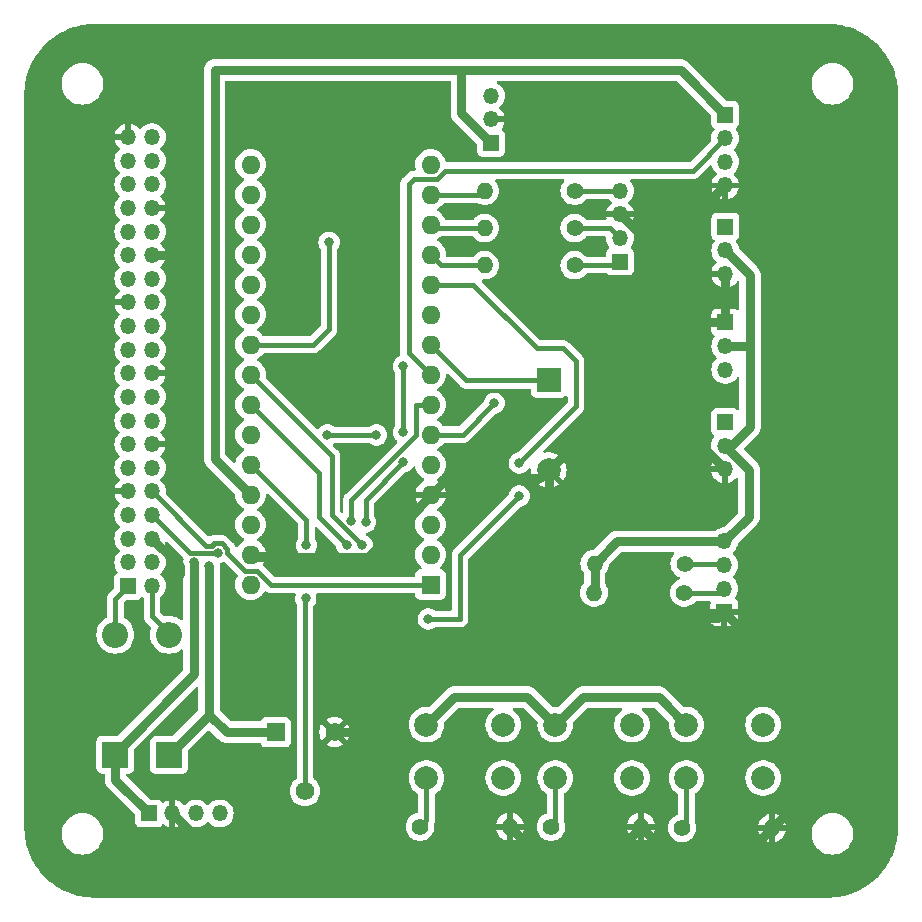
<source format=gtl>
G04 #@! TF.GenerationSoftware,KiCad,Pcbnew,7.0.1*
G04 #@! TF.CreationDate,2023-05-07T18:37:19+02:00*
G04 #@! TF.ProjectId,carte_v2,63617274-655f-4763-922e-6b696361645f,rev?*
G04 #@! TF.SameCoordinates,Original*
G04 #@! TF.FileFunction,Copper,L1,Top*
G04 #@! TF.FilePolarity,Positive*
%FSLAX46Y46*%
G04 Gerber Fmt 4.6, Leading zero omitted, Abs format (unit mm)*
G04 Created by KiCad (PCBNEW 7.0.1) date 2023-05-07 18:37:19*
%MOMM*%
%LPD*%
G01*
G04 APERTURE LIST*
G04 #@! TA.AperFunction,ComponentPad*
%ADD10O,1.350000X1.350000*%
G04 #@! TD*
G04 #@! TA.AperFunction,ComponentPad*
%ADD11R,1.350000X1.350000*%
G04 #@! TD*
G04 #@! TA.AperFunction,ComponentPad*
%ADD12O,1.400000X1.400000*%
G04 #@! TD*
G04 #@! TA.AperFunction,ComponentPad*
%ADD13C,1.400000*%
G04 #@! TD*
G04 #@! TA.AperFunction,ComponentPad*
%ADD14R,2.000000X2.000000*%
G04 #@! TD*
G04 #@! TA.AperFunction,ComponentPad*
%ADD15C,2.000000*%
G04 #@! TD*
G04 #@! TA.AperFunction,ComponentPad*
%ADD16R,2.200000X2.200000*%
G04 #@! TD*
G04 #@! TA.AperFunction,ComponentPad*
%ADD17O,2.200000X2.200000*%
G04 #@! TD*
G04 #@! TA.AperFunction,ComponentPad*
%ADD18R,1.560000X1.560000*%
G04 #@! TD*
G04 #@! TA.AperFunction,ComponentPad*
%ADD19C,1.560000*%
G04 #@! TD*
G04 #@! TA.AperFunction,ComponentPad*
%ADD20R,1.600000X1.600000*%
G04 #@! TD*
G04 #@! TA.AperFunction,ComponentPad*
%ADD21O,1.600000X1.600000*%
G04 #@! TD*
G04 #@! TA.AperFunction,ViaPad*
%ADD22C,0.800000*%
G04 #@! TD*
G04 #@! TA.AperFunction,Conductor*
%ADD23C,0.400000*%
G04 #@! TD*
G04 #@! TA.AperFunction,Conductor*
%ADD24C,0.800000*%
G04 #@! TD*
G04 #@! TA.AperFunction,Conductor*
%ADD25C,0.250000*%
G04 #@! TD*
G04 APERTURE END LIST*
D10*
X176270000Y-76830000D03*
X176270000Y-78830000D03*
X176270000Y-80830000D03*
D11*
X176270000Y-82830000D03*
D12*
X165240000Y-81180000D03*
D13*
X172860000Y-81180000D03*
X172910000Y-78730000D03*
D12*
X165290000Y-78730000D03*
D11*
X176350000Y-50180000D03*
D10*
X176350000Y-52180000D03*
X176350000Y-54180000D03*
D11*
X156500000Y-43100000D03*
D10*
X156500000Y-41100000D03*
X156500000Y-39100000D03*
D13*
X163590000Y-53450000D03*
D12*
X155970000Y-53450000D03*
D13*
X150490000Y-101000000D03*
D12*
X158110000Y-101000000D03*
D13*
X163590000Y-47150000D03*
D12*
X155970000Y-47150000D03*
D11*
X127540000Y-99870000D03*
D10*
X129540000Y-99870000D03*
X131540000Y-99870000D03*
X133540000Y-99870000D03*
D11*
X176350000Y-58300000D03*
D10*
X176350000Y-60300000D03*
X176350000Y-62300000D03*
D14*
X161400000Y-63200000D03*
D15*
X161400000Y-70800000D03*
D13*
X172690000Y-101100000D03*
D12*
X180310000Y-101100000D03*
D11*
X176330000Y-66720000D03*
D10*
X176330000Y-68720000D03*
X176330000Y-70720000D03*
D16*
X124710000Y-94890000D03*
D17*
X124710000Y-84730000D03*
D18*
X138270000Y-92980000D03*
D19*
X140770000Y-97980000D03*
X143270000Y-92980000D03*
D15*
X173050000Y-92350000D03*
X179550000Y-92350000D03*
X173050000Y-96850000D03*
X179550000Y-96850000D03*
D13*
X161590000Y-101000000D03*
D12*
X169210000Y-101000000D03*
D11*
X167430000Y-53140000D03*
D10*
X167430000Y-51140000D03*
X167430000Y-49140000D03*
X167430000Y-47140000D03*
D15*
X161950000Y-92350000D03*
X168450000Y-92350000D03*
X161950000Y-96850000D03*
X168450000Y-96850000D03*
D13*
X163590000Y-50300000D03*
D12*
X155970000Y-50300000D03*
D11*
X176340000Y-40700000D03*
D10*
X176340000Y-42700000D03*
X176340000Y-44700000D03*
X176340000Y-46700000D03*
D20*
X151400000Y-80500000D03*
D21*
X151400000Y-77960000D03*
X151400000Y-75420000D03*
X151400000Y-72880000D03*
X151400000Y-70340000D03*
X151400000Y-67800000D03*
X151400000Y-65260000D03*
X151400000Y-62720000D03*
X151400000Y-60180000D03*
X151400000Y-57640000D03*
X151400000Y-55100000D03*
X151400000Y-52560000D03*
X151400000Y-50020000D03*
X151400000Y-47480000D03*
X151400000Y-44940000D03*
X136160000Y-44940000D03*
X136160000Y-47480000D03*
X136160000Y-50020000D03*
X136160000Y-52560000D03*
X136160000Y-55100000D03*
X136160000Y-57640000D03*
X136160000Y-60180000D03*
X136160000Y-62720000D03*
X136160000Y-65260000D03*
X136160000Y-67800000D03*
X136160000Y-70340000D03*
X136160000Y-72880000D03*
X136160000Y-75420000D03*
X136160000Y-77960000D03*
X136160000Y-80500000D03*
D15*
X151050000Y-92350000D03*
X157550000Y-92350000D03*
X151050000Y-96850000D03*
X157550000Y-96850000D03*
D16*
X129240000Y-94900000D03*
D17*
X129240000Y-84740000D03*
D11*
X125800000Y-80600000D03*
D10*
X127800000Y-80600000D03*
X125800000Y-78600000D03*
X127800000Y-78600000D03*
X125800000Y-76600000D03*
X127800000Y-76600000D03*
X125800000Y-74600000D03*
X127800000Y-74600000D03*
X125800000Y-72600000D03*
X127800000Y-72600000D03*
X125800000Y-70600000D03*
X127800000Y-70600000D03*
X125800000Y-68600000D03*
X127800000Y-68600000D03*
X125800000Y-66600000D03*
X127800000Y-66600000D03*
X125800000Y-64600000D03*
X127800000Y-64600000D03*
X125800000Y-62600000D03*
X127800000Y-62600000D03*
X125800000Y-60600000D03*
X127800000Y-60600000D03*
X125800000Y-58600000D03*
X127800000Y-58600000D03*
X125800000Y-56600000D03*
X127800000Y-56600000D03*
X125800000Y-54600000D03*
X127800000Y-54600000D03*
X125800000Y-52600000D03*
X127800000Y-52600000D03*
X125800000Y-50600000D03*
X127800000Y-50600000D03*
X125800000Y-48600000D03*
X127800000Y-48600000D03*
X125800000Y-46600000D03*
X127800000Y-46600000D03*
X125800000Y-44600000D03*
X127800000Y-44600000D03*
X125800000Y-42600000D03*
X127800000Y-42600000D03*
D22*
X130140000Y-79600000D03*
X161830000Y-56650000D03*
X132640000Y-78920000D03*
X131340000Y-78620000D03*
X142800000Y-51520000D03*
X142660000Y-67830000D03*
X146810000Y-67830000D03*
X156790000Y-65130000D03*
X144300000Y-77160500D03*
X145600000Y-77160500D03*
X133400000Y-77800000D03*
X140880000Y-77160000D03*
X140830000Y-81650000D03*
X144700000Y-75100000D03*
X149100000Y-70100000D03*
X149100000Y-67600000D03*
X149100000Y-62000000D03*
X145900000Y-75200000D03*
X151200000Y-83400000D03*
X158900000Y-73000000D03*
X158900000Y-70200000D03*
D23*
X154420000Y-63200000D02*
X151400000Y-60180000D01*
X161400000Y-63200000D02*
X154420000Y-63200000D01*
D24*
X158110000Y-101000000D02*
X160010000Y-102900000D01*
X169940000Y-58270000D02*
X169940000Y-62260000D01*
X161830000Y-56650000D02*
X169940000Y-56650000D01*
X178510000Y-102900000D02*
X180310000Y-101100000D01*
X169940000Y-56650000D02*
X169940000Y-58270000D01*
X175760000Y-83340000D02*
X156250000Y-83340000D01*
X169940000Y-62260000D02*
X161400000Y-70800000D01*
D25*
X162260000Y-70800000D02*
X161400000Y-70800000D01*
D24*
X176350000Y-58300000D02*
X172850000Y-58300000D01*
D25*
X161400000Y-70800000D02*
X161400000Y-70720000D01*
D24*
X161400000Y-70800000D02*
X161400000Y-77410000D01*
X156250000Y-83340000D02*
X155860000Y-82950000D01*
X176330000Y-70720000D02*
X169940000Y-64330000D01*
X169940000Y-64330000D02*
X169940000Y-62260000D01*
X145830000Y-98900000D02*
X145830000Y-92980000D01*
X131670000Y-102000000D02*
X142730000Y-102000000D01*
X167430000Y-49140000D02*
X169940000Y-51650000D01*
X176340000Y-46700000D02*
X172850000Y-50190000D01*
X171110000Y-102900000D02*
X178510000Y-102900000D01*
X167310000Y-102900000D02*
X169210000Y-101000000D01*
X152780000Y-71500000D02*
X151400000Y-72880000D01*
X142730000Y-102000000D02*
X145830000Y-98900000D01*
X129540000Y-99870000D02*
X131670000Y-102000000D01*
X172850000Y-58300000D02*
X169970000Y-58300000D01*
X176270000Y-82830000D02*
X182400000Y-88960000D01*
X176270000Y-82830000D02*
X175760000Y-83340000D01*
X172850000Y-50190000D02*
X172850000Y-58300000D01*
X160700000Y-71500000D02*
X152780000Y-71500000D01*
X182400000Y-88960000D02*
X182400000Y-99010000D01*
X161400000Y-77410000D02*
X155860000Y-82950000D01*
X145830000Y-92980000D02*
X143270000Y-92980000D01*
X129400000Y-52600000D02*
X127800000Y-52600000D01*
X182400000Y-99010000D02*
X180310000Y-101100000D01*
D25*
X161400000Y-70720000D02*
X161360000Y-70680000D01*
D24*
X160010000Y-102900000D02*
X167310000Y-102900000D01*
X155860000Y-82950000D02*
X145830000Y-92980000D01*
X169970000Y-58300000D02*
X169940000Y-58270000D01*
X161400000Y-70800000D02*
X160700000Y-71500000D01*
X176350000Y-54180000D02*
X176350000Y-58300000D01*
X169210000Y-101000000D02*
X171110000Y-102900000D01*
X151400000Y-72880000D02*
X146120000Y-78160000D01*
X169940000Y-51650000D02*
X169940000Y-56650000D01*
X136360000Y-78160000D02*
X136160000Y-77960000D01*
X130140000Y-78940000D02*
X130140000Y-79600000D01*
X146120000Y-78160000D02*
X136360000Y-78160000D01*
X127800000Y-76600000D02*
X130140000Y-78940000D01*
X173050000Y-92350000D02*
X170700000Y-90000000D01*
D25*
X129310000Y-94750000D02*
X129280000Y-94780000D01*
D24*
X132640000Y-91500000D02*
X134120000Y-92980000D01*
X134120000Y-92980000D02*
X138270000Y-92980000D01*
X133110000Y-69830000D02*
X136160000Y-72880000D01*
X170700000Y-90000000D02*
X164300000Y-90000000D01*
X159600000Y-90000000D02*
X161950000Y-92350000D01*
X129240000Y-94900000D02*
X129240000Y-94820000D01*
X129240000Y-94900000D02*
X132640000Y-91500000D01*
D25*
X129240000Y-94900000D02*
X129400000Y-94900000D01*
D23*
X129240000Y-94900000D02*
X129540000Y-94900000D01*
D24*
X164300000Y-90000000D02*
X161950000Y-92350000D01*
D25*
X129400000Y-94900000D02*
X129430000Y-94870000D01*
D24*
X154000000Y-40600000D02*
X154000000Y-36920000D01*
X176340000Y-40700000D02*
X172560000Y-36920000D01*
X151050000Y-92350000D02*
X153400000Y-90000000D01*
X172560000Y-36920000D02*
X154000000Y-36920000D01*
X154000000Y-36920000D02*
X133110000Y-36920000D01*
X132640000Y-91500000D02*
X132640000Y-78920000D01*
X129240000Y-94820000D02*
X129280000Y-94780000D01*
D25*
X129430000Y-94870000D02*
X129310000Y-94750000D01*
D24*
X133110000Y-36920000D02*
X133110000Y-69830000D01*
D23*
X129540000Y-94900000D02*
X129670000Y-95030000D01*
D24*
X156500000Y-43100000D02*
X154000000Y-40600000D01*
X153400000Y-90000000D02*
X159600000Y-90000000D01*
D25*
X129240000Y-84740000D02*
X129270000Y-84740000D01*
X129270000Y-84740000D02*
X129310000Y-84700000D01*
D23*
X129310000Y-84700000D02*
X127800000Y-83190000D01*
X127800000Y-83190000D02*
X127800000Y-80600000D01*
D24*
X176330000Y-68720000D02*
X178360000Y-70750000D01*
X176350000Y-60300000D02*
X178440000Y-60300000D01*
X178360000Y-74740000D02*
X176270000Y-76830000D01*
X124710000Y-94890000D02*
X124710000Y-97040000D01*
X178440000Y-67130000D02*
X176850000Y-68720000D01*
X176350000Y-52180000D02*
X178440000Y-54270000D01*
X167190000Y-76830000D02*
X176270000Y-76830000D01*
D23*
X165290000Y-81130000D02*
X165240000Y-81180000D01*
D24*
X165290000Y-78730000D02*
X165290000Y-81130000D01*
D23*
X124710000Y-94890000D02*
X124570000Y-94890000D01*
D24*
X124560000Y-94880000D02*
X131340000Y-88100000D01*
X176850000Y-68720000D02*
X176330000Y-68720000D01*
X178440000Y-60300000D02*
X178440000Y-62390000D01*
X131340000Y-88100000D02*
X131340000Y-78620000D01*
D23*
X124570000Y-94890000D02*
X124560000Y-94880000D01*
D24*
X178360000Y-70750000D02*
X178360000Y-74740000D01*
X165290000Y-78730000D02*
X167190000Y-76830000D01*
X178440000Y-54270000D02*
X178440000Y-62390000D01*
X178440000Y-62390000D02*
X178440000Y-67130000D01*
X124300000Y-95300000D02*
X124710000Y-94890000D01*
X124710000Y-97040000D02*
X127540000Y-99870000D01*
D23*
X124710000Y-81690000D02*
X125800000Y-80600000D01*
X124710000Y-84730000D02*
X124710000Y-81690000D01*
X142800000Y-51520000D02*
X142800000Y-58860000D01*
X142800000Y-58860000D02*
X141480000Y-60180000D01*
X141480000Y-60180000D02*
X136160000Y-60180000D01*
X149960000Y-46140000D02*
X149530000Y-46570000D01*
X149530000Y-60850000D02*
X151400000Y-62720000D01*
X152600000Y-45437057D02*
X151897057Y-46140000D01*
X176340000Y-42700000D02*
X173602943Y-45437057D01*
X173602943Y-45437057D02*
X152600000Y-45437057D01*
X151897057Y-46140000D02*
X149960000Y-46140000D01*
X149530000Y-46570000D02*
X149530000Y-60850000D01*
X146810000Y-67830000D02*
X142660000Y-67830000D01*
X156790000Y-65130000D02*
X154120000Y-67800000D01*
X154120000Y-67800000D02*
X151400000Y-67800000D01*
X141940000Y-74800500D02*
X141940000Y-71040000D01*
X172860000Y-81180000D02*
X175920000Y-81180000D01*
X141940000Y-71040000D02*
X136160000Y-65260000D01*
X144300000Y-77160500D02*
X141940000Y-74800500D01*
X175920000Y-81180000D02*
X176270000Y-80830000D01*
D24*
X172910000Y-78730000D02*
X172910000Y-78660000D01*
D23*
X176170000Y-78730000D02*
X176270000Y-78830000D01*
X143010000Y-69570000D02*
X136160000Y-62720000D01*
D24*
X172910000Y-78660000D02*
X172950000Y-78620000D01*
D23*
X145600000Y-77160500D02*
X143010000Y-74570500D01*
X143010000Y-74570500D02*
X143010000Y-69570000D01*
X172910000Y-78730000D02*
X176170000Y-78730000D01*
D25*
X167120000Y-53450000D02*
X167430000Y-53140000D01*
D23*
X163590000Y-53450000D02*
X167120000Y-53450000D01*
X163590000Y-50300000D02*
X166590000Y-50300000D01*
X166590000Y-50300000D02*
X167430000Y-51140000D01*
X127800000Y-74600000D02*
X131000000Y-77800000D01*
X131000000Y-77800000D02*
X133400000Y-77800000D01*
X134200000Y-77468629D02*
X134200000Y-77837057D01*
X127800000Y-72600000D02*
X132400000Y-77200000D01*
X134200000Y-77837057D02*
X135662943Y-79300000D01*
X132400000Y-77200000D02*
X132868629Y-77200000D01*
X132868629Y-77200000D02*
X133068629Y-77000000D01*
X135662943Y-79300000D02*
X136657057Y-79300000D01*
X137867057Y-80510000D02*
X151390000Y-80510000D01*
X151390000Y-80510000D02*
X151400000Y-80500000D01*
X133068629Y-77000000D02*
X133731371Y-77000000D01*
X136657057Y-79300000D02*
X137867057Y-80510000D01*
X133731371Y-77000000D02*
X134200000Y-77468629D01*
D25*
X167420000Y-47150000D02*
X167430000Y-47140000D01*
D23*
X163590000Y-47150000D02*
X167420000Y-47150000D01*
X155970000Y-53450000D02*
X152290000Y-53450000D01*
X152290000Y-53450000D02*
X151400000Y-52560000D01*
D25*
X151680000Y-50300000D02*
X151400000Y-50020000D01*
D23*
X155970000Y-50300000D02*
X151680000Y-50300000D01*
D25*
X156060000Y-47150000D02*
X155730000Y-47480000D01*
X155970000Y-47150000D02*
X156060000Y-47150000D01*
D23*
X155730000Y-47480000D02*
X151400000Y-47480000D01*
X151050000Y-100440000D02*
X150490000Y-101000000D01*
X151050000Y-96850000D02*
X151050000Y-100440000D01*
X161950000Y-100640000D02*
X161590000Y-101000000D01*
X161950000Y-96850000D02*
X161950000Y-100640000D01*
X173050000Y-100740000D02*
X172690000Y-101100000D01*
X173050000Y-96850000D02*
X173050000Y-100740000D01*
X140770000Y-81710000D02*
X140830000Y-81650000D01*
X140770000Y-97980000D02*
X140770000Y-81710000D01*
X140880000Y-77160000D02*
X140880000Y-75060000D01*
X140880000Y-75060000D02*
X136160000Y-70340000D01*
X150200000Y-67800000D02*
X150200000Y-65300000D01*
X144700000Y-75100000D02*
X144700000Y-73300000D01*
X150200000Y-65300000D02*
X150240000Y-65260000D01*
X144700000Y-73300000D02*
X150200000Y-67800000D01*
X150240000Y-65260000D02*
X151400000Y-65260000D01*
X145900000Y-73300000D02*
X145900000Y-75200000D01*
X149100000Y-70100000D02*
X145900000Y-73300000D01*
X149100000Y-67600000D02*
X149100000Y-62000000D01*
X160400000Y-60500000D02*
X155000000Y-55100000D01*
X163700000Y-65400000D02*
X163700000Y-61600000D01*
X158900000Y-73000000D02*
X153900000Y-78000000D01*
X158900000Y-70200000D02*
X163700000Y-65400000D01*
X153900000Y-78000000D02*
X153900000Y-83400000D01*
X162600000Y-60500000D02*
X160400000Y-60500000D01*
X163700000Y-61600000D02*
X162600000Y-60500000D01*
X153900000Y-83400000D02*
X151200000Y-83400000D01*
X155000000Y-55100000D02*
X151400000Y-55100000D01*
G04 #@! TA.AperFunction,Conductor*
G36*
X129068688Y-76882503D02*
G01*
X129123815Y-76914472D01*
X130446395Y-78237052D01*
X130479288Y-78295785D01*
X130476645Y-78363050D01*
X130462529Y-78406497D01*
X130454326Y-78431744D01*
X130446263Y-78508462D01*
X130434540Y-78620000D01*
X130438821Y-78660731D01*
X130439500Y-78673692D01*
X130439500Y-83390696D01*
X130419935Y-83457549D01*
X130367414Y-83503306D01*
X130298511Y-83513527D01*
X130234969Y-83484986D01*
X130183661Y-83441165D01*
X130100089Y-83389952D01*
X129968859Y-83309534D01*
X129852484Y-83261330D01*
X129736110Y-83213126D01*
X129491149Y-83154317D01*
X129365573Y-83144433D01*
X129240000Y-83134551D01*
X129239999Y-83134551D01*
X128988848Y-83154317D01*
X128867775Y-83183384D01*
X128805170Y-83182154D01*
X128751148Y-83150491D01*
X128536819Y-82936162D01*
X128509939Y-82895934D01*
X128500500Y-82848481D01*
X128500500Y-81606805D01*
X128511066Y-81556719D01*
X128540962Y-81515168D01*
X128672426Y-81395323D01*
X128689421Y-81372818D01*
X128803712Y-81221472D01*
X128900817Y-81026459D01*
X128900818Y-81026457D01*
X128960435Y-80816925D01*
X128963770Y-80780933D01*
X128980536Y-80600000D01*
X128962468Y-80405019D01*
X128960435Y-80383074D01*
X128900818Y-80173542D01*
X128803712Y-79978528D01*
X128672426Y-79804676D01*
X128548427Y-79691637D01*
X128512699Y-79633934D01*
X128512699Y-79566066D01*
X128548427Y-79508363D01*
X128672426Y-79395323D01*
X128695560Y-79364689D01*
X128803712Y-79221472D01*
X128900817Y-79026459D01*
X128900818Y-79026457D01*
X128960435Y-78816925D01*
X128968328Y-78731744D01*
X128980536Y-78600000D01*
X128962589Y-78406326D01*
X128960435Y-78383074D01*
X128900818Y-78173542D01*
X128803712Y-77978528D01*
X128672426Y-77804676D01*
X128548055Y-77691298D01*
X128512327Y-77633595D01*
X128512327Y-77565726D01*
X128548056Y-77508023D01*
X128672055Y-77394984D01*
X128803287Y-77221205D01*
X128900347Y-77026281D01*
X128916867Y-76968220D01*
X128949471Y-76913465D01*
X129004963Y-76882135D01*
X129068688Y-76882503D01*
G37*
G04 #@! TD.AperFunction*
G04 #@! TA.AperFunction,Conductor*
G36*
X153037500Y-37837113D02*
G01*
X153082887Y-37882500D01*
X153099500Y-37944500D01*
X153099500Y-40519374D01*
X153097973Y-40538773D01*
X153095781Y-40552611D01*
X153099330Y-40620337D01*
X153099500Y-40626826D01*
X153099500Y-40647198D01*
X153101627Y-40667445D01*
X153102136Y-40673909D01*
X153105686Y-40741645D01*
X153109315Y-40755187D01*
X153112860Y-40774315D01*
X153114325Y-40788254D01*
X153135282Y-40852754D01*
X153137125Y-40858976D01*
X153154679Y-40924487D01*
X153161042Y-40936974D01*
X153168489Y-40954953D01*
X153172820Y-40968283D01*
X153206725Y-41027008D01*
X153209823Y-41032713D01*
X153240617Y-41093149D01*
X153249439Y-41104043D01*
X153260458Y-41120076D01*
X153267466Y-41132215D01*
X153312855Y-41182626D01*
X153317066Y-41187556D01*
X153329883Y-41203382D01*
X153344274Y-41217773D01*
X153348743Y-41222482D01*
X153394129Y-41272888D01*
X153405467Y-41281125D01*
X153420265Y-41293764D01*
X155288181Y-43161681D01*
X155315061Y-43201909D01*
X155324500Y-43249362D01*
X155324500Y-43822869D01*
X155326619Y-43842575D01*
X155330909Y-43882483D01*
X155381204Y-44017331D01*
X155467454Y-44132546D01*
X155582669Y-44218796D01*
X155717517Y-44269091D01*
X155777127Y-44275500D01*
X157222872Y-44275499D01*
X157282483Y-44269091D01*
X157417331Y-44218796D01*
X157532546Y-44132546D01*
X157618796Y-44017331D01*
X157669091Y-43882483D01*
X157675500Y-43822873D01*
X157675499Y-42377128D01*
X157669091Y-42317517D01*
X157618796Y-42182669D01*
X157532546Y-42067454D01*
X157446495Y-42003036D01*
X157406749Y-41952421D01*
X157397725Y-41888703D01*
X157421852Y-41829042D01*
X157503287Y-41721205D01*
X157600348Y-41526278D01*
X157650505Y-41350000D01*
X156374000Y-41350000D01*
X156312000Y-41333387D01*
X156266613Y-41288000D01*
X156250000Y-41226000D01*
X156250000Y-40974000D01*
X156266613Y-40912000D01*
X156312000Y-40866613D01*
X156374000Y-40850000D01*
X157650505Y-40850000D01*
X157650505Y-40849999D01*
X157600348Y-40673721D01*
X157503287Y-40478794D01*
X157372057Y-40305018D01*
X157248055Y-40191976D01*
X157212327Y-40134272D01*
X157212327Y-40066404D01*
X157248052Y-40008704D01*
X157372427Y-39895322D01*
X157503712Y-39721472D01*
X157600817Y-39526459D01*
X157600818Y-39526457D01*
X157660435Y-39316925D01*
X157663577Y-39283008D01*
X157680536Y-39100000D01*
X157660435Y-38883077D01*
X157660435Y-38883074D01*
X157600818Y-38673542D01*
X157503712Y-38478528D01*
X157372426Y-38304676D01*
X157211432Y-38157912D01*
X157037030Y-38049927D01*
X156993425Y-38003836D01*
X156978328Y-37942209D01*
X156995692Y-37881182D01*
X157040970Y-37836733D01*
X157102307Y-37820500D01*
X172135639Y-37820500D01*
X172183092Y-37829939D01*
X172223320Y-37856819D01*
X175128181Y-40761680D01*
X175155061Y-40801908D01*
X175164500Y-40849361D01*
X175164500Y-41422869D01*
X175168979Y-41464530D01*
X175170909Y-41482483D01*
X175221204Y-41617331D01*
X175251583Y-41657912D01*
X175307455Y-41732548D01*
X175393104Y-41796665D01*
X175432850Y-41847279D01*
X175441874Y-41910997D01*
X175417747Y-41970657D01*
X175336288Y-42078525D01*
X175239181Y-42273542D01*
X175179564Y-42483074D01*
X175159464Y-42700000D01*
X175170195Y-42815815D01*
X175163354Y-42869367D01*
X175134405Y-42914936D01*
X173349105Y-44700238D01*
X173308877Y-44727118D01*
X173261424Y-44736557D01*
X152787013Y-44736557D01*
X152734608Y-44724939D01*
X152692023Y-44692262D01*
X152667238Y-44644650D01*
X152655274Y-44600000D01*
X152626739Y-44493504D01*
X152530568Y-44287266D01*
X152522329Y-44275500D01*
X152400046Y-44100859D01*
X152239140Y-43939953D01*
X152052735Y-43809432D01*
X151846497Y-43713261D01*
X151626689Y-43654364D01*
X151400000Y-43634531D01*
X151173310Y-43654364D01*
X150953502Y-43713261D01*
X150747264Y-43809432D01*
X150560859Y-43939953D01*
X150399953Y-44100859D01*
X150269432Y-44287264D01*
X150173261Y-44493502D01*
X150114364Y-44713310D01*
X150094531Y-44940000D01*
X150114364Y-45166691D01*
X150145638Y-45283407D01*
X150147480Y-45339691D01*
X150124239Y-45390987D01*
X150080707Y-45426712D01*
X150025863Y-45439500D01*
X149984921Y-45439500D01*
X149977434Y-45439274D01*
X149917391Y-45435641D01*
X149858227Y-45446483D01*
X149850828Y-45447610D01*
X149791124Y-45454860D01*
X149781651Y-45458453D01*
X149760047Y-45464476D01*
X149750069Y-45466305D01*
X149695225Y-45490987D01*
X149688310Y-45493851D01*
X149632070Y-45515181D01*
X149623723Y-45520943D01*
X149604187Y-45531961D01*
X149594944Y-45536121D01*
X149547608Y-45573205D01*
X149541582Y-45577639D01*
X149492072Y-45611816D01*
X149452184Y-45656838D01*
X149447052Y-45662289D01*
X149052290Y-46057051D01*
X149046838Y-46062183D01*
X149001816Y-46102070D01*
X148967649Y-46151568D01*
X148963213Y-46157597D01*
X148926121Y-46204942D01*
X148921961Y-46214186D01*
X148910941Y-46233725D01*
X148905182Y-46242069D01*
X148883853Y-46298305D01*
X148880989Y-46305219D01*
X148856303Y-46360070D01*
X148854475Y-46370047D01*
X148848454Y-46391648D01*
X148844859Y-46401128D01*
X148837609Y-46460827D01*
X148836483Y-46468226D01*
X148825641Y-46527391D01*
X148829274Y-46587434D01*
X148829500Y-46594921D01*
X148829500Y-60825079D01*
X148829274Y-60832566D01*
X148825641Y-60892607D01*
X148836483Y-60951771D01*
X148837610Y-60959172D01*
X148846372Y-61031324D01*
X148841612Y-61083321D01*
X148815871Y-61128748D01*
X148773712Y-61159552D01*
X148647269Y-61215848D01*
X148494129Y-61327110D01*
X148367466Y-61467783D01*
X148272820Y-61631715D01*
X148214326Y-61811742D01*
X148194540Y-62000000D01*
X148214326Y-62188257D01*
X148272820Y-62368284D01*
X148367466Y-62532216D01*
X148367650Y-62532420D01*
X148391264Y-62570955D01*
X148399500Y-62615392D01*
X148399500Y-66984608D01*
X148391264Y-67029045D01*
X148367650Y-67067580D01*
X148367466Y-67067783D01*
X148272820Y-67231715D01*
X148214326Y-67411742D01*
X148194540Y-67600000D01*
X148214326Y-67788257D01*
X148272820Y-67968284D01*
X148367466Y-68132216D01*
X148494127Y-68272887D01*
X148517025Y-68289523D01*
X148552329Y-68329252D01*
X148567757Y-68380112D01*
X148560475Y-68432760D01*
X148531820Y-68477522D01*
X144222290Y-72787051D01*
X144216838Y-72792183D01*
X144171816Y-72832070D01*
X144137649Y-72881568D01*
X144133213Y-72887597D01*
X144096121Y-72934942D01*
X144091961Y-72944186D01*
X144080941Y-72963725D01*
X144075182Y-72972069D01*
X144053853Y-73028305D01*
X144050989Y-73035219D01*
X144026303Y-73090070D01*
X144024475Y-73100047D01*
X144018454Y-73121648D01*
X144014859Y-73131128D01*
X144007609Y-73190827D01*
X144006483Y-73198226D01*
X143995641Y-73257391D01*
X143999274Y-73317434D01*
X143999500Y-73324921D01*
X143999500Y-74269981D01*
X143985985Y-74326276D01*
X143948385Y-74370299D01*
X143894898Y-74392454D01*
X143837182Y-74387912D01*
X143787819Y-74357662D01*
X143746819Y-74316662D01*
X143719939Y-74276434D01*
X143710500Y-74228981D01*
X143710500Y-69594921D01*
X143710726Y-69587434D01*
X143711394Y-69576388D01*
X143714358Y-69527394D01*
X143703510Y-69468200D01*
X143702386Y-69460810D01*
X143695140Y-69401128D01*
X143691547Y-69391656D01*
X143685522Y-69370044D01*
X143683695Y-69360069D01*
X143659007Y-69305217D01*
X143656147Y-69298313D01*
X143634818Y-69242070D01*
X143629061Y-69233730D01*
X143618035Y-69214181D01*
X143615898Y-69209433D01*
X143613878Y-69204943D01*
X143613877Y-69204942D01*
X143613877Y-69204941D01*
X143576785Y-69157597D01*
X143572355Y-69151577D01*
X143538183Y-69102071D01*
X143493153Y-69062178D01*
X143487715Y-69057058D01*
X143176051Y-68745394D01*
X143147394Y-68700626D01*
X143140115Y-68647973D01*
X143155551Y-68597109D01*
X143190863Y-68557384D01*
X143193540Y-68555438D01*
X143195289Y-68554169D01*
X143229849Y-68536566D01*
X143268156Y-68530500D01*
X146201844Y-68530500D01*
X146240162Y-68536569D01*
X146274728Y-68554181D01*
X146357270Y-68614151D01*
X146357271Y-68614151D01*
X146357272Y-68614152D01*
X146530197Y-68691144D01*
X146715352Y-68730500D01*
X146715354Y-68730500D01*
X146904646Y-68730500D01*
X146904648Y-68730500D01*
X147045193Y-68700626D01*
X147089803Y-68691144D01*
X147262730Y-68614151D01*
X147345271Y-68554182D01*
X147415870Y-68502889D01*
X147440512Y-68475522D01*
X147542533Y-68362216D01*
X147637179Y-68198284D01*
X147695674Y-68018256D01*
X147715460Y-67830000D01*
X147695674Y-67641744D01*
X147657008Y-67522743D01*
X147637179Y-67461715D01*
X147542533Y-67297783D01*
X147415870Y-67157110D01*
X147262730Y-67045848D01*
X147089802Y-66968855D01*
X146904648Y-66929500D01*
X146904646Y-66929500D01*
X146715354Y-66929500D01*
X146715352Y-66929500D01*
X146530197Y-66968855D01*
X146357272Y-67045847D01*
X146274730Y-67105818D01*
X146240162Y-67123431D01*
X146201844Y-67129500D01*
X143268156Y-67129500D01*
X143229838Y-67123431D01*
X143195270Y-67105818D01*
X143173582Y-67090061D01*
X143112730Y-67045849D01*
X143112729Y-67045848D01*
X143112727Y-67045847D01*
X142939802Y-66968855D01*
X142754648Y-66929500D01*
X142754646Y-66929500D01*
X142565354Y-66929500D01*
X142565352Y-66929500D01*
X142380197Y-66968855D01*
X142207269Y-67045848D01*
X142054132Y-67157109D01*
X141920603Y-67305407D01*
X141864707Y-67341016D01*
X141798455Y-67342751D01*
X141740772Y-67310115D01*
X137481028Y-63050371D01*
X137452187Y-63005100D01*
X137445181Y-62951882D01*
X137465468Y-62719999D01*
X137452428Y-62570955D01*
X137445635Y-62493308D01*
X137386739Y-62273504D01*
X137290568Y-62067266D01*
X137243468Y-62000000D01*
X137160046Y-61880859D01*
X136999140Y-61719953D01*
X136812733Y-61589431D01*
X136771727Y-61570310D01*
X136754724Y-61562381D01*
X136702549Y-61516625D01*
X136683129Y-61450000D01*
X136702549Y-61383375D01*
X136754725Y-61337618D01*
X136759872Y-61335218D01*
X136812734Y-61310568D01*
X136999139Y-61180047D01*
X137160047Y-61019139D01*
X137220098Y-60933377D01*
X137264416Y-60894511D01*
X137321673Y-60880500D01*
X141455079Y-60880500D01*
X141462566Y-60880726D01*
X141465706Y-60880915D01*
X141522606Y-60884358D01*
X141581782Y-60873513D01*
X141589181Y-60872387D01*
X141648872Y-60865140D01*
X141658335Y-60861550D01*
X141679958Y-60855522D01*
X141689932Y-60853695D01*
X141744808Y-60828996D01*
X141751673Y-60826152D01*
X141807930Y-60804818D01*
X141816270Y-60799060D01*
X141835819Y-60788035D01*
X141845057Y-60783878D01*
X141892413Y-60746775D01*
X141898420Y-60742355D01*
X141947929Y-60708183D01*
X141987823Y-60663150D01*
X141992924Y-60657731D01*
X143277731Y-59372924D01*
X143283150Y-59367823D01*
X143328183Y-59327929D01*
X143362355Y-59278420D01*
X143366775Y-59272413D01*
X143403878Y-59225057D01*
X143408035Y-59215819D01*
X143419060Y-59196270D01*
X143424818Y-59187930D01*
X143446150Y-59131678D01*
X143448999Y-59124800D01*
X143473695Y-59069931D01*
X143475522Y-59059956D01*
X143481549Y-59038339D01*
X143485140Y-59028872D01*
X143492387Y-58969179D01*
X143493514Y-58961777D01*
X143495075Y-58953261D01*
X143504358Y-58902606D01*
X143500726Y-58842566D01*
X143500500Y-58835079D01*
X143500500Y-52135392D01*
X143508736Y-52090955D01*
X143532350Y-52052420D01*
X143532533Y-52052216D01*
X143627179Y-51888284D01*
X143668382Y-51761474D01*
X143685674Y-51708256D01*
X143705460Y-51520000D01*
X143685674Y-51331744D01*
X143635595Y-51177618D01*
X143627179Y-51151715D01*
X143532533Y-50987783D01*
X143405870Y-50847110D01*
X143252730Y-50735848D01*
X143079802Y-50658855D01*
X142894648Y-50619500D01*
X142894646Y-50619500D01*
X142705354Y-50619500D01*
X142705352Y-50619500D01*
X142520197Y-50658855D01*
X142347269Y-50735848D01*
X142194129Y-50847110D01*
X142067466Y-50987783D01*
X141972820Y-51151715D01*
X141914326Y-51331742D01*
X141894540Y-51520000D01*
X141914326Y-51708257D01*
X141972820Y-51888284D01*
X142067466Y-52052216D01*
X142067650Y-52052420D01*
X142091264Y-52090955D01*
X142099500Y-52135392D01*
X142099500Y-58518481D01*
X142090061Y-58565934D01*
X142063181Y-58606162D01*
X141226162Y-59443181D01*
X141185934Y-59470061D01*
X141138481Y-59479500D01*
X137321673Y-59479500D01*
X137264416Y-59465489D01*
X137220098Y-59426623D01*
X137160046Y-59340859D01*
X136999140Y-59179953D01*
X136812733Y-59049431D01*
X136768641Y-59028871D01*
X136754724Y-59022381D01*
X136702549Y-58976625D01*
X136683129Y-58910000D01*
X136702549Y-58843375D01*
X136754725Y-58797618D01*
X136812734Y-58770568D01*
X136999139Y-58640047D01*
X137160047Y-58479139D01*
X137290568Y-58292734D01*
X137386739Y-58086496D01*
X137445635Y-57866692D01*
X137465468Y-57640000D01*
X137445635Y-57413308D01*
X137386739Y-57193504D01*
X137290568Y-56987266D01*
X137194454Y-56850000D01*
X137160046Y-56800859D01*
X136999140Y-56639953D01*
X136812733Y-56509431D01*
X136754725Y-56482382D01*
X136702549Y-56436625D01*
X136683129Y-56370000D01*
X136702549Y-56303375D01*
X136754725Y-56257618D01*
X136812734Y-56230568D01*
X136999139Y-56100047D01*
X137160047Y-55939139D01*
X137290568Y-55752734D01*
X137386739Y-55546496D01*
X137445635Y-55326692D01*
X137465468Y-55100000D01*
X137445635Y-54873308D01*
X137386739Y-54653504D01*
X137290568Y-54447266D01*
X137278478Y-54430000D01*
X137160046Y-54260859D01*
X136999140Y-54099953D01*
X136812733Y-53969431D01*
X136761442Y-53945514D01*
X136754724Y-53942381D01*
X136702549Y-53896625D01*
X136683129Y-53830000D01*
X136702549Y-53763375D01*
X136754725Y-53717618D01*
X136812734Y-53690568D01*
X136999139Y-53560047D01*
X137160047Y-53399139D01*
X137290568Y-53212734D01*
X137386739Y-53006496D01*
X137445635Y-52786692D01*
X137465468Y-52560000D01*
X137445635Y-52333308D01*
X137386739Y-52113504D01*
X137290568Y-51907266D01*
X137270960Y-51879263D01*
X137160046Y-51720859D01*
X136999140Y-51559953D01*
X136812736Y-51429433D01*
X136754723Y-51402381D01*
X136702548Y-51356623D01*
X136683129Y-51289997D01*
X136702549Y-51223372D01*
X136754721Y-51177619D01*
X136812734Y-51150568D01*
X136999139Y-51020047D01*
X137160047Y-50859139D01*
X137290568Y-50672734D01*
X137386739Y-50466496D01*
X137445635Y-50246692D01*
X137465468Y-50020000D01*
X137445635Y-49793308D01*
X137386739Y-49573504D01*
X137290568Y-49367266D01*
X137269988Y-49337875D01*
X137160046Y-49180859D01*
X136999140Y-49019953D01*
X136812733Y-48889431D01*
X136754725Y-48862382D01*
X136702549Y-48816625D01*
X136683129Y-48750000D01*
X136702549Y-48683375D01*
X136754725Y-48637618D01*
X136812734Y-48610568D01*
X136999139Y-48480047D01*
X137160047Y-48319139D01*
X137290568Y-48132734D01*
X137386739Y-47926496D01*
X137445635Y-47706692D01*
X137465468Y-47480000D01*
X137445635Y-47253308D01*
X137386739Y-47033504D01*
X137290568Y-46827266D01*
X137283327Y-46816925D01*
X137160046Y-46640859D01*
X136999140Y-46479953D01*
X136812736Y-46349433D01*
X136754723Y-46322381D01*
X136702548Y-46276623D01*
X136683129Y-46209997D01*
X136702549Y-46143372D01*
X136754721Y-46097619D01*
X136812734Y-46070568D01*
X136999139Y-45940047D01*
X137160047Y-45779139D01*
X137290568Y-45592734D01*
X137386739Y-45386496D01*
X137445635Y-45166692D01*
X137465468Y-44940000D01*
X137445635Y-44713308D01*
X137386739Y-44493504D01*
X137290568Y-44287266D01*
X137282329Y-44275500D01*
X137160046Y-44100859D01*
X136999140Y-43939953D01*
X136812735Y-43809432D01*
X136606497Y-43713261D01*
X136386689Y-43654364D01*
X136160000Y-43634531D01*
X135933310Y-43654364D01*
X135713502Y-43713261D01*
X135507264Y-43809432D01*
X135320859Y-43939953D01*
X135159953Y-44100859D01*
X135029432Y-44287264D01*
X134933261Y-44493502D01*
X134874364Y-44713310D01*
X134854531Y-44939999D01*
X134874364Y-45166689D01*
X134933261Y-45386497D01*
X135029432Y-45592735D01*
X135159953Y-45779140D01*
X135320859Y-45940046D01*
X135491756Y-46059708D01*
X135507266Y-46070568D01*
X135565275Y-46097618D01*
X135617450Y-46143375D01*
X135636869Y-46210000D01*
X135617450Y-46276625D01*
X135565275Y-46322382D01*
X135507263Y-46349433D01*
X135320859Y-46479953D01*
X135159953Y-46640859D01*
X135029432Y-46827264D01*
X134933261Y-47033502D01*
X134874364Y-47253310D01*
X134854531Y-47479999D01*
X134874364Y-47706689D01*
X134933261Y-47926497D01*
X135029432Y-48132735D01*
X135159953Y-48319140D01*
X135320859Y-48480046D01*
X135376198Y-48518794D01*
X135507266Y-48610568D01*
X135565273Y-48637617D01*
X135617449Y-48683373D01*
X135636869Y-48749997D01*
X135617451Y-48816622D01*
X135565276Y-48862380D01*
X135507266Y-48889431D01*
X135320859Y-49019953D01*
X135159953Y-49180859D01*
X135029432Y-49367264D01*
X134933261Y-49573502D01*
X134874364Y-49793310D01*
X134854531Y-50019999D01*
X134874364Y-50246689D01*
X134933261Y-50466497D01*
X135029432Y-50672735D01*
X135159953Y-50859140D01*
X135320859Y-51020046D01*
X135452523Y-51112237D01*
X135507266Y-51150568D01*
X135565275Y-51177618D01*
X135617450Y-51223375D01*
X135636869Y-51290000D01*
X135617450Y-51356625D01*
X135565275Y-51402382D01*
X135507263Y-51429433D01*
X135320859Y-51559953D01*
X135159953Y-51720859D01*
X135029432Y-51907264D01*
X134933261Y-52113502D01*
X134874364Y-52333310D01*
X134854531Y-52559999D01*
X134874364Y-52786689D01*
X134933261Y-53006497D01*
X135029432Y-53212735D01*
X135159953Y-53399140D01*
X135320859Y-53560046D01*
X135445781Y-53647516D01*
X135507266Y-53690568D01*
X135565273Y-53717617D01*
X135617449Y-53763373D01*
X135636869Y-53829997D01*
X135617451Y-53896622D01*
X135565276Y-53942380D01*
X135507266Y-53969431D01*
X135320859Y-54099953D01*
X135159953Y-54260859D01*
X135029432Y-54447264D01*
X134933261Y-54653502D01*
X134874364Y-54873310D01*
X134854531Y-55099999D01*
X134874364Y-55326689D01*
X134933261Y-55546497D01*
X135029432Y-55752735D01*
X135159953Y-55939140D01*
X135320859Y-56100046D01*
X135426079Y-56173721D01*
X135507266Y-56230568D01*
X135565275Y-56257618D01*
X135617450Y-56303375D01*
X135636869Y-56370000D01*
X135617450Y-56436625D01*
X135565275Y-56482382D01*
X135507263Y-56509433D01*
X135320859Y-56639953D01*
X135159953Y-56800859D01*
X135029432Y-56987264D01*
X134933261Y-57193502D01*
X134874364Y-57413310D01*
X134854531Y-57639999D01*
X134874364Y-57866689D01*
X134933261Y-58086497D01*
X135029432Y-58292735D01*
X135159953Y-58479140D01*
X135320859Y-58640046D01*
X135507263Y-58770566D01*
X135507266Y-58770568D01*
X135565275Y-58797618D01*
X135617450Y-58843375D01*
X135636869Y-58910000D01*
X135617450Y-58976625D01*
X135565275Y-59022381D01*
X135551359Y-59028871D01*
X135507263Y-59049433D01*
X135320859Y-59179953D01*
X135159953Y-59340859D01*
X135029432Y-59527264D01*
X134933261Y-59733502D01*
X134874364Y-59953310D01*
X134854531Y-60179999D01*
X134874364Y-60406689D01*
X134933261Y-60626497D01*
X135029432Y-60832735D01*
X135159953Y-61019140D01*
X135320859Y-61180046D01*
X135452286Y-61272071D01*
X135507266Y-61310568D01*
X135560128Y-61335218D01*
X135565275Y-61337618D01*
X135617450Y-61383375D01*
X135636869Y-61450000D01*
X135617450Y-61516625D01*
X135565275Y-61562381D01*
X135544576Y-61572033D01*
X135507263Y-61589433D01*
X135320859Y-61719953D01*
X135159953Y-61880859D01*
X135029432Y-62067264D01*
X134933261Y-62273502D01*
X134874364Y-62493310D01*
X134854531Y-62719999D01*
X134874364Y-62946689D01*
X134933261Y-63166497D01*
X135029432Y-63372735D01*
X135159953Y-63559140D01*
X135320859Y-63720046D01*
X135470491Y-63824818D01*
X135507266Y-63850568D01*
X135565275Y-63877618D01*
X135617450Y-63923375D01*
X135636869Y-63990000D01*
X135617450Y-64056625D01*
X135565275Y-64102382D01*
X135507263Y-64129433D01*
X135320859Y-64259953D01*
X135159953Y-64420859D01*
X135029432Y-64607264D01*
X134933261Y-64813502D01*
X134874364Y-65033310D01*
X134854531Y-65259999D01*
X134874364Y-65486689D01*
X134933261Y-65706497D01*
X135029432Y-65912735D01*
X135159953Y-66099140D01*
X135320859Y-66260046D01*
X135496563Y-66383074D01*
X135507266Y-66390568D01*
X135565273Y-66417617D01*
X135617449Y-66463373D01*
X135636869Y-66529997D01*
X135617451Y-66596622D01*
X135565276Y-66642380D01*
X135507266Y-66669431D01*
X135320859Y-66799953D01*
X135159953Y-66960859D01*
X135029432Y-67147264D01*
X134933261Y-67353502D01*
X134874364Y-67573310D01*
X134854531Y-67799999D01*
X134874364Y-68026689D01*
X134933261Y-68246497D01*
X135029432Y-68452735D01*
X135159953Y-68639140D01*
X135320859Y-68800046D01*
X135392202Y-68850000D01*
X135507266Y-68930568D01*
X135565275Y-68957618D01*
X135617450Y-69003375D01*
X135636869Y-69070000D01*
X135617450Y-69136625D01*
X135565275Y-69182382D01*
X135507263Y-69209433D01*
X135320859Y-69339953D01*
X135159953Y-69500859D01*
X135029432Y-69687264D01*
X134933261Y-69893502D01*
X134886090Y-70069548D01*
X134853996Y-70125135D01*
X134798408Y-70157229D01*
X134734221Y-70157229D01*
X134678634Y-70125135D01*
X134046819Y-69493320D01*
X134019939Y-69453092D01*
X134010500Y-69405639D01*
X134010500Y-37944500D01*
X134027113Y-37882500D01*
X134072500Y-37837113D01*
X134134500Y-37820500D01*
X152975500Y-37820500D01*
X153037500Y-37837113D01*
G37*
G04 #@! TD.AperFunction*
G04 #@! TA.AperFunction,Conductor*
G36*
X185002442Y-33000596D02*
G01*
X185008703Y-33000841D01*
X185241171Y-33009975D01*
X185241419Y-33010051D01*
X185241420Y-33009985D01*
X185241531Y-33009989D01*
X185472173Y-33019529D01*
X185481571Y-33020278D01*
X185723187Y-33048876D01*
X185952341Y-33077440D01*
X185961183Y-33078870D01*
X186199560Y-33126286D01*
X186200339Y-33126445D01*
X186426298Y-33173824D01*
X186434444Y-33175824D01*
X186668182Y-33241745D01*
X186669753Y-33242200D01*
X186890895Y-33308037D01*
X186898400Y-33310535D01*
X187126259Y-33394597D01*
X187128273Y-33395362D01*
X187343145Y-33479205D01*
X187349963Y-33482104D01*
X187570464Y-33583756D01*
X187572903Y-33584914D01*
X187780180Y-33686245D01*
X187786241Y-33689421D01*
X187998057Y-33808044D01*
X188000853Y-33809659D01*
X188199040Y-33927753D01*
X188204420Y-33931150D01*
X188406284Y-34066031D01*
X188409373Y-34068166D01*
X188597098Y-34202199D01*
X188601768Y-34205704D01*
X188680682Y-34267914D01*
X188792387Y-34355976D01*
X188795748Y-34358722D01*
X188971759Y-34507796D01*
X188975764Y-34511341D01*
X189153973Y-34676076D01*
X189157483Y-34679451D01*
X189320547Y-34842515D01*
X189323922Y-34846025D01*
X189488657Y-35024234D01*
X189492208Y-35028246D01*
X189641266Y-35204238D01*
X189644022Y-35207611D01*
X189794285Y-35398218D01*
X189797810Y-35402915D01*
X189931814Y-35590599D01*
X189933982Y-35593737D01*
X190068845Y-35795574D01*
X190072266Y-35800991D01*
X190190298Y-35999074D01*
X190191964Y-36001959D01*
X190242849Y-36092820D01*
X190289196Y-36175579D01*
X190310559Y-36213724D01*
X190313767Y-36219846D01*
X190328452Y-36249883D01*
X190415059Y-36427042D01*
X190416268Y-36429589D01*
X190517890Y-36650026D01*
X190520797Y-36656864D01*
X190604608Y-36871653D01*
X190605427Y-36873809D01*
X190689457Y-37101582D01*
X190691966Y-37109119D01*
X190757777Y-37330173D01*
X190758276Y-37331896D01*
X190824166Y-37565524D01*
X190826183Y-37573736D01*
X190873506Y-37799430D01*
X190873762Y-37800686D01*
X190921127Y-38038810D01*
X190922558Y-38047663D01*
X190951103Y-38276658D01*
X190951195Y-38277421D01*
X190979717Y-38518401D01*
X190980471Y-38527852D01*
X190990014Y-38758577D01*
X190990024Y-38758833D01*
X190999404Y-38997557D01*
X190999500Y-39002425D01*
X190999500Y-100997575D01*
X190999404Y-101002444D01*
X190990024Y-101241167D01*
X190990014Y-101241422D01*
X190980471Y-101472146D01*
X190979717Y-101481597D01*
X190951195Y-101722577D01*
X190951103Y-101723340D01*
X190922558Y-101952335D01*
X190921127Y-101961188D01*
X190873762Y-102199312D01*
X190873506Y-102200568D01*
X190826183Y-102426262D01*
X190824166Y-102434474D01*
X190758276Y-102668102D01*
X190757777Y-102669825D01*
X190691966Y-102890879D01*
X190689457Y-102898416D01*
X190605427Y-103126189D01*
X190604608Y-103128345D01*
X190520797Y-103343134D01*
X190517890Y-103349972D01*
X190416268Y-103570409D01*
X190415059Y-103572956D01*
X190313771Y-103780145D01*
X190310559Y-103786274D01*
X190191964Y-103998039D01*
X190190298Y-104000924D01*
X190072266Y-104199007D01*
X190068845Y-104204424D01*
X189933982Y-104406261D01*
X189931797Y-104409424D01*
X189797823Y-104597066D01*
X189794285Y-104601780D01*
X189644022Y-104792387D01*
X189641266Y-104795760D01*
X189492224Y-104971734D01*
X189488657Y-104975764D01*
X189323922Y-105153973D01*
X189320547Y-105157483D01*
X189157483Y-105320547D01*
X189153973Y-105323922D01*
X188975764Y-105488657D01*
X188971734Y-105492224D01*
X188795760Y-105641266D01*
X188792387Y-105644022D01*
X188601780Y-105794285D01*
X188597066Y-105797823D01*
X188409424Y-105931797D01*
X188406261Y-105933982D01*
X188204424Y-106068845D01*
X188199007Y-106072266D01*
X188000924Y-106190298D01*
X187998039Y-106191964D01*
X187786274Y-106310559D01*
X187780145Y-106313771D01*
X187572956Y-106415059D01*
X187570409Y-106416268D01*
X187349972Y-106517890D01*
X187343134Y-106520797D01*
X187128345Y-106604608D01*
X187126189Y-106605427D01*
X186898416Y-106689457D01*
X186890879Y-106691966D01*
X186669825Y-106757777D01*
X186668102Y-106758276D01*
X186434474Y-106824166D01*
X186426262Y-106826183D01*
X186200568Y-106873506D01*
X186199312Y-106873762D01*
X185961188Y-106921127D01*
X185952335Y-106922558D01*
X185723340Y-106951103D01*
X185722577Y-106951195D01*
X185481597Y-106979717D01*
X185472146Y-106980471D01*
X185241422Y-106990014D01*
X185241167Y-106990024D01*
X185009467Y-106999128D01*
X185002442Y-106999404D01*
X184997575Y-106999500D01*
X123002425Y-106999500D01*
X122997557Y-106999404D01*
X122758832Y-106990024D01*
X122758579Y-106989946D01*
X122758577Y-106990014D01*
X122527852Y-106980471D01*
X122518401Y-106979717D01*
X122277421Y-106951195D01*
X122276658Y-106951103D01*
X122047663Y-106922558D01*
X122038810Y-106921127D01*
X121800686Y-106873762D01*
X121799430Y-106873506D01*
X121573736Y-106826183D01*
X121565524Y-106824166D01*
X121331896Y-106758276D01*
X121330173Y-106757777D01*
X121109119Y-106691966D01*
X121101582Y-106689457D01*
X120873809Y-106605427D01*
X120871653Y-106604608D01*
X120656864Y-106520797D01*
X120650026Y-106517890D01*
X120429589Y-106416268D01*
X120427042Y-106415059D01*
X120219853Y-106313771D01*
X120213732Y-106310563D01*
X120086754Y-106239452D01*
X120001959Y-106191964D01*
X119999100Y-106190313D01*
X119800980Y-106072259D01*
X119795574Y-106068845D01*
X119593737Y-105933982D01*
X119590599Y-105931814D01*
X119402915Y-105797810D01*
X119398218Y-105794285D01*
X119207611Y-105644022D01*
X119204238Y-105641266D01*
X119028246Y-105492208D01*
X119024234Y-105488657D01*
X118846025Y-105323922D01*
X118842515Y-105320547D01*
X118679451Y-105157483D01*
X118676076Y-105153973D01*
X118511341Y-104975764D01*
X118507796Y-104971759D01*
X118358722Y-104795748D01*
X118355976Y-104792387D01*
X118205713Y-104601780D01*
X118202199Y-104597098D01*
X118068166Y-104409373D01*
X118066031Y-104406284D01*
X117931150Y-104204420D01*
X117927753Y-104199040D01*
X117809659Y-104000853D01*
X117808034Y-103998039D01*
X117689421Y-103786241D01*
X117686245Y-103780180D01*
X117584914Y-103572903D01*
X117583756Y-103570464D01*
X117482104Y-103349963D01*
X117479201Y-103343134D01*
X117416158Y-103181568D01*
X117395362Y-103128273D01*
X117394597Y-103126259D01*
X117310535Y-102898400D01*
X117308037Y-102890895D01*
X117242200Y-102669753D01*
X117241745Y-102668182D01*
X117175824Y-102434444D01*
X117173824Y-102426298D01*
X117126445Y-102200339D01*
X117126286Y-102199560D01*
X117078870Y-101961183D01*
X117077440Y-101952335D01*
X117072400Y-101911899D01*
X117049873Y-101731182D01*
X120169500Y-101731182D01*
X120208604Y-101990615D01*
X120285937Y-102241323D01*
X120399772Y-102477704D01*
X120503630Y-102630035D01*
X120547571Y-102694485D01*
X120695531Y-102853947D01*
X120726019Y-102886805D01*
X120931143Y-103050386D01*
X121158357Y-103181568D01*
X121402584Y-103277420D01*
X121658370Y-103335802D01*
X121714408Y-103340001D01*
X121854501Y-103350500D01*
X121854506Y-103350500D01*
X121985494Y-103350500D01*
X121985499Y-103350500D01*
X122108078Y-103341313D01*
X122181630Y-103335802D01*
X122437416Y-103277420D01*
X122681643Y-103181568D01*
X122908857Y-103050386D01*
X123113981Y-102886805D01*
X123213273Y-102779792D01*
X123292428Y-102694485D01*
X123292429Y-102694482D01*
X123292433Y-102694479D01*
X123440228Y-102477704D01*
X123554063Y-102241323D01*
X123631396Y-101990615D01*
X123670500Y-101731182D01*
X123670500Y-101468818D01*
X123631396Y-101209385D01*
X123554063Y-100958677D01*
X123440228Y-100722296D01*
X123292433Y-100505521D01*
X123292432Y-100505520D01*
X123292428Y-100505514D01*
X123113984Y-100313198D01*
X123113983Y-100313197D01*
X123113981Y-100313195D01*
X122908857Y-100149614D01*
X122908856Y-100149613D01*
X122681641Y-100018431D01*
X122437418Y-99922580D01*
X122181627Y-99864197D01*
X121985499Y-99849500D01*
X121985494Y-99849500D01*
X121854506Y-99849500D01*
X121854501Y-99849500D01*
X121658372Y-99864197D01*
X121402581Y-99922580D01*
X121158358Y-100018431D01*
X120931143Y-100149613D01*
X120726015Y-100313198D01*
X120547571Y-100505514D01*
X120488014Y-100592869D01*
X120399772Y-100722296D01*
X120285937Y-100958677D01*
X120208604Y-101209385D01*
X120169500Y-101468818D01*
X120169500Y-101731182D01*
X117049873Y-101731182D01*
X117048876Y-101723187D01*
X117020278Y-101481571D01*
X117019529Y-101472173D01*
X117009975Y-101241166D01*
X117008726Y-101209385D01*
X117000596Y-101002443D01*
X117000500Y-100997575D01*
X117000500Y-84730000D01*
X123104551Y-84730000D01*
X123124317Y-84981149D01*
X123183126Y-85226110D01*
X123187269Y-85236111D01*
X123279534Y-85458859D01*
X123411164Y-85673659D01*
X123574776Y-85865224D01*
X123766341Y-86028836D01*
X123981141Y-86160466D01*
X124213889Y-86256873D01*
X124458852Y-86315683D01*
X124710000Y-86335449D01*
X124961148Y-86315683D01*
X125206111Y-86256873D01*
X125438859Y-86160466D01*
X125653659Y-86028836D01*
X125845224Y-85865224D01*
X126008836Y-85673659D01*
X126140466Y-85458859D01*
X126236873Y-85226111D01*
X126295683Y-84981148D01*
X126315449Y-84730000D01*
X126295683Y-84478852D01*
X126236873Y-84233889D01*
X126140466Y-84001141D01*
X126008836Y-83786341D01*
X125845224Y-83594776D01*
X125653659Y-83431164D01*
X125469709Y-83318438D01*
X125426311Y-83273302D01*
X125410500Y-83212713D01*
X125410500Y-82031519D01*
X125419939Y-81984066D01*
X125446816Y-81943840D01*
X125578840Y-81811815D01*
X125619066Y-81784938D01*
X125666519Y-81775499D01*
X126522870Y-81775499D01*
X126522872Y-81775499D01*
X126582483Y-81769091D01*
X126717331Y-81718796D01*
X126832546Y-81632546D01*
X126876232Y-81574188D01*
X126923989Y-81535704D01*
X126984347Y-81524815D01*
X127042540Y-81544184D01*
X127084332Y-81589072D01*
X127099500Y-81648499D01*
X127099500Y-83165079D01*
X127099274Y-83172566D01*
X127095641Y-83232607D01*
X127106483Y-83291771D01*
X127107610Y-83299172D01*
X127114860Y-83358873D01*
X127118450Y-83368339D01*
X127124475Y-83389952D01*
X127126303Y-83399929D01*
X127150991Y-83454783D01*
X127153856Y-83461701D01*
X127173512Y-83513527D01*
X127175182Y-83517930D01*
X127180941Y-83526273D01*
X127191961Y-83545813D01*
X127196120Y-83555054D01*
X127233216Y-83602405D01*
X127237651Y-83608432D01*
X127271817Y-83657929D01*
X127316847Y-83697822D01*
X127322283Y-83702940D01*
X127698504Y-84079161D01*
X127725384Y-84119388D01*
X127734823Y-84166840D01*
X127725385Y-84214292D01*
X127713127Y-84243886D01*
X127654317Y-84488850D01*
X127634551Y-84740000D01*
X127654317Y-84991149D01*
X127713126Y-85236110D01*
X127761330Y-85352485D01*
X127809534Y-85468859D01*
X127941164Y-85683659D01*
X128104776Y-85875224D01*
X128296341Y-86038836D01*
X128511141Y-86170466D01*
X128743889Y-86266873D01*
X128988852Y-86325683D01*
X129240000Y-86345449D01*
X129491148Y-86325683D01*
X129736111Y-86266873D01*
X129968859Y-86170466D01*
X130183659Y-86038836D01*
X130196342Y-86028003D01*
X130234969Y-85995014D01*
X130298511Y-85966473D01*
X130367414Y-85976694D01*
X130419935Y-86022451D01*
X130439500Y-86089304D01*
X130439500Y-87675639D01*
X130430061Y-87723092D01*
X130403181Y-87763320D01*
X124913318Y-93253181D01*
X124873090Y-93280061D01*
X124825637Y-93289500D01*
X123562130Y-93289500D01*
X123502515Y-93295909D01*
X123367669Y-93346204D01*
X123252454Y-93432454D01*
X123166204Y-93547668D01*
X123123213Y-93662932D01*
X123115909Y-93682517D01*
X123110744Y-93730562D01*
X123109500Y-93742130D01*
X123109500Y-96037869D01*
X123115909Y-96097484D01*
X123129303Y-96133395D01*
X123166204Y-96232331D01*
X123252454Y-96347546D01*
X123367669Y-96433796D01*
X123502517Y-96484091D01*
X123562127Y-96490500D01*
X123685500Y-96490500D01*
X123747500Y-96507113D01*
X123792887Y-96552500D01*
X123809500Y-96614500D01*
X123809500Y-96959374D01*
X123807973Y-96978773D01*
X123805781Y-96992611D01*
X123809330Y-97060337D01*
X123809500Y-97066826D01*
X123809500Y-97087198D01*
X123811627Y-97107445D01*
X123812136Y-97113909D01*
X123815686Y-97181645D01*
X123819315Y-97195187D01*
X123822860Y-97214315D01*
X123824325Y-97228254D01*
X123845282Y-97292754D01*
X123847125Y-97298976D01*
X123864679Y-97364487D01*
X123871042Y-97376974D01*
X123878489Y-97394953D01*
X123882820Y-97408283D01*
X123916725Y-97467008D01*
X123919823Y-97472713D01*
X123950617Y-97533149D01*
X123959439Y-97544043D01*
X123970458Y-97560076D01*
X123977466Y-97572215D01*
X124022855Y-97622626D01*
X124027066Y-97627556D01*
X124039883Y-97643382D01*
X124054274Y-97657773D01*
X124058743Y-97662482D01*
X124104129Y-97712888D01*
X124115467Y-97721125D01*
X124130265Y-97733764D01*
X126328181Y-99931680D01*
X126355061Y-99971908D01*
X126364500Y-100019361D01*
X126364500Y-100592869D01*
X126370909Y-100652484D01*
X126375698Y-100665323D01*
X126421204Y-100787331D01*
X126507454Y-100902546D01*
X126622669Y-100988796D01*
X126757517Y-101039091D01*
X126817127Y-101045500D01*
X128262872Y-101045499D01*
X128322483Y-101039091D01*
X128457331Y-100988796D01*
X128572546Y-100902546D01*
X128635086Y-100819002D01*
X128689234Y-100777813D01*
X128756966Y-100771394D01*
X128817890Y-100801677D01*
X128828868Y-100811685D01*
X129014012Y-100926322D01*
X129217069Y-101004986D01*
X129290000Y-101018620D01*
X129790000Y-101018620D01*
X129862930Y-101004986D01*
X130065987Y-100926322D01*
X130251131Y-100811685D01*
X130412052Y-100664987D01*
X130440730Y-100627011D01*
X130484413Y-100590737D01*
X130539685Y-100577736D01*
X130594957Y-100590735D01*
X130638640Y-100627009D01*
X130667573Y-100665323D01*
X130790970Y-100777813D01*
X130828568Y-100812088D01*
X130921178Y-100869429D01*
X131013791Y-100926773D01*
X131173888Y-100988795D01*
X131216931Y-101005470D01*
X131431074Y-101045500D01*
X131648924Y-101045500D01*
X131648926Y-101045500D01*
X131863069Y-101005470D01*
X131998496Y-100953004D01*
X132066208Y-100926773D01*
X132066210Y-100926772D01*
X132251432Y-100812088D01*
X132412427Y-100665322D01*
X132441044Y-100627425D01*
X132484726Y-100591152D01*
X132539997Y-100578151D01*
X132595269Y-100591150D01*
X132638952Y-100627423D01*
X132667572Y-100665322D01*
X132790970Y-100777813D01*
X132828568Y-100812088D01*
X132921178Y-100869429D01*
X133013791Y-100926773D01*
X133173888Y-100988795D01*
X133216931Y-101005470D01*
X133431074Y-101045500D01*
X133648924Y-101045500D01*
X133648926Y-101045500D01*
X133863069Y-101005470D01*
X133877188Y-101000000D01*
X149284357Y-101000000D01*
X149284819Y-101004986D01*
X149304885Y-101221537D01*
X149365769Y-101435526D01*
X149464941Y-101634688D01*
X149599019Y-101812237D01*
X149763437Y-101962124D01*
X149952595Y-102079245D01*
X149952597Y-102079245D01*
X149952599Y-102079247D01*
X150160060Y-102159618D01*
X150378757Y-102200500D01*
X150601241Y-102200500D01*
X150601243Y-102200500D01*
X150819940Y-102159618D01*
X151027401Y-102079247D01*
X151216562Y-101962124D01*
X151380981Y-101812236D01*
X151515058Y-101634689D01*
X151614229Y-101435528D01*
X151614280Y-101435351D01*
X151646662Y-101321537D01*
X151667016Y-101250000D01*
X156933505Y-101250000D01*
X156986240Y-101435351D01*
X157085365Y-101634422D01*
X157219390Y-101811899D01*
X157383737Y-101961721D01*
X157572821Y-102078797D01*
X157780199Y-102159135D01*
X157860000Y-102174052D01*
X157860000Y-101250000D01*
X158360000Y-101250000D01*
X158360000Y-102174052D01*
X158439800Y-102159135D01*
X158647178Y-102078797D01*
X158836262Y-101961721D01*
X159000609Y-101811899D01*
X159134634Y-101634422D01*
X159233759Y-101435351D01*
X159286495Y-101250000D01*
X158360000Y-101250000D01*
X157860000Y-101250000D01*
X156933505Y-101250000D01*
X151667016Y-101250000D01*
X151675115Y-101221536D01*
X151695643Y-101000000D01*
X160384357Y-101000000D01*
X160384819Y-101004986D01*
X160404885Y-101221537D01*
X160465769Y-101435526D01*
X160564941Y-101634688D01*
X160699019Y-101812237D01*
X160863437Y-101962124D01*
X161052595Y-102079245D01*
X161052597Y-102079245D01*
X161052599Y-102079247D01*
X161260060Y-102159618D01*
X161478757Y-102200500D01*
X161701241Y-102200500D01*
X161701243Y-102200500D01*
X161919940Y-102159618D01*
X162127401Y-102079247D01*
X162316562Y-101962124D01*
X162480981Y-101812236D01*
X162615058Y-101634689D01*
X162714229Y-101435528D01*
X162714280Y-101435351D01*
X162746662Y-101321537D01*
X162767016Y-101250000D01*
X168033505Y-101250000D01*
X168086240Y-101435351D01*
X168185365Y-101634422D01*
X168319390Y-101811899D01*
X168483737Y-101961721D01*
X168672821Y-102078797D01*
X168880199Y-102159135D01*
X168960000Y-102174052D01*
X168960000Y-101250000D01*
X169460000Y-101250000D01*
X169460000Y-102174052D01*
X169539800Y-102159135D01*
X169747178Y-102078797D01*
X169936262Y-101961721D01*
X170100609Y-101811899D01*
X170234634Y-101634422D01*
X170333759Y-101435351D01*
X170386495Y-101250000D01*
X169460000Y-101250000D01*
X168960000Y-101250000D01*
X168033505Y-101250000D01*
X162767016Y-101250000D01*
X162775115Y-101221536D01*
X162786377Y-101099999D01*
X171484357Y-101099999D01*
X171504885Y-101321537D01*
X171565769Y-101535526D01*
X171664941Y-101734688D01*
X171799019Y-101912237D01*
X171963437Y-102062124D01*
X172152595Y-102179245D01*
X172152597Y-102179245D01*
X172152599Y-102179247D01*
X172360060Y-102259618D01*
X172578757Y-102300500D01*
X172801241Y-102300500D01*
X172801243Y-102300500D01*
X173019940Y-102259618D01*
X173227401Y-102179247D01*
X173416562Y-102062124D01*
X173417004Y-102061721D01*
X173580980Y-101912237D01*
X173581235Y-101911899D01*
X173715058Y-101734689D01*
X173814229Y-101535528D01*
X173814280Y-101535351D01*
X173867016Y-101350000D01*
X179133505Y-101350000D01*
X179186240Y-101535351D01*
X179285365Y-101734422D01*
X179419390Y-101911899D01*
X179583737Y-102061721D01*
X179772821Y-102178797D01*
X179980199Y-102259135D01*
X180060000Y-102274052D01*
X180060000Y-101350000D01*
X180560000Y-101350000D01*
X180560000Y-102274052D01*
X180639800Y-102259135D01*
X180847178Y-102178797D01*
X181036262Y-102061721D01*
X181200609Y-101911899D01*
X181334634Y-101734422D01*
X181336247Y-101731182D01*
X183669500Y-101731182D01*
X183708604Y-101990615D01*
X183785937Y-102241323D01*
X183899772Y-102477704D01*
X184003630Y-102630035D01*
X184047571Y-102694485D01*
X184195531Y-102853947D01*
X184226019Y-102886805D01*
X184431143Y-103050386D01*
X184658357Y-103181568D01*
X184902584Y-103277420D01*
X185158370Y-103335802D01*
X185214408Y-103340001D01*
X185354501Y-103350500D01*
X185354506Y-103350500D01*
X185485494Y-103350500D01*
X185485499Y-103350500D01*
X185608078Y-103341313D01*
X185681630Y-103335802D01*
X185937416Y-103277420D01*
X186181643Y-103181568D01*
X186408857Y-103050386D01*
X186613981Y-102886805D01*
X186713273Y-102779792D01*
X186792428Y-102694485D01*
X186792429Y-102694482D01*
X186792433Y-102694479D01*
X186940228Y-102477704D01*
X187054063Y-102241323D01*
X187131396Y-101990615D01*
X187170500Y-101731182D01*
X187170500Y-101468818D01*
X187131396Y-101209385D01*
X187054063Y-100958677D01*
X186940228Y-100722296D01*
X186792433Y-100505521D01*
X186792432Y-100505520D01*
X186792428Y-100505514D01*
X186613984Y-100313198D01*
X186613983Y-100313197D01*
X186613981Y-100313195D01*
X186408857Y-100149614D01*
X186408856Y-100149613D01*
X186181641Y-100018431D01*
X185937418Y-99922580D01*
X185681627Y-99864197D01*
X185485499Y-99849500D01*
X185485494Y-99849500D01*
X185354506Y-99849500D01*
X185354501Y-99849500D01*
X185158372Y-99864197D01*
X184902581Y-99922580D01*
X184658358Y-100018431D01*
X184431143Y-100149613D01*
X184226015Y-100313198D01*
X184047571Y-100505514D01*
X183988014Y-100592869D01*
X183899772Y-100722296D01*
X183785937Y-100958677D01*
X183708604Y-101209385D01*
X183669500Y-101468818D01*
X183669500Y-101731182D01*
X181336247Y-101731182D01*
X181433759Y-101535351D01*
X181486495Y-101350000D01*
X180560000Y-101350000D01*
X180060000Y-101350000D01*
X179133505Y-101350000D01*
X173867016Y-101350000D01*
X173875115Y-101321536D01*
X173895643Y-101100000D01*
X173875115Y-100878464D01*
X173867016Y-100850000D01*
X179133505Y-100850000D01*
X180060000Y-100850000D01*
X180060000Y-99925948D01*
X180560000Y-99925948D01*
X180560000Y-100850000D01*
X181486495Y-100850000D01*
X181433759Y-100664648D01*
X181334634Y-100465577D01*
X181200609Y-100288100D01*
X181036262Y-100138278D01*
X180847178Y-100021202D01*
X180639800Y-99940864D01*
X180560000Y-99925948D01*
X180060000Y-99925948D01*
X179980199Y-99940864D01*
X179772821Y-100021202D01*
X179583737Y-100138278D01*
X179419390Y-100288100D01*
X179285365Y-100465577D01*
X179186240Y-100664648D01*
X179133505Y-100850000D01*
X173867016Y-100850000D01*
X173844651Y-100771394D01*
X173814230Y-100664473D01*
X173763500Y-100562595D01*
X173750500Y-100507323D01*
X173750500Y-98250931D01*
X173767977Y-98187457D01*
X173815480Y-98141877D01*
X173873509Y-98110474D01*
X174069744Y-97957738D01*
X174238164Y-97774785D01*
X174374173Y-97566607D01*
X174474063Y-97338881D01*
X174535108Y-97097821D01*
X174555643Y-96850000D01*
X178044356Y-96850000D01*
X178064891Y-97097816D01*
X178064891Y-97097819D01*
X178064892Y-97097821D01*
X178125937Y-97338881D01*
X178156380Y-97408283D01*
X178225825Y-97566604D01*
X178225827Y-97566607D01*
X178361836Y-97774785D01*
X178530256Y-97957738D01*
X178530259Y-97957740D01*
X178726485Y-98110470D01*
X178726487Y-98110471D01*
X178726491Y-98110474D01*
X178945190Y-98228828D01*
X179180386Y-98309571D01*
X179425665Y-98350500D01*
X179674335Y-98350500D01*
X179919614Y-98309571D01*
X180154810Y-98228828D01*
X180373509Y-98110474D01*
X180569744Y-97957738D01*
X180738164Y-97774785D01*
X180874173Y-97566607D01*
X180974063Y-97338881D01*
X181035108Y-97097821D01*
X181055643Y-96850000D01*
X181035108Y-96602179D01*
X180974063Y-96361119D01*
X180874173Y-96133393D01*
X180738164Y-95925215D01*
X180569744Y-95742262D01*
X180547612Y-95725036D01*
X180373514Y-95589529D01*
X180373510Y-95589526D01*
X180373509Y-95589526D01*
X180154810Y-95471172D01*
X180154806Y-95471170D01*
X180154805Y-95471170D01*
X179919615Y-95390429D01*
X179674335Y-95349500D01*
X179425665Y-95349500D01*
X179180384Y-95390429D01*
X178945194Y-95471170D01*
X178726485Y-95589529D01*
X178530259Y-95742259D01*
X178361837Y-95925214D01*
X178225825Y-96133395D01*
X178178042Y-96242331D01*
X178125937Y-96361119D01*
X178064892Y-96602179D01*
X178064891Y-96602183D01*
X178044356Y-96850000D01*
X174555643Y-96850000D01*
X174535108Y-96602179D01*
X174474063Y-96361119D01*
X174374173Y-96133393D01*
X174238164Y-95925215D01*
X174069744Y-95742262D01*
X174047612Y-95725036D01*
X173873514Y-95589529D01*
X173873510Y-95589526D01*
X173873509Y-95589526D01*
X173654810Y-95471172D01*
X173654806Y-95471170D01*
X173654805Y-95471170D01*
X173419615Y-95390429D01*
X173174335Y-95349500D01*
X172925665Y-95349500D01*
X172680384Y-95390429D01*
X172445194Y-95471170D01*
X172226485Y-95589529D01*
X172030259Y-95742259D01*
X171861837Y-95925214D01*
X171725825Y-96133395D01*
X171678042Y-96242331D01*
X171625937Y-96361119D01*
X171564892Y-96602179D01*
X171564891Y-96602183D01*
X171544356Y-96850000D01*
X171564891Y-97097816D01*
X171564891Y-97097819D01*
X171564892Y-97097821D01*
X171625937Y-97338881D01*
X171656380Y-97408283D01*
X171725825Y-97566604D01*
X171725827Y-97566607D01*
X171861836Y-97774785D01*
X172030256Y-97957738D01*
X172030259Y-97957740D01*
X172226485Y-98110470D01*
X172226487Y-98110471D01*
X172226491Y-98110474D01*
X172284519Y-98141877D01*
X172332023Y-98187457D01*
X172349500Y-98250931D01*
X172349500Y-99859531D01*
X172339692Y-99907864D01*
X172311821Y-99948552D01*
X172270295Y-99975157D01*
X172188246Y-100006942D01*
X172152596Y-100020754D01*
X171963437Y-100137875D01*
X171799019Y-100287762D01*
X171664941Y-100465311D01*
X171565769Y-100664473D01*
X171504885Y-100878462D01*
X171484357Y-101099999D01*
X162786377Y-101099999D01*
X162795643Y-101000000D01*
X162775115Y-100778464D01*
X162767016Y-100750000D01*
X168033505Y-100750000D01*
X168960000Y-100750000D01*
X168960000Y-99825948D01*
X169460000Y-99825948D01*
X169460000Y-100750000D01*
X170386495Y-100750000D01*
X170333759Y-100564648D01*
X170234634Y-100365577D01*
X170100609Y-100188100D01*
X169936262Y-100038278D01*
X169747178Y-99921202D01*
X169539800Y-99840864D01*
X169460000Y-99825948D01*
X168960000Y-99825948D01*
X168880199Y-99840864D01*
X168672821Y-99921202D01*
X168483737Y-100038278D01*
X168319390Y-100188100D01*
X168185365Y-100365577D01*
X168086240Y-100564648D01*
X168033505Y-100750000D01*
X162767016Y-100750000D01*
X162742682Y-100664473D01*
X162714230Y-100564473D01*
X162663500Y-100462595D01*
X162650500Y-100407323D01*
X162650500Y-98250931D01*
X162667977Y-98187457D01*
X162715480Y-98141877D01*
X162773509Y-98110474D01*
X162969744Y-97957738D01*
X163138164Y-97774785D01*
X163274173Y-97566607D01*
X163374063Y-97338881D01*
X163435108Y-97097821D01*
X163455643Y-96850000D01*
X166944356Y-96850000D01*
X166964891Y-97097816D01*
X166964891Y-97097819D01*
X166964892Y-97097821D01*
X167025937Y-97338881D01*
X167056380Y-97408283D01*
X167125825Y-97566604D01*
X167125827Y-97566607D01*
X167261836Y-97774785D01*
X167430256Y-97957738D01*
X167430259Y-97957740D01*
X167626485Y-98110470D01*
X167626487Y-98110471D01*
X167626491Y-98110474D01*
X167845190Y-98228828D01*
X168080386Y-98309571D01*
X168325665Y-98350500D01*
X168574335Y-98350500D01*
X168819614Y-98309571D01*
X169054810Y-98228828D01*
X169273509Y-98110474D01*
X169469744Y-97957738D01*
X169638164Y-97774785D01*
X169774173Y-97566607D01*
X169874063Y-97338881D01*
X169935108Y-97097821D01*
X169955643Y-96850000D01*
X169935108Y-96602179D01*
X169874063Y-96361119D01*
X169774173Y-96133393D01*
X169638164Y-95925215D01*
X169469744Y-95742262D01*
X169447612Y-95725036D01*
X169273514Y-95589529D01*
X169273510Y-95589526D01*
X169273509Y-95589526D01*
X169054810Y-95471172D01*
X169054806Y-95471170D01*
X169054805Y-95471170D01*
X168819615Y-95390429D01*
X168574335Y-95349500D01*
X168325665Y-95349500D01*
X168080384Y-95390429D01*
X167845194Y-95471170D01*
X167626485Y-95589529D01*
X167430259Y-95742259D01*
X167261837Y-95925214D01*
X167125825Y-96133395D01*
X167078042Y-96242331D01*
X167025937Y-96361119D01*
X166964892Y-96602179D01*
X166964891Y-96602183D01*
X166944356Y-96850000D01*
X163455643Y-96850000D01*
X163435108Y-96602179D01*
X163374063Y-96361119D01*
X163274173Y-96133393D01*
X163138164Y-95925215D01*
X162969744Y-95742262D01*
X162947612Y-95725036D01*
X162773514Y-95589529D01*
X162773510Y-95589526D01*
X162773509Y-95589526D01*
X162554810Y-95471172D01*
X162554806Y-95471170D01*
X162554805Y-95471170D01*
X162319615Y-95390429D01*
X162074335Y-95349500D01*
X161825665Y-95349500D01*
X161580384Y-95390429D01*
X161345194Y-95471170D01*
X161126485Y-95589529D01*
X160930259Y-95742259D01*
X160761837Y-95925214D01*
X160625825Y-96133395D01*
X160578042Y-96242331D01*
X160525937Y-96361119D01*
X160464892Y-96602179D01*
X160464891Y-96602183D01*
X160444356Y-96850000D01*
X160464891Y-97097816D01*
X160464891Y-97097819D01*
X160464892Y-97097821D01*
X160525937Y-97338881D01*
X160556380Y-97408283D01*
X160625825Y-97566604D01*
X160625827Y-97566607D01*
X160761836Y-97774785D01*
X160930256Y-97957738D01*
X160930259Y-97957740D01*
X161126485Y-98110470D01*
X161126487Y-98110471D01*
X161126491Y-98110474D01*
X161184519Y-98141877D01*
X161232023Y-98187457D01*
X161249500Y-98250931D01*
X161249500Y-99759531D01*
X161239692Y-99807864D01*
X161211821Y-99848552D01*
X161170295Y-99875157D01*
X161088246Y-99906942D01*
X161052596Y-99920754D01*
X160863437Y-100037875D01*
X160699019Y-100187762D01*
X160564941Y-100365311D01*
X160465769Y-100564473D01*
X160404885Y-100778462D01*
X160401769Y-100812087D01*
X160384357Y-101000000D01*
X151695643Y-101000000D01*
X151676920Y-100797944D01*
X151683434Y-100750000D01*
X156933505Y-100750000D01*
X157860000Y-100750000D01*
X157860000Y-99825948D01*
X158360000Y-99825948D01*
X158360000Y-100750000D01*
X159286495Y-100750000D01*
X159233759Y-100564648D01*
X159134634Y-100365577D01*
X159000609Y-100188100D01*
X158836262Y-100038278D01*
X158647178Y-99921202D01*
X158439800Y-99840864D01*
X158360000Y-99825948D01*
X157860000Y-99825948D01*
X157780199Y-99840864D01*
X157572821Y-99921202D01*
X157383737Y-100038278D01*
X157219390Y-100188100D01*
X157085365Y-100365577D01*
X156986240Y-100564648D01*
X156933505Y-100750000D01*
X151683434Y-100750000D01*
X151684448Y-100742537D01*
X151696144Y-100711695D01*
X151698994Y-100704811D01*
X151723695Y-100649931D01*
X151725522Y-100639956D01*
X151731549Y-100618339D01*
X151735140Y-100608872D01*
X151742387Y-100549179D01*
X151743514Y-100541777D01*
X151749828Y-100507323D01*
X151754358Y-100482606D01*
X151750726Y-100422566D01*
X151750500Y-100415079D01*
X151750500Y-98250931D01*
X151767977Y-98187457D01*
X151815480Y-98141877D01*
X151873509Y-98110474D01*
X152069744Y-97957738D01*
X152238164Y-97774785D01*
X152374173Y-97566607D01*
X152474063Y-97338881D01*
X152535108Y-97097821D01*
X152555643Y-96850000D01*
X156044356Y-96850000D01*
X156064891Y-97097816D01*
X156064891Y-97097819D01*
X156064892Y-97097821D01*
X156125937Y-97338881D01*
X156156380Y-97408283D01*
X156225825Y-97566604D01*
X156225827Y-97566607D01*
X156361836Y-97774785D01*
X156530256Y-97957738D01*
X156530259Y-97957740D01*
X156726485Y-98110470D01*
X156726487Y-98110471D01*
X156726491Y-98110474D01*
X156945190Y-98228828D01*
X157180386Y-98309571D01*
X157425665Y-98350500D01*
X157674335Y-98350500D01*
X157919614Y-98309571D01*
X158154810Y-98228828D01*
X158373509Y-98110474D01*
X158569744Y-97957738D01*
X158738164Y-97774785D01*
X158874173Y-97566607D01*
X158974063Y-97338881D01*
X159035108Y-97097821D01*
X159055643Y-96850000D01*
X159035108Y-96602179D01*
X158974063Y-96361119D01*
X158874173Y-96133393D01*
X158738164Y-95925215D01*
X158569744Y-95742262D01*
X158547612Y-95725036D01*
X158373514Y-95589529D01*
X158373510Y-95589526D01*
X158373509Y-95589526D01*
X158154810Y-95471172D01*
X158154806Y-95471170D01*
X158154805Y-95471170D01*
X157919615Y-95390429D01*
X157674335Y-95349500D01*
X157425665Y-95349500D01*
X157180384Y-95390429D01*
X156945194Y-95471170D01*
X156726485Y-95589529D01*
X156530259Y-95742259D01*
X156361837Y-95925214D01*
X156225825Y-96133395D01*
X156178042Y-96242331D01*
X156125937Y-96361119D01*
X156064892Y-96602179D01*
X156064891Y-96602183D01*
X156044356Y-96850000D01*
X152555643Y-96850000D01*
X152535108Y-96602179D01*
X152474063Y-96361119D01*
X152374173Y-96133393D01*
X152238164Y-95925215D01*
X152069744Y-95742262D01*
X152047612Y-95725036D01*
X151873514Y-95589529D01*
X151873510Y-95589526D01*
X151873509Y-95589526D01*
X151654810Y-95471172D01*
X151654806Y-95471170D01*
X151654805Y-95471170D01*
X151419615Y-95390429D01*
X151174335Y-95349500D01*
X150925665Y-95349500D01*
X150680384Y-95390429D01*
X150445194Y-95471170D01*
X150226485Y-95589529D01*
X150030259Y-95742259D01*
X149861837Y-95925214D01*
X149725825Y-96133395D01*
X149678042Y-96242331D01*
X149625937Y-96361119D01*
X149564892Y-96602179D01*
X149564891Y-96602183D01*
X149544356Y-96850000D01*
X149564891Y-97097816D01*
X149564891Y-97097819D01*
X149564892Y-97097821D01*
X149625937Y-97338881D01*
X149656380Y-97408283D01*
X149725825Y-97566604D01*
X149725827Y-97566607D01*
X149861836Y-97774785D01*
X150030256Y-97957738D01*
X150030259Y-97957740D01*
X150226485Y-98110470D01*
X150226487Y-98110471D01*
X150226491Y-98110474D01*
X150284519Y-98141877D01*
X150332023Y-98187457D01*
X150349500Y-98250931D01*
X150349500Y-99702001D01*
X150336500Y-99757272D01*
X150300227Y-99800955D01*
X150248288Y-99823889D01*
X150182655Y-99836158D01*
X150160059Y-99840382D01*
X149952595Y-99920754D01*
X149763437Y-100037875D01*
X149599019Y-100187762D01*
X149464941Y-100365311D01*
X149365769Y-100564473D01*
X149304885Y-100778462D01*
X149301769Y-100812087D01*
X149284357Y-101000000D01*
X133877188Y-101000000D01*
X133998496Y-100953004D01*
X134066208Y-100926773D01*
X134066210Y-100926772D01*
X134251432Y-100812088D01*
X134412427Y-100665322D01*
X134543712Y-100491472D01*
X134640817Y-100296459D01*
X134640818Y-100296457D01*
X134700435Y-100086925D01*
X134706566Y-100020754D01*
X134720536Y-99870000D01*
X134700435Y-99653077D01*
X134700435Y-99653074D01*
X134640818Y-99443542D01*
X134543712Y-99248528D01*
X134412426Y-99074676D01*
X134251432Y-98927912D01*
X134066208Y-98813226D01*
X133863073Y-98734531D01*
X133863070Y-98734530D01*
X133863069Y-98734530D01*
X133648926Y-98694500D01*
X133431074Y-98694500D01*
X133216931Y-98734530D01*
X133216926Y-98734531D01*
X133013791Y-98813226D01*
X132828567Y-98927912D01*
X132667573Y-99074677D01*
X132638954Y-99112575D01*
X132595271Y-99148848D01*
X132540000Y-99161848D01*
X132484729Y-99148848D01*
X132441046Y-99112575D01*
X132412426Y-99074677D01*
X132251432Y-98927912D01*
X132066208Y-98813226D01*
X131863073Y-98734531D01*
X131863070Y-98734530D01*
X131863069Y-98734530D01*
X131648926Y-98694500D01*
X131431074Y-98694500D01*
X131216931Y-98734530D01*
X131216926Y-98734531D01*
X131013791Y-98813226D01*
X130828567Y-98927912D01*
X130667572Y-99074678D01*
X130638639Y-99112991D01*
X130594956Y-99149264D01*
X130539685Y-99162263D01*
X130484413Y-99149263D01*
X130440731Y-99112989D01*
X130412054Y-99075013D01*
X130251131Y-98928314D01*
X130065987Y-98813677D01*
X129862930Y-98735013D01*
X129790000Y-98721380D01*
X129790000Y-101018620D01*
X129290000Y-101018620D01*
X129290000Y-98721380D01*
X129217069Y-98735013D01*
X129014012Y-98813677D01*
X128828871Y-98928313D01*
X128817888Y-98938325D01*
X128756964Y-98968606D01*
X128689233Y-98962185D01*
X128635086Y-98920997D01*
X128572546Y-98837454D01*
X128457331Y-98751204D01*
X128322483Y-98700909D01*
X128262873Y-98694500D01*
X128262869Y-98694500D01*
X127689361Y-98694500D01*
X127641908Y-98685061D01*
X127601680Y-98658181D01*
X125646819Y-96703320D01*
X125619939Y-96663092D01*
X125610500Y-96615639D01*
X125610500Y-96614499D01*
X125627113Y-96552499D01*
X125672500Y-96507112D01*
X125734500Y-96490499D01*
X125857870Y-96490499D01*
X125857872Y-96490499D01*
X125917483Y-96484091D01*
X126052331Y-96433796D01*
X126167546Y-96347546D01*
X126253796Y-96232331D01*
X126304091Y-96097483D01*
X126310500Y-96037873D01*
X126310499Y-94454359D01*
X126319938Y-94406907D01*
X126346815Y-94366682D01*
X131527818Y-89185680D01*
X131577182Y-89155430D01*
X131634898Y-89150888D01*
X131688385Y-89173043D01*
X131725985Y-89217066D01*
X131739500Y-89273361D01*
X131739500Y-91075639D01*
X131730061Y-91123092D01*
X131703181Y-91163320D01*
X129603318Y-93263181D01*
X129563090Y-93290061D01*
X129515637Y-93299500D01*
X128092130Y-93299500D01*
X128032515Y-93305909D01*
X127897669Y-93356204D01*
X127782454Y-93442454D01*
X127696204Y-93557668D01*
X127645909Y-93692516D01*
X127639500Y-93752130D01*
X127639500Y-96047869D01*
X127645909Y-96107484D01*
X127671056Y-96174906D01*
X127696204Y-96242331D01*
X127782454Y-96357546D01*
X127897669Y-96443796D01*
X128032517Y-96494091D01*
X128092127Y-96500500D01*
X130387872Y-96500499D01*
X130447483Y-96494091D01*
X130582331Y-96443796D01*
X130697546Y-96357546D01*
X130783796Y-96242331D01*
X130834091Y-96107483D01*
X130840500Y-96047873D01*
X130840499Y-94624359D01*
X130849938Y-94576907D01*
X130876815Y-94536682D01*
X132552322Y-92861176D01*
X132607905Y-92829085D01*
X132672093Y-92829085D01*
X132727680Y-92861179D01*
X133426235Y-93559734D01*
X133438873Y-93574531D01*
X133447111Y-93585871D01*
X133497516Y-93631255D01*
X133502225Y-93635724D01*
X133516620Y-93650119D01*
X133532461Y-93662947D01*
X133537355Y-93667127D01*
X133587784Y-93712533D01*
X133587786Y-93712534D01*
X133587787Y-93712535D01*
X133599916Y-93719537D01*
X133615958Y-93730562D01*
X133626850Y-93739383D01*
X133632242Y-93742130D01*
X133687292Y-93770178D01*
X133692949Y-93773249D01*
X133751716Y-93807179D01*
X133765053Y-93811512D01*
X133783020Y-93818955D01*
X133795512Y-93825320D01*
X133795514Y-93825321D01*
X133861028Y-93842876D01*
X133867251Y-93844719D01*
X133931744Y-93865674D01*
X133945686Y-93867138D01*
X133964815Y-93870684D01*
X133978354Y-93874313D01*
X134046098Y-93877862D01*
X134052552Y-93878371D01*
X134072804Y-93880500D01*
X134072808Y-93880500D01*
X134093174Y-93880500D01*
X134099663Y-93880670D01*
X134167388Y-93884219D01*
X134181228Y-93882026D01*
X134200626Y-93880500D01*
X136914669Y-93880500D01*
X136963482Y-93890512D01*
X137004412Y-93918930D01*
X137030849Y-93961163D01*
X137046204Y-94002331D01*
X137132454Y-94117546D01*
X137247669Y-94203796D01*
X137382517Y-94254091D01*
X137442127Y-94260500D01*
X139097872Y-94260499D01*
X139157483Y-94254091D01*
X139292331Y-94203796D01*
X139407546Y-94117546D01*
X139493796Y-94002331D01*
X139544091Y-93867483D01*
X139550500Y-93807873D01*
X139550499Y-92152128D01*
X139544091Y-92092517D01*
X139493796Y-91957669D01*
X139407546Y-91842454D01*
X139292331Y-91756204D01*
X139157483Y-91705909D01*
X139097873Y-91699500D01*
X139097869Y-91699500D01*
X137442130Y-91699500D01*
X137382515Y-91705909D01*
X137247669Y-91756204D01*
X137132454Y-91842454D01*
X137046204Y-91957668D01*
X137046203Y-91957669D01*
X137046204Y-91957669D01*
X137030849Y-91998836D01*
X137004412Y-92041070D01*
X136963482Y-92069488D01*
X136914669Y-92079500D01*
X134544361Y-92079500D01*
X134496908Y-92070061D01*
X134456680Y-92043181D01*
X133576819Y-91163320D01*
X133549939Y-91123092D01*
X133540500Y-91075639D01*
X133540500Y-78973692D01*
X133541179Y-78960731D01*
X133545460Y-78920000D01*
X133533453Y-78805764D01*
X133541803Y-78746356D01*
X133577070Y-78697817D01*
X133630992Y-78671518D01*
X133679803Y-78661144D01*
X133846637Y-78586863D01*
X133894903Y-78576163D01*
X133943519Y-78585173D01*
X133984749Y-78612463D01*
X135034156Y-79661870D01*
X135064181Y-79710546D01*
X135069166Y-79767520D01*
X135048052Y-79820671D01*
X135029432Y-79847263D01*
X134933261Y-80053502D01*
X134874364Y-80273310D01*
X134854531Y-80499999D01*
X134874364Y-80726689D01*
X134933261Y-80946497D01*
X135029432Y-81152735D01*
X135159953Y-81339140D01*
X135320859Y-81500046D01*
X135507264Y-81630567D01*
X135507265Y-81630567D01*
X135507266Y-81630568D01*
X135713504Y-81726739D01*
X135933308Y-81785635D01*
X136160000Y-81805468D01*
X136386692Y-81785635D01*
X136606496Y-81726739D01*
X136812734Y-81630568D01*
X136999139Y-81500047D01*
X137160047Y-81339139D01*
X137290568Y-81152734D01*
X137294440Y-81144430D01*
X137328396Y-81100784D01*
X137377954Y-81076240D01*
X137433254Y-81075683D01*
X137483294Y-81099222D01*
X137502000Y-81113877D01*
X137511231Y-81118031D01*
X137530783Y-81129058D01*
X137539127Y-81134818D01*
X137595379Y-81156151D01*
X137602285Y-81159012D01*
X137657125Y-81183694D01*
X137667087Y-81185519D01*
X137688707Y-81191546D01*
X137698182Y-81195139D01*
X137698185Y-81195140D01*
X137757913Y-81202392D01*
X137765258Y-81203509D01*
X137824451Y-81214357D01*
X137884478Y-81210726D01*
X137891966Y-81210500D01*
X139855289Y-81210500D01*
X139911584Y-81224015D01*
X139955607Y-81261615D01*
X139977762Y-81315102D01*
X139973220Y-81372818D01*
X139944326Y-81461742D01*
X139924540Y-81650000D01*
X139944326Y-81838257D01*
X140002820Y-82018284D01*
X140052887Y-82105001D01*
X140069500Y-82167001D01*
X140069500Y-96842744D01*
X140055489Y-96900001D01*
X140016623Y-96944319D01*
X139943766Y-96995333D01*
X139785333Y-97153766D01*
X139656819Y-97337304D01*
X139562128Y-97540368D01*
X139504136Y-97756796D01*
X139484608Y-97980000D01*
X139504136Y-98203203D01*
X139543604Y-98350500D01*
X139562128Y-98419630D01*
X139656819Y-98622696D01*
X139785333Y-98806233D01*
X139943767Y-98964667D01*
X140127304Y-99093181D01*
X140330370Y-99187872D01*
X140546794Y-99245863D01*
X140770000Y-99265391D01*
X140993206Y-99245863D01*
X141209630Y-99187872D01*
X141412696Y-99093181D01*
X141596233Y-98964667D01*
X141754667Y-98806233D01*
X141883181Y-98622696D01*
X141977872Y-98419630D01*
X142035863Y-98203206D01*
X142055391Y-97980000D01*
X142035863Y-97756794D01*
X141977872Y-97540370D01*
X141883181Y-97337305D01*
X141754667Y-97153767D01*
X141596233Y-96995333D01*
X141523376Y-96944318D01*
X141484511Y-96900001D01*
X141470500Y-96842744D01*
X141470500Y-94044664D01*
X142558888Y-94044664D01*
X142627557Y-94092747D01*
X142830540Y-94187400D01*
X143046883Y-94245369D01*
X143270000Y-94264889D01*
X143493116Y-94245369D01*
X143709461Y-94187399D01*
X143912442Y-94092748D01*
X143981111Y-94044664D01*
X143270001Y-93333553D01*
X143270000Y-93333553D01*
X142558888Y-94044664D01*
X141470500Y-94044664D01*
X141470500Y-92980000D01*
X141985110Y-92980000D01*
X142004630Y-93203116D01*
X142062599Y-93419459D01*
X142157252Y-93622442D01*
X142205334Y-93691111D01*
X142916445Y-92980001D01*
X143623553Y-92980001D01*
X144334664Y-93691110D01*
X144382748Y-93622442D01*
X144477399Y-93419461D01*
X144535369Y-93203116D01*
X144554889Y-92980000D01*
X144535369Y-92756883D01*
X144477400Y-92540540D01*
X144388549Y-92350000D01*
X149544356Y-92350000D01*
X149564891Y-92597816D01*
X149564891Y-92597819D01*
X149564892Y-92597821D01*
X149625937Y-92838881D01*
X149635718Y-92861179D01*
X149725825Y-93066604D01*
X149725827Y-93066607D01*
X149861836Y-93274785D01*
X150030256Y-93457738D01*
X150030259Y-93457740D01*
X150226485Y-93610470D01*
X150226487Y-93610471D01*
X150226491Y-93610474D01*
X150445190Y-93728828D01*
X150680386Y-93809571D01*
X150925665Y-93850500D01*
X151174335Y-93850500D01*
X151419614Y-93809571D01*
X151654810Y-93728828D01*
X151873509Y-93610474D01*
X152069744Y-93457738D01*
X152238164Y-93274785D01*
X152374173Y-93066607D01*
X152474063Y-92838881D01*
X152535108Y-92597821D01*
X152555643Y-92350000D01*
X152542625Y-92192897D01*
X152549777Y-92139981D01*
X152578518Y-92094980D01*
X153736680Y-90936819D01*
X153776909Y-90909939D01*
X153824362Y-90900500D01*
X156608152Y-90900500D01*
X156667169Y-90915445D01*
X156711961Y-90956678D01*
X156731728Y-91014260D01*
X156721708Y-91074310D01*
X156684315Y-91122352D01*
X156678343Y-91127001D01*
X156530256Y-91242261D01*
X156361837Y-91425214D01*
X156225825Y-91633395D01*
X156135780Y-91838678D01*
X156125937Y-91861119D01*
X156070635Y-92079500D01*
X156064891Y-92102183D01*
X156044356Y-92350000D01*
X156064891Y-92597816D01*
X156064891Y-92597819D01*
X156064892Y-92597821D01*
X156125937Y-92838881D01*
X156135718Y-92861179D01*
X156225825Y-93066604D01*
X156225827Y-93066607D01*
X156361836Y-93274785D01*
X156530256Y-93457738D01*
X156530259Y-93457740D01*
X156726485Y-93610470D01*
X156726487Y-93610471D01*
X156726491Y-93610474D01*
X156945190Y-93728828D01*
X157180386Y-93809571D01*
X157425665Y-93850500D01*
X157674335Y-93850500D01*
X157919614Y-93809571D01*
X158154810Y-93728828D01*
X158373509Y-93610474D01*
X158569744Y-93457738D01*
X158738164Y-93274785D01*
X158874173Y-93066607D01*
X158974063Y-92838881D01*
X159035108Y-92597821D01*
X159055643Y-92350000D01*
X159035108Y-92102179D01*
X158974063Y-91861119D01*
X158874173Y-91633393D01*
X158738164Y-91425215D01*
X158569744Y-91242262D01*
X158415684Y-91122352D01*
X158378292Y-91074310D01*
X158368272Y-91014260D01*
X158388039Y-90956678D01*
X158432831Y-90915445D01*
X158491848Y-90900500D01*
X159175639Y-90900500D01*
X159223092Y-90909939D01*
X159263320Y-90936819D01*
X160421478Y-92094978D01*
X160450221Y-92139981D01*
X160457374Y-92192898D01*
X160444357Y-92350000D01*
X160464891Y-92597816D01*
X160464891Y-92597819D01*
X160464892Y-92597821D01*
X160525937Y-92838881D01*
X160535718Y-92861179D01*
X160625825Y-93066604D01*
X160625827Y-93066607D01*
X160761836Y-93274785D01*
X160930256Y-93457738D01*
X160930259Y-93457740D01*
X161126485Y-93610470D01*
X161126487Y-93610471D01*
X161126491Y-93610474D01*
X161345190Y-93728828D01*
X161580386Y-93809571D01*
X161825665Y-93850500D01*
X162074335Y-93850500D01*
X162319614Y-93809571D01*
X162554810Y-93728828D01*
X162773509Y-93610474D01*
X162969744Y-93457738D01*
X163138164Y-93274785D01*
X163274173Y-93066607D01*
X163374063Y-92838881D01*
X163435108Y-92597821D01*
X163455643Y-92350000D01*
X163442625Y-92192897D01*
X163449777Y-92139981D01*
X163478518Y-92094980D01*
X164636680Y-90936819D01*
X164676909Y-90909939D01*
X164724362Y-90900500D01*
X167508152Y-90900500D01*
X167567169Y-90915445D01*
X167611961Y-90956678D01*
X167631728Y-91014260D01*
X167621708Y-91074310D01*
X167584315Y-91122352D01*
X167578343Y-91127001D01*
X167430256Y-91242261D01*
X167261837Y-91425214D01*
X167125825Y-91633395D01*
X167035780Y-91838678D01*
X167025937Y-91861119D01*
X166970635Y-92079500D01*
X166964891Y-92102183D01*
X166944356Y-92350000D01*
X166964891Y-92597816D01*
X166964891Y-92597819D01*
X166964892Y-92597821D01*
X167025937Y-92838881D01*
X167035718Y-92861179D01*
X167125825Y-93066604D01*
X167125827Y-93066607D01*
X167261836Y-93274785D01*
X167430256Y-93457738D01*
X167430259Y-93457740D01*
X167626485Y-93610470D01*
X167626487Y-93610471D01*
X167626491Y-93610474D01*
X167845190Y-93728828D01*
X168080386Y-93809571D01*
X168325665Y-93850500D01*
X168574335Y-93850500D01*
X168819614Y-93809571D01*
X169054810Y-93728828D01*
X169273509Y-93610474D01*
X169469744Y-93457738D01*
X169638164Y-93274785D01*
X169774173Y-93066607D01*
X169874063Y-92838881D01*
X169935108Y-92597821D01*
X169955643Y-92350000D01*
X169935108Y-92102179D01*
X169874063Y-91861119D01*
X169774173Y-91633393D01*
X169638164Y-91425215D01*
X169469744Y-91242262D01*
X169315684Y-91122352D01*
X169278292Y-91074310D01*
X169268272Y-91014260D01*
X169288039Y-90956678D01*
X169332831Y-90915445D01*
X169391848Y-90900500D01*
X170275639Y-90900500D01*
X170323092Y-90909939D01*
X170363320Y-90936819D01*
X171521478Y-92094978D01*
X171550221Y-92139981D01*
X171557374Y-92192898D01*
X171544357Y-92350000D01*
X171564891Y-92597816D01*
X171564891Y-92597819D01*
X171564892Y-92597821D01*
X171625937Y-92838881D01*
X171635718Y-92861179D01*
X171725825Y-93066604D01*
X171725827Y-93066607D01*
X171861836Y-93274785D01*
X172030256Y-93457738D01*
X172030259Y-93457740D01*
X172226485Y-93610470D01*
X172226487Y-93610471D01*
X172226491Y-93610474D01*
X172445190Y-93728828D01*
X172680386Y-93809571D01*
X172925665Y-93850500D01*
X173174335Y-93850500D01*
X173419614Y-93809571D01*
X173654810Y-93728828D01*
X173873509Y-93610474D01*
X174069744Y-93457738D01*
X174238164Y-93274785D01*
X174374173Y-93066607D01*
X174474063Y-92838881D01*
X174535108Y-92597821D01*
X174555643Y-92350000D01*
X178044356Y-92350000D01*
X178064891Y-92597816D01*
X178064891Y-92597819D01*
X178064892Y-92597821D01*
X178125937Y-92838881D01*
X178135718Y-92861179D01*
X178225825Y-93066604D01*
X178225827Y-93066607D01*
X178361836Y-93274785D01*
X178530256Y-93457738D01*
X178530259Y-93457740D01*
X178726485Y-93610470D01*
X178726487Y-93610471D01*
X178726491Y-93610474D01*
X178945190Y-93728828D01*
X179180386Y-93809571D01*
X179425665Y-93850500D01*
X179674335Y-93850500D01*
X179919614Y-93809571D01*
X180154810Y-93728828D01*
X180373509Y-93610474D01*
X180569744Y-93457738D01*
X180738164Y-93274785D01*
X180874173Y-93066607D01*
X180974063Y-92838881D01*
X181035108Y-92597821D01*
X181055643Y-92350000D01*
X181035108Y-92102179D01*
X180974063Y-91861119D01*
X180874173Y-91633393D01*
X180738164Y-91425215D01*
X180569744Y-91242262D01*
X180547612Y-91225036D01*
X180373514Y-91089529D01*
X180373510Y-91089526D01*
X180373509Y-91089526D01*
X180154810Y-90971172D01*
X180154806Y-90971170D01*
X180154805Y-90971170D01*
X179919615Y-90890429D01*
X179674335Y-90849500D01*
X179425665Y-90849500D01*
X179180384Y-90890429D01*
X178945194Y-90971170D01*
X178726485Y-91089529D01*
X178530259Y-91242259D01*
X178361837Y-91425214D01*
X178225825Y-91633395D01*
X178135780Y-91838678D01*
X178125937Y-91861119D01*
X178070635Y-92079500D01*
X178064891Y-92102183D01*
X178044356Y-92350000D01*
X174555643Y-92350000D01*
X174535108Y-92102179D01*
X174474063Y-91861119D01*
X174374173Y-91633393D01*
X174238164Y-91425215D01*
X174069744Y-91242262D01*
X174047612Y-91225036D01*
X173873514Y-91089529D01*
X173873510Y-91089526D01*
X173873509Y-91089526D01*
X173654810Y-90971172D01*
X173654806Y-90971170D01*
X173654805Y-90971170D01*
X173419615Y-90890429D01*
X173174335Y-90849500D01*
X172925665Y-90849500D01*
X172900637Y-90853676D01*
X172842398Y-90849455D01*
X172792548Y-90819048D01*
X171393764Y-89420265D01*
X171381125Y-89405467D01*
X171372888Y-89394129D01*
X171322482Y-89348743D01*
X171317773Y-89344274D01*
X171303382Y-89329883D01*
X171303378Y-89329880D01*
X171287556Y-89317066D01*
X171282626Y-89312855D01*
X171232215Y-89267466D01*
X171220076Y-89260458D01*
X171204043Y-89249439D01*
X171193149Y-89240617D01*
X171193147Y-89240616D01*
X171193146Y-89240615D01*
X171132713Y-89209823D01*
X171127008Y-89206725D01*
X171068283Y-89172820D01*
X171054953Y-89168489D01*
X171036974Y-89161042D01*
X171024487Y-89154679D01*
X170958976Y-89137125D01*
X170952754Y-89135282D01*
X170888254Y-89114325D01*
X170874315Y-89112860D01*
X170855187Y-89109315D01*
X170841645Y-89105686D01*
X170773909Y-89102136D01*
X170767445Y-89101627D01*
X170747198Y-89099500D01*
X170747192Y-89099500D01*
X170726826Y-89099500D01*
X170720337Y-89099330D01*
X170715375Y-89099069D01*
X170652612Y-89095781D01*
X170652611Y-89095781D01*
X170645076Y-89096974D01*
X170638771Y-89097973D01*
X170619374Y-89099500D01*
X164380626Y-89099500D01*
X164361228Y-89097973D01*
X164347388Y-89095781D01*
X164279664Y-89099330D01*
X164273175Y-89099500D01*
X164252802Y-89099500D01*
X164232554Y-89101627D01*
X164226091Y-89102136D01*
X164158352Y-89105687D01*
X164144805Y-89109316D01*
X164125689Y-89112859D01*
X164111743Y-89114325D01*
X164047241Y-89135283D01*
X164041020Y-89137126D01*
X163975510Y-89154680D01*
X163963016Y-89161046D01*
X163945056Y-89168485D01*
X163931718Y-89172819D01*
X163872996Y-89206722D01*
X163867295Y-89209818D01*
X163806847Y-89240618D01*
X163795952Y-89249441D01*
X163779929Y-89260454D01*
X163767785Y-89267466D01*
X163717396Y-89312836D01*
X163712465Y-89317047D01*
X163696626Y-89329873D01*
X163682202Y-89344297D01*
X163677498Y-89348760D01*
X163627110Y-89394130D01*
X163618872Y-89405468D01*
X163606238Y-89420260D01*
X162207451Y-90819047D01*
X162157602Y-90849454D01*
X162099365Y-90853676D01*
X162080157Y-90850471D01*
X162074335Y-90849500D01*
X161825665Y-90849500D01*
X161800637Y-90853676D01*
X161742398Y-90849455D01*
X161692548Y-90819048D01*
X160293764Y-89420265D01*
X160281125Y-89405467D01*
X160272888Y-89394129D01*
X160222482Y-89348743D01*
X160217773Y-89344274D01*
X160203382Y-89329883D01*
X160203378Y-89329880D01*
X160187556Y-89317066D01*
X160182626Y-89312855D01*
X160132215Y-89267466D01*
X160120076Y-89260458D01*
X160104043Y-89249439D01*
X160093149Y-89240617D01*
X160093147Y-89240616D01*
X160093146Y-89240615D01*
X160032713Y-89209823D01*
X160027008Y-89206725D01*
X159968283Y-89172820D01*
X159954953Y-89168489D01*
X159936974Y-89161042D01*
X159924487Y-89154679D01*
X159858976Y-89137125D01*
X159852754Y-89135282D01*
X159788254Y-89114325D01*
X159774315Y-89112860D01*
X159755187Y-89109315D01*
X159741645Y-89105686D01*
X159673909Y-89102136D01*
X159667445Y-89101627D01*
X159647198Y-89099500D01*
X159647192Y-89099500D01*
X159626826Y-89099500D01*
X159620337Y-89099330D01*
X159615375Y-89099069D01*
X159552612Y-89095781D01*
X159552611Y-89095781D01*
X159545076Y-89096974D01*
X159538771Y-89097973D01*
X159519374Y-89099500D01*
X153480626Y-89099500D01*
X153461228Y-89097973D01*
X153447388Y-89095781D01*
X153379664Y-89099330D01*
X153373175Y-89099500D01*
X153352802Y-89099500D01*
X153332554Y-89101627D01*
X153326091Y-89102136D01*
X153258352Y-89105687D01*
X153244805Y-89109316D01*
X153225689Y-89112859D01*
X153211743Y-89114325D01*
X153147241Y-89135283D01*
X153141020Y-89137126D01*
X153075510Y-89154680D01*
X153063016Y-89161046D01*
X153045056Y-89168485D01*
X153031718Y-89172819D01*
X152972996Y-89206722D01*
X152967295Y-89209818D01*
X152906847Y-89240618D01*
X152895952Y-89249441D01*
X152879929Y-89260454D01*
X152867785Y-89267466D01*
X152817396Y-89312836D01*
X152812465Y-89317047D01*
X152796626Y-89329873D01*
X152782202Y-89344297D01*
X152777498Y-89348760D01*
X152727110Y-89394130D01*
X152718872Y-89405468D01*
X152706238Y-89420260D01*
X151307451Y-90819047D01*
X151257602Y-90849454D01*
X151199365Y-90853676D01*
X151180157Y-90850471D01*
X151174335Y-90849500D01*
X150925665Y-90849500D01*
X150680384Y-90890429D01*
X150445194Y-90971170D01*
X150226485Y-91089529D01*
X150030259Y-91242259D01*
X149861837Y-91425214D01*
X149725825Y-91633395D01*
X149635780Y-91838678D01*
X149625937Y-91861119D01*
X149570635Y-92079500D01*
X149564891Y-92102183D01*
X149544356Y-92350000D01*
X144388549Y-92350000D01*
X144382747Y-92337558D01*
X144334663Y-92268888D01*
X143623553Y-92980000D01*
X143623553Y-92980001D01*
X142916445Y-92980001D01*
X142916446Y-92980000D01*
X142916446Y-92979998D01*
X142205335Y-92268887D01*
X142205333Y-92268888D01*
X142157252Y-92337555D01*
X142062599Y-92540539D01*
X142004630Y-92756883D01*
X141985110Y-92980000D01*
X141470500Y-92980000D01*
X141470500Y-91915334D01*
X142558887Y-91915334D01*
X143270000Y-92626446D01*
X143270001Y-92626446D01*
X143981111Y-91915334D01*
X143912442Y-91867252D01*
X143709459Y-91772599D01*
X143493116Y-91714630D01*
X143270000Y-91695110D01*
X143046883Y-91714630D01*
X142830539Y-91772599D01*
X142627555Y-91867252D01*
X142558888Y-91915333D01*
X142558887Y-91915334D01*
X141470500Y-91915334D01*
X141470500Y-83400000D01*
X150294540Y-83400000D01*
X150300657Y-83458200D01*
X150314326Y-83588257D01*
X150372820Y-83768284D01*
X150467466Y-83932216D01*
X150594129Y-84072889D01*
X150747269Y-84184151D01*
X150920197Y-84261144D01*
X151105352Y-84300500D01*
X151105354Y-84300500D01*
X151294646Y-84300500D01*
X151294648Y-84300500D01*
X151418084Y-84274262D01*
X151479803Y-84261144D01*
X151652730Y-84184151D01*
X151735271Y-84124181D01*
X151769838Y-84106569D01*
X151808156Y-84100500D01*
X153985053Y-84100500D01*
X153985056Y-84100500D01*
X154019238Y-84092074D01*
X154033936Y-84089381D01*
X154068872Y-84085140D01*
X154101772Y-84072662D01*
X154116050Y-84068212D01*
X154150225Y-84059790D01*
X154181382Y-84043436D01*
X154195023Y-84037297D01*
X154227930Y-84024818D01*
X154256895Y-84004823D01*
X154269697Y-83997084D01*
X154300852Y-83980734D01*
X154327185Y-83957405D01*
X154338962Y-83948176D01*
X154367929Y-83928183D01*
X154391264Y-83901841D01*
X154401841Y-83891264D01*
X154428183Y-83867929D01*
X154448176Y-83838962D01*
X154457405Y-83827185D01*
X154480732Y-83800854D01*
X154480731Y-83800854D01*
X154480734Y-83800852D01*
X154497084Y-83769697D01*
X154504823Y-83756895D01*
X154524818Y-83727930D01*
X154537297Y-83695023D01*
X154543436Y-83681382D01*
X154559790Y-83650225D01*
X154568212Y-83616050D01*
X154572664Y-83601767D01*
X154585140Y-83568872D01*
X154589381Y-83533936D01*
X154592074Y-83519238D01*
X154600500Y-83485056D01*
X154600500Y-83314944D01*
X154600500Y-83080000D01*
X175095000Y-83080000D01*
X175095000Y-83552824D01*
X175101402Y-83612375D01*
X175151647Y-83747089D01*
X175237811Y-83862188D01*
X175352910Y-83948352D01*
X175487624Y-83998597D01*
X175547176Y-84005000D01*
X176020000Y-84005000D01*
X176020000Y-83080000D01*
X176520000Y-83080000D01*
X176520000Y-84005000D01*
X176992824Y-84005000D01*
X177052375Y-83998597D01*
X177187089Y-83948352D01*
X177302188Y-83862188D01*
X177388352Y-83747089D01*
X177438597Y-83612375D01*
X177445000Y-83552824D01*
X177445000Y-83080000D01*
X176520000Y-83080000D01*
X176020000Y-83080000D01*
X175095000Y-83080000D01*
X154600500Y-83080000D01*
X154600500Y-81180000D01*
X164034357Y-81180000D01*
X164054885Y-81401537D01*
X164115769Y-81615526D01*
X164214941Y-81814688D01*
X164349019Y-81992237D01*
X164513437Y-82142124D01*
X164702595Y-82259245D01*
X164702597Y-82259245D01*
X164702599Y-82259247D01*
X164910060Y-82339618D01*
X165128757Y-82380500D01*
X165351241Y-82380500D01*
X165351243Y-82380500D01*
X165569940Y-82339618D01*
X165777401Y-82259247D01*
X165966562Y-82142124D01*
X166130981Y-81992236D01*
X166265058Y-81814689D01*
X166364229Y-81615528D01*
X166371757Y-81589072D01*
X166402770Y-81480070D01*
X166425115Y-81401536D01*
X166445643Y-81180000D01*
X166425115Y-80958464D01*
X166384843Y-80816923D01*
X166364230Y-80744473D01*
X166265057Y-80545308D01*
X166215546Y-80479745D01*
X166196928Y-80444425D01*
X166190500Y-80405019D01*
X166190500Y-79571192D01*
X166196928Y-79531786D01*
X166215546Y-79496466D01*
X166315057Y-79364691D01*
X166414230Y-79165526D01*
X166447975Y-79046923D01*
X166475115Y-78951536D01*
X166484582Y-78849365D01*
X166495806Y-78808114D01*
X166520369Y-78773129D01*
X167526680Y-77766819D01*
X167566909Y-77739939D01*
X167614362Y-77730500D01*
X171911408Y-77730500D01*
X171976686Y-77749073D01*
X172022408Y-77799228D01*
X172034879Y-77865941D01*
X172010362Y-77929226D01*
X171884942Y-78095308D01*
X171785769Y-78294473D01*
X171724885Y-78508462D01*
X171704357Y-78730000D01*
X171724885Y-78951537D01*
X171785769Y-79165526D01*
X171884941Y-79364688D01*
X172019019Y-79542237D01*
X172183437Y-79692124D01*
X172372597Y-79809246D01*
X172372599Y-79809247D01*
X172425365Y-79829689D01*
X172473734Y-79863482D01*
X172501009Y-79915809D01*
X172501009Y-79974817D01*
X172473736Y-80027144D01*
X172425365Y-80060940D01*
X172322599Y-80100752D01*
X172133437Y-80217875D01*
X171969019Y-80367762D01*
X171834941Y-80545311D01*
X171735769Y-80744473D01*
X171674885Y-80958462D01*
X171654357Y-81180000D01*
X171674885Y-81401537D01*
X171735769Y-81615526D01*
X171834941Y-81814688D01*
X171969019Y-81992237D01*
X172133437Y-82142124D01*
X172322595Y-82259245D01*
X172322597Y-82259245D01*
X172322599Y-82259247D01*
X172530060Y-82339618D01*
X172748757Y-82380500D01*
X172971241Y-82380500D01*
X172971243Y-82380500D01*
X173189940Y-82339618D01*
X173397401Y-82259247D01*
X173586562Y-82142124D01*
X173750981Y-81992236D01*
X173777315Y-81957362D01*
X173798151Y-81929773D01*
X173841833Y-81893500D01*
X173897105Y-81880500D01*
X174985142Y-81880500D01*
X175042617Y-81894624D01*
X175086998Y-81933780D01*
X175108175Y-81989047D01*
X175102041Y-82041680D01*
X175095000Y-82107176D01*
X175095000Y-82580000D01*
X177445000Y-82580000D01*
X177445000Y-82107176D01*
X177438597Y-82047624D01*
X177388352Y-81912910D01*
X177302188Y-81797811D01*
X177216594Y-81733735D01*
X177176848Y-81683121D01*
X177167824Y-81619402D01*
X177191951Y-81559741D01*
X177194233Y-81556719D01*
X177273712Y-81451472D01*
X177370817Y-81256459D01*
X177379167Y-81227113D01*
X177430435Y-81046925D01*
X177439741Y-80946496D01*
X177450536Y-80830000D01*
X177430435Y-80613077D01*
X177430435Y-80613074D01*
X177370818Y-80403542D01*
X177273712Y-80208528D01*
X177142426Y-80034676D01*
X177018427Y-79921637D01*
X176982699Y-79863934D01*
X176982699Y-79796066D01*
X177018427Y-79738363D01*
X177142426Y-79625323D01*
X177167201Y-79592516D01*
X177273712Y-79451472D01*
X177370817Y-79256459D01*
X177370890Y-79256204D01*
X177430435Y-79046925D01*
X177448741Y-78849366D01*
X177450536Y-78830000D01*
X177430435Y-78613077D01*
X177430435Y-78613074D01*
X177370818Y-78403542D01*
X177273712Y-78208528D01*
X177142426Y-78034676D01*
X177018427Y-77921636D01*
X176982698Y-77863933D01*
X176982699Y-77796064D01*
X177018424Y-77738364D01*
X177142427Y-77625322D01*
X177273712Y-77451472D01*
X177370817Y-77256459D01*
X177371033Y-77255702D01*
X177414317Y-77103572D01*
X177430435Y-77046923D01*
X177436910Y-76977036D01*
X177448133Y-76935786D01*
X177472697Y-76900800D01*
X178939737Y-75433760D01*
X178954526Y-75421129D01*
X178965871Y-75412888D01*
X179011264Y-75362472D01*
X179015696Y-75357801D01*
X179030119Y-75343380D01*
X179042961Y-75327521D01*
X179047135Y-75322635D01*
X179055056Y-75313838D01*
X179092533Y-75272216D01*
X179099542Y-75260074D01*
X179110560Y-75244042D01*
X179119383Y-75233149D01*
X179150193Y-75172677D01*
X179153248Y-75167051D01*
X179187179Y-75108284D01*
X179191509Y-75094956D01*
X179198960Y-75076968D01*
X179205320Y-75064488D01*
X179222882Y-74998937D01*
X179224703Y-74992794D01*
X179245674Y-74928256D01*
X179247139Y-74914305D01*
X179250683Y-74895186D01*
X179254312Y-74881646D01*
X179257862Y-74813906D01*
X179258370Y-74807455D01*
X179260500Y-74787194D01*
X179260500Y-74766820D01*
X179260670Y-74760330D01*
X179260862Y-74756674D01*
X179264219Y-74692612D01*
X179262027Y-74678772D01*
X179260500Y-74659374D01*
X179260500Y-70830627D01*
X179262027Y-70811228D01*
X179264219Y-70797389D01*
X179260670Y-70729664D01*
X179260500Y-70723175D01*
X179260500Y-70702813D01*
X179260500Y-70702808D01*
X179258367Y-70682521D01*
X179257862Y-70676097D01*
X179254313Y-70608355D01*
X179250681Y-70594803D01*
X179247139Y-70575690D01*
X179245674Y-70561744D01*
X179224704Y-70497207D01*
X179222871Y-70491016D01*
X179221691Y-70486613D01*
X179211285Y-70447773D01*
X179205320Y-70425512D01*
X179198958Y-70413026D01*
X179191511Y-70395049D01*
X179187620Y-70383074D01*
X179187179Y-70381716D01*
X179153273Y-70322989D01*
X179150174Y-70317282D01*
X179119383Y-70256849D01*
X179110562Y-70245957D01*
X179099537Y-70229916D01*
X179092533Y-70217784D01*
X179047160Y-70167392D01*
X179042946Y-70162458D01*
X179030119Y-70146619D01*
X179015715Y-70132215D01*
X179011247Y-70127507D01*
X178986479Y-70100000D01*
X178965871Y-70077112D01*
X178954526Y-70068869D01*
X178939736Y-70056236D01*
X177951180Y-69067680D01*
X177919086Y-69012093D01*
X177919086Y-68947905D01*
X177951180Y-68892318D01*
X178439621Y-68403877D01*
X179019742Y-67823756D01*
X179034527Y-67811129D01*
X179045871Y-67802888D01*
X179091256Y-67752481D01*
X179095688Y-67747810D01*
X179110120Y-67733380D01*
X179122938Y-67717549D01*
X179127152Y-67712616D01*
X179172529Y-67662220D01*
X179172533Y-67662216D01*
X179179544Y-67650071D01*
X179190564Y-67634039D01*
X179190649Y-67633934D01*
X179199383Y-67623149D01*
X179230179Y-67562706D01*
X179233264Y-67557026D01*
X179253057Y-67522743D01*
X179267179Y-67498284D01*
X179271513Y-67484943D01*
X179278956Y-67466976D01*
X179285320Y-67454487D01*
X179302874Y-67388973D01*
X179304714Y-67382761D01*
X179325674Y-67318256D01*
X179327140Y-67304305D01*
X179330683Y-67285190D01*
X179334313Y-67271645D01*
X179337862Y-67203903D01*
X179338371Y-67197448D01*
X179340500Y-67177196D01*
X179340500Y-67156825D01*
X179340670Y-67150336D01*
X179342080Y-67123431D01*
X179344219Y-67082612D01*
X179342026Y-67068771D01*
X179340500Y-67049374D01*
X179340500Y-54350626D01*
X179342027Y-54331228D01*
X179342098Y-54330777D01*
X179344219Y-54317388D01*
X179340669Y-54249669D01*
X179340500Y-54243180D01*
X179340500Y-54222804D01*
X179338370Y-54202542D01*
X179337861Y-54196089D01*
X179334312Y-54128354D01*
X179330685Y-54114818D01*
X179327139Y-54095684D01*
X179325674Y-54081742D01*
X179304716Y-54017244D01*
X179302871Y-54011015D01*
X179285321Y-53945514D01*
X179278958Y-53933027D01*
X179271508Y-53915041D01*
X179267179Y-53901716D01*
X179233249Y-53842949D01*
X179230178Y-53837292D01*
X179204421Y-53786739D01*
X179199383Y-53776850D01*
X179190562Y-53765958D01*
X179179537Y-53749916D01*
X179172535Y-53737787D01*
X179172534Y-53737786D01*
X179172533Y-53737784D01*
X179127127Y-53687355D01*
X179122947Y-53682461D01*
X179110119Y-53666620D01*
X179095724Y-53652225D01*
X179091255Y-53647516D01*
X179045871Y-53597111D01*
X179034531Y-53588873D01*
X179019734Y-53576235D01*
X177552700Y-52109201D01*
X177528133Y-52074212D01*
X177516910Y-52032960D01*
X177515821Y-52021204D01*
X177510435Y-51963077D01*
X177486588Y-51879263D01*
X177450818Y-51753542D01*
X177353712Y-51558528D01*
X177272252Y-51450657D01*
X177248125Y-51390996D01*
X177257150Y-51327277D01*
X177296894Y-51276664D01*
X177382546Y-51212546D01*
X177468796Y-51097331D01*
X177519091Y-50962483D01*
X177525500Y-50902873D01*
X177525499Y-49457128D01*
X177519091Y-49397517D01*
X177468796Y-49262669D01*
X177382546Y-49147454D01*
X177267331Y-49061204D01*
X177132483Y-49010909D01*
X177072873Y-49004500D01*
X177072869Y-49004500D01*
X175627130Y-49004500D01*
X175567515Y-49010909D01*
X175432669Y-49061204D01*
X175317454Y-49147454D01*
X175231204Y-49262668D01*
X175180909Y-49397516D01*
X175174500Y-49457130D01*
X175174500Y-50902869D01*
X175180909Y-50962484D01*
X175190817Y-50989049D01*
X175231204Y-51097331D01*
X175242362Y-51112236D01*
X175317455Y-51212548D01*
X175403104Y-51276665D01*
X175442850Y-51327279D01*
X175451874Y-51390997D01*
X175427747Y-51450657D01*
X175346288Y-51558525D01*
X175249181Y-51753542D01*
X175189564Y-51963074D01*
X175169464Y-52180000D01*
X175189564Y-52396925D01*
X175249181Y-52606457D01*
X175346287Y-52801471D01*
X175477573Y-52975323D01*
X175601944Y-53088701D01*
X175637672Y-53146404D01*
X175637672Y-53214272D01*
X175601944Y-53271975D01*
X175477944Y-53385014D01*
X175346712Y-53558794D01*
X175249651Y-53753721D01*
X175199494Y-53929999D01*
X175199495Y-53930000D01*
X176476000Y-53930000D01*
X176538000Y-53946613D01*
X176583387Y-53992000D01*
X176600000Y-54054000D01*
X176600000Y-55328620D01*
X176672930Y-55314986D01*
X176875987Y-55236322D01*
X177061131Y-55121685D01*
X177222055Y-54974985D01*
X177316546Y-54849859D01*
X177364368Y-54811619D01*
X177424658Y-54800925D01*
X177482715Y-54820383D01*
X177524382Y-54865251D01*
X177539500Y-54924586D01*
X177539500Y-57137852D01*
X177520995Y-57203019D01*
X177471004Y-57248736D01*
X177404447Y-57261358D01*
X177341189Y-57237119D01*
X177267088Y-57181647D01*
X177132375Y-57131402D01*
X177072824Y-57125000D01*
X176600000Y-57125000D01*
X176600000Y-58426000D01*
X176583387Y-58488000D01*
X176538000Y-58533387D01*
X176476000Y-58550000D01*
X175175000Y-58550000D01*
X175175000Y-59022824D01*
X175181402Y-59082375D01*
X175231647Y-59217089D01*
X175317810Y-59332188D01*
X175403405Y-59396264D01*
X175443150Y-59446878D01*
X175452175Y-59510596D01*
X175428049Y-59570257D01*
X175346287Y-59678529D01*
X175249181Y-59873542D01*
X175189564Y-60083074D01*
X175169464Y-60300000D01*
X175189564Y-60516925D01*
X175249181Y-60726457D01*
X175346287Y-60921471D01*
X175477573Y-61095323D01*
X175601572Y-61208363D01*
X175637300Y-61266066D01*
X175637300Y-61333934D01*
X175601572Y-61391637D01*
X175477573Y-61504676D01*
X175346287Y-61678528D01*
X175249181Y-61873542D01*
X175189564Y-62083074D01*
X175169464Y-62300000D01*
X175189564Y-62516925D01*
X175249181Y-62726457D01*
X175346287Y-62921471D01*
X175477573Y-63095323D01*
X175555647Y-63166496D01*
X175638568Y-63242088D01*
X175731179Y-63299430D01*
X175823791Y-63356773D01*
X175998614Y-63424500D01*
X176026931Y-63435470D01*
X176241074Y-63475500D01*
X176458924Y-63475500D01*
X176458926Y-63475500D01*
X176673069Y-63435470D01*
X176875596Y-63357010D01*
X176876208Y-63356773D01*
X176934410Y-63320736D01*
X177061432Y-63242088D01*
X177222427Y-63095322D01*
X177316545Y-62970688D01*
X177364368Y-62932448D01*
X177424658Y-62921754D01*
X177482715Y-62941212D01*
X177524382Y-62986080D01*
X177539500Y-63045415D01*
X177539500Y-65572199D01*
X177520995Y-65637366D01*
X177471004Y-65683083D01*
X177404448Y-65695705D01*
X177341189Y-65671466D01*
X177247331Y-65601204D01*
X177112483Y-65550909D01*
X177112482Y-65550908D01*
X177052873Y-65544500D01*
X177052869Y-65544500D01*
X175607130Y-65544500D01*
X175547515Y-65550909D01*
X175412669Y-65601204D01*
X175297454Y-65687454D01*
X175211204Y-65802668D01*
X175171063Y-65910291D01*
X175160909Y-65937517D01*
X175155144Y-65991144D01*
X175154500Y-65997130D01*
X175154500Y-67442869D01*
X175160909Y-67502484D01*
X175163228Y-67508701D01*
X175211204Y-67637331D01*
X175252111Y-67691975D01*
X175297455Y-67752548D01*
X175383104Y-67816665D01*
X175422850Y-67867279D01*
X175431874Y-67930997D01*
X175407747Y-67990657D01*
X175326288Y-68098525D01*
X175229181Y-68293542D01*
X175169564Y-68503074D01*
X175149464Y-68720000D01*
X175169564Y-68936925D01*
X175229181Y-69146457D01*
X175326287Y-69341471D01*
X175457573Y-69515323D01*
X175581944Y-69628701D01*
X175617672Y-69686404D01*
X175617672Y-69754272D01*
X175581944Y-69811975D01*
X175457944Y-69925014D01*
X175326712Y-70098794D01*
X175229651Y-70293721D01*
X175179494Y-70469999D01*
X175179495Y-70470000D01*
X176456000Y-70470000D01*
X176518000Y-70486613D01*
X176563387Y-70532000D01*
X176580000Y-70594000D01*
X176580000Y-71868620D01*
X176652930Y-71854986D01*
X176855987Y-71776322D01*
X177041131Y-71661685D01*
X177202055Y-71514985D01*
X177236546Y-71469312D01*
X177284368Y-71431072D01*
X177344658Y-71420378D01*
X177402715Y-71439836D01*
X177444382Y-71484704D01*
X177459500Y-71544039D01*
X177459500Y-74315639D01*
X177450061Y-74363092D01*
X177423181Y-74403320D01*
X176201665Y-75624835D01*
X176171805Y-75646848D01*
X176136769Y-75659043D01*
X175946926Y-75694531D01*
X175743791Y-75773226D01*
X175558570Y-75887910D01*
X175548448Y-75897138D01*
X175509704Y-75921127D01*
X175464910Y-75929500D01*
X167270626Y-75929500D01*
X167251228Y-75927973D01*
X167237388Y-75925781D01*
X167169664Y-75929330D01*
X167163175Y-75929500D01*
X167142802Y-75929500D01*
X167122554Y-75931627D01*
X167116091Y-75932136D01*
X167048352Y-75935687D01*
X167034805Y-75939316D01*
X167015689Y-75942859D01*
X167001743Y-75944325D01*
X166937241Y-75965283D01*
X166931020Y-75967126D01*
X166865510Y-75984680D01*
X166853016Y-75991046D01*
X166835056Y-75998485D01*
X166821718Y-76002819D01*
X166762996Y-76036722D01*
X166757295Y-76039818D01*
X166696847Y-76070618D01*
X166685952Y-76079441D01*
X166669929Y-76090454D01*
X166657785Y-76097466D01*
X166607396Y-76142836D01*
X166602465Y-76147047D01*
X166586626Y-76159873D01*
X166572202Y-76174297D01*
X166567498Y-76178760D01*
X166517110Y-76224130D01*
X166508872Y-76235468D01*
X166496238Y-76250260D01*
X165252945Y-77493555D01*
X165223085Y-77515568D01*
X165188049Y-77527763D01*
X164960060Y-77570382D01*
X164752595Y-77650754D01*
X164563437Y-77767875D01*
X164399019Y-77917762D01*
X164264941Y-78095311D01*
X164165769Y-78294473D01*
X164104885Y-78508462D01*
X164084357Y-78730000D01*
X164104885Y-78951537D01*
X164165769Y-79165526D01*
X164264942Y-79364691D01*
X164364454Y-79496466D01*
X164383072Y-79531786D01*
X164389500Y-79571192D01*
X164389500Y-80276109D01*
X164378935Y-80326194D01*
X164355735Y-80358438D01*
X164355943Y-80358595D01*
X164349154Y-80367583D01*
X164349039Y-80367745D01*
X164349020Y-80367761D01*
X164214941Y-80545311D01*
X164115769Y-80744473D01*
X164054885Y-80958462D01*
X164034357Y-81180000D01*
X154600500Y-81180000D01*
X154600500Y-78341519D01*
X154609939Y-78294066D01*
X154636819Y-78253838D01*
X156793191Y-76097466D01*
X158962975Y-73927681D01*
X158991486Y-73906391D01*
X159024872Y-73894075D01*
X159179803Y-73861144D01*
X159352730Y-73784151D01*
X159352730Y-73784150D01*
X159505870Y-73672889D01*
X159580363Y-73590157D01*
X159632533Y-73532216D01*
X159727179Y-73368284D01*
X159785674Y-73188256D01*
X159805460Y-73000000D01*
X159785674Y-72811744D01*
X159727179Y-72631716D01*
X159727179Y-72631715D01*
X159632533Y-72467783D01*
X159505870Y-72327110D01*
X159352730Y-72215848D01*
X159179802Y-72138855D01*
X158994648Y-72099500D01*
X158994646Y-72099500D01*
X158805354Y-72099500D01*
X158805352Y-72099500D01*
X158620197Y-72138855D01*
X158447269Y-72215848D01*
X158294129Y-72327110D01*
X158167466Y-72467783D01*
X158072820Y-72631715D01*
X158014325Y-72811746D01*
X158009134Y-72861129D01*
X157997734Y-72901550D01*
X157973495Y-72935846D01*
X153422290Y-77487051D01*
X153416838Y-77492183D01*
X153371816Y-77532070D01*
X153337649Y-77581568D01*
X153333213Y-77587597D01*
X153296121Y-77634942D01*
X153291961Y-77644186D01*
X153280941Y-77663725D01*
X153275182Y-77672069D01*
X153253853Y-77728305D01*
X153250989Y-77735219D01*
X153226303Y-77790070D01*
X153224475Y-77800047D01*
X153218454Y-77821648D01*
X153214859Y-77831128D01*
X153207609Y-77890827D01*
X153206483Y-77898226D01*
X153195641Y-77957391D01*
X153199274Y-78017434D01*
X153199500Y-78024921D01*
X153199500Y-82575500D01*
X153182887Y-82637500D01*
X153137500Y-82682887D01*
X153075500Y-82699500D01*
X151808156Y-82699500D01*
X151769838Y-82693431D01*
X151735270Y-82675818D01*
X151652727Y-82615847D01*
X151479802Y-82538855D01*
X151294648Y-82499500D01*
X151294646Y-82499500D01*
X151105354Y-82499500D01*
X151105352Y-82499500D01*
X150920197Y-82538855D01*
X150747269Y-82615848D01*
X150594129Y-82727110D01*
X150467466Y-82867783D01*
X150372820Y-83031715D01*
X150314326Y-83211742D01*
X150296760Y-83378876D01*
X150294540Y-83400000D01*
X141470500Y-83400000D01*
X141470500Y-82332028D01*
X141478736Y-82287590D01*
X141502348Y-82249058D01*
X141562533Y-82182216D01*
X141571318Y-82167001D01*
X141657179Y-82018284D01*
X141665642Y-81992237D01*
X141715674Y-81838256D01*
X141735460Y-81650000D01*
X141715674Y-81461744D01*
X141686779Y-81372817D01*
X141682238Y-81315102D01*
X141704393Y-81261615D01*
X141748416Y-81224015D01*
X141804711Y-81210500D01*
X149975501Y-81210500D01*
X150037501Y-81227113D01*
X150082888Y-81272500D01*
X150099501Y-81334500D01*
X150099501Y-81347870D01*
X150105909Y-81407484D01*
X150112524Y-81425219D01*
X150156204Y-81542331D01*
X150242454Y-81657546D01*
X150357669Y-81743796D01*
X150492517Y-81794091D01*
X150552127Y-81800500D01*
X152247872Y-81800499D01*
X152307483Y-81794091D01*
X152442331Y-81743796D01*
X152557546Y-81657546D01*
X152643796Y-81542331D01*
X152694091Y-81407483D01*
X152700500Y-81347873D01*
X152700499Y-79652128D01*
X152694091Y-79592517D01*
X152643796Y-79457669D01*
X152557546Y-79342454D01*
X152442331Y-79256204D01*
X152307483Y-79205909D01*
X152272404Y-79202137D01*
X152216484Y-79181758D01*
X152176500Y-79137669D01*
X152161667Y-79080028D01*
X152175401Y-79022114D01*
X152214539Y-78977272D01*
X152219652Y-78973692D01*
X152239139Y-78960047D01*
X152400047Y-78799139D01*
X152530568Y-78612734D01*
X152626739Y-78406496D01*
X152685635Y-78186692D01*
X152705468Y-77960000D01*
X152685635Y-77733308D01*
X152626739Y-77513504D01*
X152530568Y-77307266D01*
X152525310Y-77299757D01*
X152400046Y-77120859D01*
X152239140Y-76959953D01*
X152052732Y-76829430D01*
X151994724Y-76802380D01*
X151942549Y-76756623D01*
X151923130Y-76689997D01*
X151942550Y-76623373D01*
X151994721Y-76577619D01*
X152052734Y-76550568D01*
X152239139Y-76420047D01*
X152400047Y-76259139D01*
X152530568Y-76072734D01*
X152626739Y-75866496D01*
X152685635Y-75646692D01*
X152705468Y-75420000D01*
X152685635Y-75193308D01*
X152626739Y-74973504D01*
X152530568Y-74767266D01*
X152525711Y-74760330D01*
X152400046Y-74580859D01*
X152239140Y-74419953D01*
X152052736Y-74289433D01*
X152052730Y-74289430D01*
X151994132Y-74262105D01*
X151941958Y-74216348D01*
X151922539Y-74149723D01*
X151941959Y-74083098D01*
X151994135Y-74037342D01*
X152052479Y-74010135D01*
X152238819Y-73879658D01*
X152399658Y-73718819D01*
X152530134Y-73532480D01*
X152626266Y-73326326D01*
X152678872Y-73130000D01*
X150121128Y-73130000D01*
X150173733Y-73326326D01*
X150269865Y-73532480D01*
X150400341Y-73718819D01*
X150561180Y-73879658D01*
X150747519Y-74010134D01*
X150805865Y-74037342D01*
X150858040Y-74083099D01*
X150877460Y-74149723D01*
X150858041Y-74216348D01*
X150805866Y-74262105D01*
X150747267Y-74289430D01*
X150560859Y-74419953D01*
X150399953Y-74580859D01*
X150269432Y-74767264D01*
X150173261Y-74973502D01*
X150114364Y-75193310D01*
X150094531Y-75419999D01*
X150114364Y-75646689D01*
X150173261Y-75866497D01*
X150269432Y-76072735D01*
X150399953Y-76259140D01*
X150560859Y-76420046D01*
X150699080Y-76516828D01*
X150747266Y-76550568D01*
X150805273Y-76577617D01*
X150857449Y-76623373D01*
X150876869Y-76689997D01*
X150857451Y-76756622D01*
X150805276Y-76802380D01*
X150747266Y-76829431D01*
X150560859Y-76959953D01*
X150399953Y-77120859D01*
X150269432Y-77307264D01*
X150173261Y-77513502D01*
X150114364Y-77733310D01*
X150094531Y-77959999D01*
X150114364Y-78186689D01*
X150173261Y-78406497D01*
X150269432Y-78612735D01*
X150399953Y-78799140D01*
X150560858Y-78960045D01*
X150585461Y-78977272D01*
X150624599Y-79022114D01*
X150638333Y-79080028D01*
X150623500Y-79137669D01*
X150583516Y-79181758D01*
X150527594Y-79202138D01*
X150492515Y-79205909D01*
X150357669Y-79256204D01*
X150242454Y-79342454D01*
X150156204Y-79457668D01*
X150105909Y-79592516D01*
X150099500Y-79652131D01*
X150099500Y-79685500D01*
X150082887Y-79747500D01*
X150037500Y-79792887D01*
X149975500Y-79809500D01*
X138208576Y-79809500D01*
X138161123Y-79800061D01*
X138120895Y-79773181D01*
X137227827Y-78880113D01*
X137197802Y-78831436D01*
X137192817Y-78774460D01*
X137213933Y-78721308D01*
X137290134Y-78612480D01*
X137386266Y-78406326D01*
X137438872Y-78210000D01*
X136034000Y-78210000D01*
X135972000Y-78193387D01*
X135926613Y-78148000D01*
X135910000Y-78086000D01*
X135910000Y-77834000D01*
X135926613Y-77772000D01*
X135972000Y-77726613D01*
X136034000Y-77710000D01*
X137438872Y-77710000D01*
X137438871Y-77709999D01*
X137386266Y-77513673D01*
X137290134Y-77307519D01*
X137159658Y-77121180D01*
X136998819Y-76960341D01*
X136812482Y-76829866D01*
X136754133Y-76802657D01*
X136701958Y-76756899D01*
X136682539Y-76690274D01*
X136701959Y-76623649D01*
X136754134Y-76577893D01*
X136812734Y-76550568D01*
X136999139Y-76420047D01*
X137160047Y-76259139D01*
X137290568Y-76072734D01*
X137386739Y-75866496D01*
X137445635Y-75646692D01*
X137465468Y-75420000D01*
X137445635Y-75193308D01*
X137386739Y-74973504D01*
X137290568Y-74767266D01*
X137285711Y-74760330D01*
X137160046Y-74580859D01*
X136999140Y-74419953D01*
X136812733Y-74289431D01*
X136754725Y-74262382D01*
X136702549Y-74216625D01*
X136683129Y-74150000D01*
X136702549Y-74083375D01*
X136754725Y-74037618D01*
X136755317Y-74037342D01*
X136812734Y-74010568D01*
X136999139Y-73880047D01*
X137160047Y-73719139D01*
X137290568Y-73532734D01*
X137386739Y-73326496D01*
X137445635Y-73106692D01*
X137461911Y-72920649D01*
X137487063Y-72855972D01*
X137543028Y-72814936D01*
X137612277Y-72810397D01*
X137673120Y-72843777D01*
X140143181Y-75313838D01*
X140170061Y-75354066D01*
X140179500Y-75401519D01*
X140179500Y-76544608D01*
X140171264Y-76589045D01*
X140147650Y-76627580D01*
X140147466Y-76627783D01*
X140052820Y-76791715D01*
X139994326Y-76971742D01*
X139974540Y-77159999D01*
X139994326Y-77348257D01*
X140052820Y-77528284D01*
X140147466Y-77692216D01*
X140274129Y-77832889D01*
X140427269Y-77944151D01*
X140600197Y-78021144D01*
X140785352Y-78060500D01*
X140785354Y-78060500D01*
X140974646Y-78060500D01*
X140974648Y-78060500D01*
X141098083Y-78034262D01*
X141159803Y-78021144D01*
X141332730Y-77944151D01*
X141369049Y-77917764D01*
X141485870Y-77832889D01*
X141495992Y-77821648D01*
X141612533Y-77692216D01*
X141707179Y-77528284D01*
X141765674Y-77348256D01*
X141785460Y-77160000D01*
X141765674Y-76971744D01*
X141719434Y-76829432D01*
X141707179Y-76791715D01*
X141612533Y-76627783D01*
X141612350Y-76627580D01*
X141588736Y-76589045D01*
X141580500Y-76544608D01*
X141580500Y-75731019D01*
X141594015Y-75674724D01*
X141631615Y-75630701D01*
X141685102Y-75608546D01*
X141742818Y-75613088D01*
X141792181Y-75643338D01*
X143373495Y-77224652D01*
X143397734Y-77258949D01*
X143409134Y-77299369D01*
X143414325Y-77348754D01*
X143472820Y-77528784D01*
X143567466Y-77692716D01*
X143694129Y-77833389D01*
X143847269Y-77944651D01*
X144020197Y-78021644D01*
X144205352Y-78061000D01*
X144205354Y-78061000D01*
X144394646Y-78061000D01*
X144394648Y-78061000D01*
X144542843Y-78029500D01*
X144579803Y-78021644D01*
X144649193Y-77990748D01*
X144752727Y-77944653D01*
X144753418Y-77944151D01*
X144877117Y-77854278D01*
X144924219Y-77833308D01*
X144975781Y-77833308D01*
X145022882Y-77854278D01*
X145105942Y-77914625D01*
X145147272Y-77944653D01*
X145320197Y-78021644D01*
X145505352Y-78061000D01*
X145505354Y-78061000D01*
X145694646Y-78061000D01*
X145694648Y-78061000D01*
X145842843Y-78029500D01*
X145879803Y-78021644D01*
X146052730Y-77944651D01*
X146121706Y-77894537D01*
X146205870Y-77833389D01*
X146208922Y-77830000D01*
X146332533Y-77692716D01*
X146427179Y-77528784D01*
X146485674Y-77348756D01*
X146505460Y-77160500D01*
X146485674Y-76972244D01*
X146439412Y-76829866D01*
X146427179Y-76792215D01*
X146332533Y-76628283D01*
X146205870Y-76487610D01*
X146052730Y-76376348D01*
X145963240Y-76336504D01*
X145914906Y-76298195D01*
X145891006Y-76241339D01*
X145897453Y-76180002D01*
X145932652Y-76129357D01*
X145987896Y-76101935D01*
X146179802Y-76061145D01*
X146352730Y-75984151D01*
X146505870Y-75872889D01*
X146567290Y-75804676D01*
X146632533Y-75732216D01*
X146727179Y-75568284D01*
X146785674Y-75388256D01*
X146805460Y-75200000D01*
X146785674Y-75011744D01*
X146727179Y-74831716D01*
X146727179Y-74831715D01*
X146632533Y-74667783D01*
X146632350Y-74667580D01*
X146608736Y-74629045D01*
X146600500Y-74584608D01*
X146600500Y-73641519D01*
X146609939Y-73594066D01*
X146636819Y-73553838D01*
X147890657Y-72300000D01*
X149162975Y-71027681D01*
X149191486Y-71006391D01*
X149224872Y-70994075D01*
X149379803Y-70961144D01*
X149552730Y-70884151D01*
X149645262Y-70816923D01*
X149705870Y-70772889D01*
X149733884Y-70741777D01*
X149832533Y-70632216D01*
X149851133Y-70600000D01*
X149887338Y-70537291D01*
X149927189Y-70495296D01*
X149981763Y-70475970D01*
X150039162Y-70483527D01*
X150086875Y-70516319D01*
X150114500Y-70567197D01*
X150173261Y-70786497D01*
X150269432Y-70992735D01*
X150399953Y-71179140D01*
X150560859Y-71340046D01*
X150747264Y-71470567D01*
X150747265Y-71470567D01*
X150747266Y-71470568D01*
X150805865Y-71497893D01*
X150858040Y-71543650D01*
X150877460Y-71610274D01*
X150858041Y-71676899D01*
X150805866Y-71722656D01*
X150747522Y-71749863D01*
X150561180Y-71880341D01*
X150400341Y-72041180D01*
X150269865Y-72227519D01*
X150173733Y-72433673D01*
X150121128Y-72629999D01*
X150121128Y-72630000D01*
X152678872Y-72630000D01*
X152678871Y-72629999D01*
X152626266Y-72433673D01*
X152530134Y-72227519D01*
X152399658Y-72041180D01*
X152382088Y-72023610D01*
X160529942Y-72023610D01*
X160576766Y-72060055D01*
X160795393Y-72178368D01*
X161030506Y-72259083D01*
X161275707Y-72300000D01*
X161524293Y-72300000D01*
X161769493Y-72259083D01*
X162004606Y-72178368D01*
X162223233Y-72060053D01*
X162270056Y-72023609D01*
X161400000Y-71153553D01*
X160529942Y-72023609D01*
X160529942Y-72023610D01*
X152382088Y-72023610D01*
X152238819Y-71880341D01*
X152052482Y-71749866D01*
X151994133Y-71722657D01*
X151941958Y-71676899D01*
X151922539Y-71610274D01*
X151941959Y-71543649D01*
X151994134Y-71497893D01*
X152052734Y-71470568D01*
X152239139Y-71340047D01*
X152400047Y-71179139D01*
X152530568Y-70992734D01*
X152626739Y-70786496D01*
X152685635Y-70566692D01*
X152705468Y-70340000D01*
X152703993Y-70323146D01*
X152696890Y-70241954D01*
X152685635Y-70113308D01*
X152626739Y-69893504D01*
X152530568Y-69687266D01*
X152529964Y-69686404D01*
X152400046Y-69500859D01*
X152239140Y-69339953D01*
X152052733Y-69209431D01*
X151994725Y-69182382D01*
X151942549Y-69136625D01*
X151923129Y-69070000D01*
X151942549Y-69003375D01*
X151994725Y-68957618D01*
X152052734Y-68930568D01*
X152239139Y-68800047D01*
X152400047Y-68639139D01*
X152429476Y-68597109D01*
X152460098Y-68553377D01*
X152504416Y-68514511D01*
X152561673Y-68500500D01*
X154095079Y-68500500D01*
X154102566Y-68500726D01*
X154105706Y-68500915D01*
X154162606Y-68504358D01*
X154221782Y-68493513D01*
X154229181Y-68492387D01*
X154288872Y-68485140D01*
X154298335Y-68481550D01*
X154319958Y-68475522D01*
X154329932Y-68473695D01*
X154384808Y-68448996D01*
X154391673Y-68446152D01*
X154447930Y-68424818D01*
X154456270Y-68419060D01*
X154475819Y-68408035D01*
X154485057Y-68403878D01*
X154532413Y-68366775D01*
X154538420Y-68362355D01*
X154587929Y-68328183D01*
X154627823Y-68283150D01*
X154632924Y-68277731D01*
X156852975Y-66057681D01*
X156881486Y-66036391D01*
X156914872Y-66024075D01*
X157069803Y-65991144D01*
X157242730Y-65914151D01*
X157291321Y-65878848D01*
X157395870Y-65802889D01*
X157522533Y-65662216D01*
X157617179Y-65498284D01*
X157635270Y-65442606D01*
X157675674Y-65318256D01*
X157695460Y-65130000D01*
X157675674Y-64941744D01*
X157634006Y-64813504D01*
X157617179Y-64761715D01*
X157522533Y-64597783D01*
X157395870Y-64457110D01*
X157242730Y-64345848D01*
X157069802Y-64268855D01*
X156884648Y-64229500D01*
X156884646Y-64229500D01*
X156695354Y-64229500D01*
X156695352Y-64229500D01*
X156510197Y-64268855D01*
X156337269Y-64345848D01*
X156184129Y-64457110D01*
X156057466Y-64597783D01*
X155962820Y-64761715D01*
X155904325Y-64941746D01*
X155899134Y-64991129D01*
X155887734Y-65031549D01*
X155863495Y-65065846D01*
X153866162Y-67063181D01*
X153825934Y-67090061D01*
X153778481Y-67099500D01*
X152561673Y-67099500D01*
X152504416Y-67085489D01*
X152460098Y-67046623D01*
X152400046Y-66960859D01*
X152239140Y-66799953D01*
X152052732Y-66669430D01*
X151994724Y-66642380D01*
X151942549Y-66596623D01*
X151923130Y-66529997D01*
X151942550Y-66463373D01*
X151994721Y-66417619D01*
X152052734Y-66390568D01*
X152239139Y-66260047D01*
X152400047Y-66099139D01*
X152530568Y-65912734D01*
X152626739Y-65706496D01*
X152685635Y-65486692D01*
X152705468Y-65260000D01*
X152685635Y-65033308D01*
X152626739Y-64813504D01*
X152530568Y-64607266D01*
X152525480Y-64600000D01*
X152400046Y-64420859D01*
X152239140Y-64259953D01*
X152052733Y-64129431D01*
X151994725Y-64102382D01*
X151942549Y-64056625D01*
X151923129Y-63990000D01*
X151942549Y-63923375D01*
X151994725Y-63877618D01*
X152052734Y-63850568D01*
X152239139Y-63720047D01*
X152400047Y-63559139D01*
X152530568Y-63372734D01*
X152626739Y-63166496D01*
X152685635Y-62946692D01*
X152701911Y-62760649D01*
X152727063Y-62695972D01*
X152783028Y-62654936D01*
X152852277Y-62650397D01*
X152913120Y-62683777D01*
X153907058Y-63677715D01*
X153912178Y-63683153D01*
X153952071Y-63728183D01*
X154001577Y-63762355D01*
X154007597Y-63766785D01*
X154054941Y-63803877D01*
X154054942Y-63803877D01*
X154054943Y-63803878D01*
X154064184Y-63808037D01*
X154083730Y-63819061D01*
X154092070Y-63824818D01*
X154148313Y-63846147D01*
X154155217Y-63849007D01*
X154210069Y-63873695D01*
X154220044Y-63875522D01*
X154241656Y-63881547D01*
X154251128Y-63885140D01*
X154310841Y-63892390D01*
X154318185Y-63893507D01*
X154377394Y-63904358D01*
X154434102Y-63900927D01*
X154437434Y-63900726D01*
X154444921Y-63900500D01*
X159775501Y-63900500D01*
X159837501Y-63917113D01*
X159882888Y-63962500D01*
X159899501Y-64024500D01*
X159899501Y-64247870D01*
X159905909Y-64307484D01*
X159931056Y-64374907D01*
X159956204Y-64442331D01*
X160042454Y-64557546D01*
X160157669Y-64643796D01*
X160292517Y-64694091D01*
X160352127Y-64700500D01*
X162447872Y-64700499D01*
X162507483Y-64694091D01*
X162642331Y-64643796D01*
X162757546Y-64557546D01*
X162776233Y-64532582D01*
X162823989Y-64494100D01*
X162884346Y-64483210D01*
X162942539Y-64502579D01*
X162984332Y-64547467D01*
X162999500Y-64606894D01*
X162999500Y-65058481D01*
X162990061Y-65105934D01*
X162963181Y-65146162D01*
X158837027Y-69272315D01*
X158808514Y-69293607D01*
X158775127Y-69305924D01*
X158620197Y-69338855D01*
X158447269Y-69415848D01*
X158294129Y-69527110D01*
X158167466Y-69667783D01*
X158072820Y-69831715D01*
X158014326Y-70011742D01*
X157994540Y-70200000D01*
X158014326Y-70388257D01*
X158072820Y-70568284D01*
X158167466Y-70732216D01*
X158294129Y-70872889D01*
X158447269Y-70984151D01*
X158620197Y-71061144D01*
X158805352Y-71100500D01*
X158805354Y-71100500D01*
X158994646Y-71100500D01*
X158994648Y-71100500D01*
X159118084Y-71074262D01*
X159179803Y-71061144D01*
X159352730Y-70984151D01*
X159505871Y-70872888D01*
X159632533Y-70732216D01*
X159668720Y-70669537D01*
X159715889Y-70623142D01*
X159780204Y-70607607D01*
X159843353Y-70627357D01*
X159887355Y-70676770D01*
X159899683Y-70741777D01*
X159894859Y-70800000D01*
X159915386Y-71047732D01*
X159976413Y-71288721D01*
X160076268Y-71516370D01*
X160176563Y-71669882D01*
X160176564Y-71669882D01*
X161046445Y-70800001D01*
X161753553Y-70800001D01*
X162623434Y-71669882D01*
X162723730Y-71516369D01*
X162823586Y-71288721D01*
X162884613Y-71047732D01*
X162891054Y-70970000D01*
X175179495Y-70970000D01*
X175229651Y-71146278D01*
X175326712Y-71341205D01*
X175457944Y-71514985D01*
X175618868Y-71661685D01*
X175804012Y-71776322D01*
X176007069Y-71854986D01*
X176080000Y-71868620D01*
X176080000Y-70970000D01*
X175179495Y-70970000D01*
X162891054Y-70970000D01*
X162905141Y-70800000D01*
X162884613Y-70552267D01*
X162823586Y-70311278D01*
X162723730Y-70083630D01*
X162623434Y-69930116D01*
X161753553Y-70800000D01*
X161753553Y-70800001D01*
X161046445Y-70800001D01*
X162270057Y-69576389D01*
X162270056Y-69576388D01*
X162223235Y-69539947D01*
X162004606Y-69421631D01*
X161769493Y-69340916D01*
X161524293Y-69300000D01*
X161275706Y-69300000D01*
X161075292Y-69333442D01*
X161013652Y-69328077D01*
X160962277Y-69293596D01*
X160933959Y-69238583D01*
X160935750Y-69176735D01*
X160967199Y-69123456D01*
X164177731Y-65912924D01*
X164183150Y-65907823D01*
X164228183Y-65867929D01*
X164262355Y-65818420D01*
X164266775Y-65812413D01*
X164303878Y-65765057D01*
X164308035Y-65755819D01*
X164319060Y-65736270D01*
X164324818Y-65727930D01*
X164346152Y-65671673D01*
X164348996Y-65664808D01*
X164373695Y-65609932D01*
X164375522Y-65599958D01*
X164381552Y-65578331D01*
X164385140Y-65568871D01*
X164388579Y-65540547D01*
X164392390Y-65509157D01*
X164393509Y-65501799D01*
X164404357Y-65442606D01*
X164400726Y-65382577D01*
X164400500Y-65375090D01*
X164400500Y-61624921D01*
X164400726Y-61617434D01*
X164400939Y-61613920D01*
X164404358Y-61557394D01*
X164393507Y-61498185D01*
X164392390Y-61490841D01*
X164385140Y-61431128D01*
X164381547Y-61421656D01*
X164375522Y-61400044D01*
X164373695Y-61390069D01*
X164349007Y-61335217D01*
X164346147Y-61328313D01*
X164324818Y-61272070D01*
X164319061Y-61263730D01*
X164308035Y-61244181D01*
X164307093Y-61242088D01*
X164303878Y-61234943D01*
X164303877Y-61234942D01*
X164303877Y-61234941D01*
X164266785Y-61187597D01*
X164262355Y-61181577D01*
X164228183Y-61132071D01*
X164183153Y-61092178D01*
X164177715Y-61087058D01*
X163112940Y-60022283D01*
X163107822Y-60016847D01*
X163067929Y-59971817D01*
X163041117Y-59953310D01*
X163018436Y-59937654D01*
X163012405Y-59933216D01*
X162965054Y-59896120D01*
X162955813Y-59891961D01*
X162936273Y-59880941D01*
X162927930Y-59875182D01*
X162927927Y-59875181D01*
X162927926Y-59875180D01*
X162871701Y-59853856D01*
X162864783Y-59850991D01*
X162809929Y-59826303D01*
X162799952Y-59824475D01*
X162778339Y-59818450D01*
X162768873Y-59814860D01*
X162709172Y-59807610D01*
X162701771Y-59806483D01*
X162642607Y-59795641D01*
X162582566Y-59799274D01*
X162575079Y-59799500D01*
X160741519Y-59799500D01*
X160694066Y-59790061D01*
X160653838Y-59763181D01*
X158940657Y-58050000D01*
X175175000Y-58050000D01*
X176100000Y-58050000D01*
X176100000Y-57125000D01*
X175627176Y-57125000D01*
X175567624Y-57131402D01*
X175432910Y-57181647D01*
X175317811Y-57267811D01*
X175231647Y-57382910D01*
X175181402Y-57517624D01*
X175175000Y-57577176D01*
X175175000Y-58050000D01*
X158940657Y-58050000D01*
X155751286Y-54860629D01*
X155719700Y-54806881D01*
X155718261Y-54744556D01*
X155747333Y-54689407D01*
X155799566Y-54655374D01*
X155847267Y-54652066D01*
X155847267Y-54650500D01*
X156081241Y-54650500D01*
X156081243Y-54650500D01*
X156299940Y-54609618D01*
X156507401Y-54529247D01*
X156696562Y-54412124D01*
X156860981Y-54262236D01*
X156995058Y-54084689D01*
X157094229Y-53885528D01*
X157097720Y-53873261D01*
X157125150Y-53776851D01*
X157155115Y-53671536D01*
X157175643Y-53450000D01*
X162384357Y-53450000D01*
X162404885Y-53671537D01*
X162465769Y-53885526D01*
X162564941Y-54084688D01*
X162699019Y-54262237D01*
X162863437Y-54412124D01*
X163052595Y-54529245D01*
X163052597Y-54529245D01*
X163052599Y-54529247D01*
X163260060Y-54609618D01*
X163478757Y-54650500D01*
X163701241Y-54650500D01*
X163701243Y-54650500D01*
X163919940Y-54609618D01*
X164127401Y-54529247D01*
X164287691Y-54430000D01*
X175199495Y-54430000D01*
X175249651Y-54606278D01*
X175346712Y-54801205D01*
X175477944Y-54974985D01*
X175638868Y-55121685D01*
X175824012Y-55236322D01*
X176027069Y-55314986D01*
X176100000Y-55328620D01*
X176100000Y-54430000D01*
X175199495Y-54430000D01*
X164287691Y-54430000D01*
X164316562Y-54412124D01*
X164480981Y-54262236D01*
X164526060Y-54202542D01*
X164528151Y-54199773D01*
X164571833Y-54163500D01*
X164627105Y-54150500D01*
X166326733Y-54150500D01*
X166365892Y-54156846D01*
X166401041Y-54175231D01*
X166512669Y-54258796D01*
X166647517Y-54309091D01*
X166707127Y-54315500D01*
X168152872Y-54315499D01*
X168212483Y-54309091D01*
X168347331Y-54258796D01*
X168462546Y-54172546D01*
X168548796Y-54057331D01*
X168599091Y-53922483D01*
X168605500Y-53862873D01*
X168605499Y-52417128D01*
X168599091Y-52357517D01*
X168548796Y-52222669D01*
X168462546Y-52107454D01*
X168376894Y-52043335D01*
X168337149Y-51992722D01*
X168328125Y-51929003D01*
X168352251Y-51869343D01*
X168433712Y-51761472D01*
X168530817Y-51566459D01*
X168530929Y-51566066D01*
X168590435Y-51356925D01*
X168593750Y-51321150D01*
X168610536Y-51140000D01*
X168590435Y-50923077D01*
X168590435Y-50923074D01*
X168530818Y-50713542D01*
X168433712Y-50518528D01*
X168302426Y-50344676D01*
X168178055Y-50231298D01*
X168142327Y-50173595D01*
X168142327Y-50105726D01*
X168178056Y-50048023D01*
X168302055Y-49934984D01*
X168433287Y-49761205D01*
X168530348Y-49566278D01*
X168580505Y-49390000D01*
X166279494Y-49390000D01*
X166294166Y-49441566D01*
X166296789Y-49498285D01*
X166273854Y-49550227D01*
X166230172Y-49586500D01*
X166174900Y-49599500D01*
X164627105Y-49599500D01*
X164571833Y-49586500D01*
X164528151Y-49550227D01*
X164480980Y-49487762D01*
X164316562Y-49337875D01*
X164127404Y-49220754D01*
X164005231Y-49173424D01*
X163919940Y-49140382D01*
X163701243Y-49099500D01*
X163478757Y-49099500D01*
X163269422Y-49138632D01*
X163260060Y-49140382D01*
X163052595Y-49220754D01*
X162863437Y-49337875D01*
X162699019Y-49487762D01*
X162564941Y-49665311D01*
X162465769Y-49864473D01*
X162404885Y-50078462D01*
X162384357Y-50300000D01*
X162404885Y-50521537D01*
X162465769Y-50735526D01*
X162564941Y-50934688D01*
X162699019Y-51112237D01*
X162863437Y-51262124D01*
X163052595Y-51379245D01*
X163052597Y-51379245D01*
X163052599Y-51379247D01*
X163260060Y-51459618D01*
X163478757Y-51500500D01*
X163701241Y-51500500D01*
X163701243Y-51500500D01*
X163919940Y-51459618D01*
X164127401Y-51379247D01*
X164316562Y-51262124D01*
X164370946Y-51212546D01*
X164480980Y-51112237D01*
X164528151Y-51049773D01*
X164571833Y-51013500D01*
X164627105Y-51000500D01*
X166126369Y-51000500D01*
X166191646Y-51019073D01*
X166237369Y-51069227D01*
X166249840Y-51135939D01*
X166249463Y-51139997D01*
X166269564Y-51356925D01*
X166329181Y-51566457D01*
X166426288Y-51761474D01*
X166507747Y-51869343D01*
X166531874Y-51929003D01*
X166522850Y-51992721D01*
X166483104Y-52043335D01*
X166397455Y-52107451D01*
X166311204Y-52222668D01*
X166260909Y-52357515D01*
X166260909Y-52357517D01*
X166255052Y-52412000D01*
X166254500Y-52417131D01*
X166254500Y-52625500D01*
X166237887Y-52687500D01*
X166192500Y-52732887D01*
X166130500Y-52749500D01*
X164627105Y-52749500D01*
X164571833Y-52736500D01*
X164528151Y-52700227D01*
X164480980Y-52637762D01*
X164316562Y-52487875D01*
X164127404Y-52370754D01*
X164066174Y-52347033D01*
X163919940Y-52290382D01*
X163701243Y-52249500D01*
X163478757Y-52249500D01*
X163260060Y-52290381D01*
X163260060Y-52290382D01*
X163052595Y-52370754D01*
X162863437Y-52487875D01*
X162699019Y-52637762D01*
X162564941Y-52815311D01*
X162465769Y-53014473D01*
X162404885Y-53228462D01*
X162384357Y-53450000D01*
X157175643Y-53450000D01*
X157155115Y-53228464D01*
X157126885Y-53129245D01*
X157094230Y-53014473D01*
X156995058Y-52815311D01*
X156860980Y-52637762D01*
X156696562Y-52487875D01*
X156507404Y-52370754D01*
X156446174Y-52347033D01*
X156299940Y-52290382D01*
X156081243Y-52249500D01*
X155858757Y-52249500D01*
X155640060Y-52290381D01*
X155640060Y-52290382D01*
X155432595Y-52370754D01*
X155243437Y-52487875D01*
X155079019Y-52637762D01*
X155031849Y-52700227D01*
X154988167Y-52736500D01*
X154932895Y-52749500D01*
X152824211Y-52749500D01*
X152759114Y-52731038D01*
X152713400Y-52681151D01*
X152700683Y-52614692D01*
X152701404Y-52606457D01*
X152705468Y-52560000D01*
X152685635Y-52333308D01*
X152626739Y-52113504D01*
X152530568Y-51907266D01*
X152510960Y-51879263D01*
X152400046Y-51720859D01*
X152239140Y-51559953D01*
X152052736Y-51429433D01*
X151994723Y-51402381D01*
X151942548Y-51356623D01*
X151923129Y-51289997D01*
X151942549Y-51223372D01*
X151994721Y-51177619D01*
X152052734Y-51150568D01*
X152128766Y-51097330D01*
X152235030Y-51022925D01*
X152268866Y-51006239D01*
X152306153Y-51000500D01*
X154932895Y-51000500D01*
X154988167Y-51013500D01*
X155031849Y-51049773D01*
X155079019Y-51112237D01*
X155243437Y-51262124D01*
X155432595Y-51379245D01*
X155432597Y-51379245D01*
X155432599Y-51379247D01*
X155640060Y-51459618D01*
X155858757Y-51500500D01*
X156081241Y-51500500D01*
X156081243Y-51500500D01*
X156299940Y-51459618D01*
X156507401Y-51379247D01*
X156696562Y-51262124D01*
X156750946Y-51212546D01*
X156860980Y-51112237D01*
X156860981Y-51112236D01*
X156995058Y-50934689D01*
X157094229Y-50735528D01*
X157112096Y-50672734D01*
X157135850Y-50589245D01*
X157155115Y-50521536D01*
X157175643Y-50300000D01*
X157155115Y-50078464D01*
X157125282Y-49973612D01*
X157094230Y-49864473D01*
X156995058Y-49665311D01*
X156860980Y-49487762D01*
X156696562Y-49337875D01*
X156507404Y-49220754D01*
X156385231Y-49173424D01*
X156299940Y-49140382D01*
X156081243Y-49099500D01*
X155858757Y-49099500D01*
X155649422Y-49138632D01*
X155640060Y-49140382D01*
X155432595Y-49220754D01*
X155243437Y-49337875D01*
X155079019Y-49487762D01*
X155031849Y-49550227D01*
X154988167Y-49586500D01*
X154932895Y-49599500D01*
X152717858Y-49599500D01*
X152651233Y-49580081D01*
X152605476Y-49527905D01*
X152530567Y-49367264D01*
X152400046Y-49180859D01*
X152239140Y-49019953D01*
X152052733Y-48889431D01*
X151994725Y-48862382D01*
X151942549Y-48816625D01*
X151923129Y-48750000D01*
X151942549Y-48683375D01*
X151994725Y-48637618D01*
X152052734Y-48610568D01*
X152239139Y-48480047D01*
X152400047Y-48319139D01*
X152460098Y-48233377D01*
X152504416Y-48194511D01*
X152561673Y-48180500D01*
X155318589Y-48180500D01*
X155383865Y-48199072D01*
X155432599Y-48229247D01*
X155640060Y-48309618D01*
X155858757Y-48350500D01*
X156081241Y-48350500D01*
X156081243Y-48350500D01*
X156299940Y-48309618D01*
X156507401Y-48229247D01*
X156696562Y-48112124D01*
X156860981Y-47962236D01*
X156995058Y-47784689D01*
X157094229Y-47585528D01*
X157099671Y-47566404D01*
X157124254Y-47480000D01*
X157155115Y-47371536D01*
X157175643Y-47150000D01*
X157155115Y-46928464D01*
X157126321Y-46827264D01*
X157094230Y-46714473D01*
X156995058Y-46515311D01*
X156953914Y-46460827D01*
X156860981Y-46337764D01*
X156860979Y-46337762D01*
X156859863Y-46336284D01*
X156835346Y-46272998D01*
X156847817Y-46206285D01*
X156893539Y-46156130D01*
X156958817Y-46137557D01*
X162601183Y-46137557D01*
X162666461Y-46156130D01*
X162712183Y-46206285D01*
X162724654Y-46272998D01*
X162700137Y-46336284D01*
X162699020Y-46337762D01*
X162699019Y-46337764D01*
X162674640Y-46370047D01*
X162564941Y-46515311D01*
X162465769Y-46714473D01*
X162404885Y-46928462D01*
X162384357Y-47150000D01*
X162404885Y-47371537D01*
X162465769Y-47585526D01*
X162564941Y-47784688D01*
X162699019Y-47962237D01*
X162863437Y-48112124D01*
X163052595Y-48229245D01*
X163052597Y-48229245D01*
X163052599Y-48229247D01*
X163260060Y-48309618D01*
X163478757Y-48350500D01*
X163701241Y-48350500D01*
X163701243Y-48350500D01*
X163919940Y-48309618D01*
X164127401Y-48229247D01*
X164316562Y-48112124D01*
X164480981Y-47962236D01*
X164528150Y-47899773D01*
X164571833Y-47863500D01*
X164627105Y-47850500D01*
X166431774Y-47850500D01*
X166487046Y-47863500D01*
X166530729Y-47899774D01*
X166557574Y-47935324D01*
X166681944Y-48048701D01*
X166717672Y-48106404D01*
X166717672Y-48174272D01*
X166681944Y-48231975D01*
X166557944Y-48345014D01*
X166426712Y-48518794D01*
X166329651Y-48713721D01*
X166279494Y-48889999D01*
X166279495Y-48890000D01*
X168580505Y-48890000D01*
X168580505Y-48889999D01*
X168530348Y-48713721D01*
X168433287Y-48518794D01*
X168302057Y-48345018D01*
X168178055Y-48231976D01*
X168142327Y-48174272D01*
X168142327Y-48106404D01*
X168178052Y-48048704D01*
X168302427Y-47935322D01*
X168433712Y-47761472D01*
X168530817Y-47566459D01*
X168530929Y-47566066D01*
X168590435Y-47356925D01*
X168593750Y-47321150D01*
X168610536Y-47140000D01*
X168592930Y-46950000D01*
X175189495Y-46950000D01*
X175239651Y-47126278D01*
X175336712Y-47321205D01*
X175467944Y-47494985D01*
X175628868Y-47641685D01*
X175814012Y-47756322D01*
X176017069Y-47834986D01*
X176090000Y-47848620D01*
X176090000Y-46950000D01*
X176590000Y-46950000D01*
X176590000Y-47848620D01*
X176662930Y-47834986D01*
X176865987Y-47756322D01*
X177051131Y-47641685D01*
X177212055Y-47494985D01*
X177343287Y-47321205D01*
X177440348Y-47126278D01*
X177490505Y-46950000D01*
X176590000Y-46950000D01*
X176090000Y-46950000D01*
X175189495Y-46950000D01*
X168592930Y-46950000D01*
X168590435Y-46923077D01*
X168590435Y-46923074D01*
X168530818Y-46713542D01*
X168433712Y-46518528D01*
X168381585Y-46449500D01*
X168302427Y-46344678D01*
X168302426Y-46344677D01*
X168296088Y-46336284D01*
X168271571Y-46272998D01*
X168284042Y-46206285D01*
X168329764Y-46156130D01*
X168395042Y-46137557D01*
X173578022Y-46137557D01*
X173585509Y-46137783D01*
X173588649Y-46137972D01*
X173645549Y-46141415D01*
X173704725Y-46130570D01*
X173712124Y-46129444D01*
X173771815Y-46122197D01*
X173781278Y-46118607D01*
X173802901Y-46112579D01*
X173812875Y-46110752D01*
X173867751Y-46086053D01*
X173874616Y-46083209D01*
X173930873Y-46061875D01*
X173939213Y-46056117D01*
X173958762Y-46045092D01*
X173968000Y-46040935D01*
X174015356Y-46003832D01*
X174021363Y-45999412D01*
X174070872Y-45965240D01*
X174110766Y-45920207D01*
X174115867Y-45914788D01*
X175015781Y-45014874D01*
X175070905Y-44982907D01*
X175134630Y-44982538D01*
X175190122Y-45013868D01*
X175222726Y-45068622D01*
X175239182Y-45126458D01*
X175336287Y-45321471D01*
X175467573Y-45495323D01*
X175591944Y-45608701D01*
X175627672Y-45666404D01*
X175627672Y-45734272D01*
X175591944Y-45791975D01*
X175467944Y-45905014D01*
X175336712Y-46078794D01*
X175239651Y-46273721D01*
X175189494Y-46449999D01*
X175189495Y-46450000D01*
X177490505Y-46450000D01*
X177490505Y-46449999D01*
X177440348Y-46273721D01*
X177343287Y-46078794D01*
X177212057Y-45905018D01*
X177088055Y-45791976D01*
X177052327Y-45734272D01*
X177052327Y-45666404D01*
X177088052Y-45608704D01*
X177212427Y-45495322D01*
X177343712Y-45321472D01*
X177440817Y-45126459D01*
X177440816Y-45126459D01*
X177440818Y-45126457D01*
X177500435Y-44916925D01*
X177517148Y-44736557D01*
X177520536Y-44700000D01*
X177500435Y-44483077D01*
X177500435Y-44483074D01*
X177440818Y-44273542D01*
X177343712Y-44078528D01*
X177212426Y-43904676D01*
X177088427Y-43791637D01*
X177052699Y-43733934D01*
X177052699Y-43666066D01*
X177088427Y-43608363D01*
X177212426Y-43495323D01*
X177287943Y-43395322D01*
X177343712Y-43321472D01*
X177440817Y-43126459D01*
X177440818Y-43126457D01*
X177500435Y-42916925D01*
X177509804Y-42815815D01*
X177520536Y-42700000D01*
X177500435Y-42483077D01*
X177500435Y-42483074D01*
X177440818Y-42273542D01*
X177343712Y-42078528D01*
X177262252Y-41970657D01*
X177238125Y-41910996D01*
X177247150Y-41847277D01*
X177286894Y-41796664D01*
X177372546Y-41732546D01*
X177458796Y-41617331D01*
X177509091Y-41482483D01*
X177515500Y-41422873D01*
X177515499Y-39977128D01*
X177509091Y-39917517D01*
X177458796Y-39782669D01*
X177372546Y-39667454D01*
X177257331Y-39581204D01*
X177122483Y-39530909D01*
X177062873Y-39524500D01*
X177062869Y-39524500D01*
X176489361Y-39524500D01*
X176441908Y-39515061D01*
X176401680Y-39488181D01*
X175144681Y-38231182D01*
X183669500Y-38231182D01*
X183708604Y-38490615D01*
X183785937Y-38741323D01*
X183899772Y-38977704D01*
X184035766Y-39177170D01*
X184047571Y-39194485D01*
X184226015Y-39386801D01*
X184226019Y-39386805D01*
X184431143Y-39550386D01*
X184658357Y-39681568D01*
X184902584Y-39777420D01*
X185158370Y-39835802D01*
X185214408Y-39840001D01*
X185354501Y-39850500D01*
X185354506Y-39850500D01*
X185485494Y-39850500D01*
X185485499Y-39850500D01*
X185608078Y-39841313D01*
X185681630Y-39835802D01*
X185937416Y-39777420D01*
X186181643Y-39681568D01*
X186408857Y-39550386D01*
X186613981Y-39386805D01*
X186713273Y-39279792D01*
X186792428Y-39194485D01*
X186792429Y-39194482D01*
X186792433Y-39194479D01*
X186940228Y-38977704D01*
X187054063Y-38741323D01*
X187131396Y-38490615D01*
X187170500Y-38231182D01*
X187170500Y-37968818D01*
X187131396Y-37709385D01*
X187054063Y-37458677D01*
X186940228Y-37222296D01*
X186792433Y-37005521D01*
X186792432Y-37005520D01*
X186792428Y-37005514D01*
X186613984Y-36813198D01*
X186613983Y-36813197D01*
X186613981Y-36813195D01*
X186408857Y-36649614D01*
X186408856Y-36649613D01*
X186181641Y-36518431D01*
X185937418Y-36422580D01*
X185681627Y-36364197D01*
X185485499Y-36349500D01*
X185485494Y-36349500D01*
X185354506Y-36349500D01*
X185354501Y-36349500D01*
X185158372Y-36364197D01*
X184902581Y-36422580D01*
X184658358Y-36518431D01*
X184431143Y-36649613D01*
X184226015Y-36813198D01*
X184047571Y-37005514D01*
X183976958Y-37109085D01*
X183899772Y-37222296D01*
X183785937Y-37458677D01*
X183708604Y-37709385D01*
X183669500Y-37968818D01*
X183669500Y-38231182D01*
X175144681Y-38231182D01*
X173253764Y-36340265D01*
X173241125Y-36325467D01*
X173232888Y-36314129D01*
X173182482Y-36268743D01*
X173177773Y-36264274D01*
X173163382Y-36249883D01*
X173159960Y-36247112D01*
X173147556Y-36237066D01*
X173142626Y-36232855D01*
X173092215Y-36187466D01*
X173080076Y-36180458D01*
X173064043Y-36169439D01*
X173053149Y-36160617D01*
X173053147Y-36160616D01*
X173053146Y-36160615D01*
X172992713Y-36129823D01*
X172987008Y-36126725D01*
X172928283Y-36092820D01*
X172914953Y-36088489D01*
X172896974Y-36081042D01*
X172884487Y-36074679D01*
X172818976Y-36057125D01*
X172812754Y-36055282D01*
X172748254Y-36034325D01*
X172734315Y-36032860D01*
X172715187Y-36029315D01*
X172701645Y-36025686D01*
X172633909Y-36022136D01*
X172627445Y-36021627D01*
X172607198Y-36019500D01*
X172607192Y-36019500D01*
X172586826Y-36019500D01*
X172580337Y-36019330D01*
X172575375Y-36019069D01*
X172512612Y-36015781D01*
X172512611Y-36015781D01*
X172505076Y-36016974D01*
X172498771Y-36017973D01*
X172479374Y-36019500D01*
X133015351Y-36019500D01*
X132975292Y-36028013D01*
X132962483Y-36030042D01*
X132921744Y-36034325D01*
X132882794Y-36046981D01*
X132870258Y-36050340D01*
X132830198Y-36058854D01*
X132792780Y-36075514D01*
X132780668Y-36080163D01*
X132741715Y-36092820D01*
X132706241Y-36113301D01*
X132694681Y-36119191D01*
X132657270Y-36135848D01*
X132624137Y-36159919D01*
X132613260Y-36166983D01*
X132577782Y-36187467D01*
X132547347Y-36214871D01*
X132537264Y-36223036D01*
X132504128Y-36247111D01*
X132476722Y-36277548D01*
X132467548Y-36286722D01*
X132437111Y-36314128D01*
X132413036Y-36347264D01*
X132404871Y-36357347D01*
X132377467Y-36387782D01*
X132356983Y-36423260D01*
X132349919Y-36434137D01*
X132325848Y-36467270D01*
X132309191Y-36504681D01*
X132303301Y-36516241D01*
X132282820Y-36551715D01*
X132270163Y-36590668D01*
X132265514Y-36602780D01*
X132248854Y-36640198D01*
X132240340Y-36680258D01*
X132236981Y-36692794D01*
X132224325Y-36731744D01*
X132220042Y-36772483D01*
X132218013Y-36785292D01*
X132209500Y-36825351D01*
X132209500Y-69749374D01*
X132207973Y-69768773D01*
X132205781Y-69782611D01*
X132209330Y-69850337D01*
X132209500Y-69856826D01*
X132209500Y-69877198D01*
X132211627Y-69897445D01*
X132212136Y-69903909D01*
X132215686Y-69971645D01*
X132219315Y-69985187D01*
X132222860Y-70004315D01*
X132224325Y-70018254D01*
X132245282Y-70082754D01*
X132247125Y-70088976D01*
X132264679Y-70154487D01*
X132271042Y-70166974D01*
X132278489Y-70184953D01*
X132282820Y-70198283D01*
X132316725Y-70257008D01*
X132319823Y-70262713D01*
X132349103Y-70320178D01*
X132350617Y-70323149D01*
X132359439Y-70334043D01*
X132370458Y-70350076D01*
X132377466Y-70362215D01*
X132422855Y-70412626D01*
X132427066Y-70417556D01*
X132439883Y-70433382D01*
X132454274Y-70447773D01*
X132458743Y-70452482D01*
X132474515Y-70469999D01*
X132504129Y-70502888D01*
X132515467Y-70511125D01*
X132530265Y-70523764D01*
X134819553Y-72813052D01*
X134844254Y-72848328D01*
X134855400Y-72889926D01*
X134874364Y-73106689D01*
X134933261Y-73326497D01*
X135029432Y-73532735D01*
X135159953Y-73719140D01*
X135320859Y-73880046D01*
X135507263Y-74010566D01*
X135507266Y-74010568D01*
X135564683Y-74037342D01*
X135565275Y-74037618D01*
X135617450Y-74083375D01*
X135636869Y-74150000D01*
X135617450Y-74216625D01*
X135565275Y-74262382D01*
X135507263Y-74289433D01*
X135320859Y-74419953D01*
X135159953Y-74580859D01*
X135029432Y-74767264D01*
X134933261Y-74973502D01*
X134874364Y-75193310D01*
X134854531Y-75419999D01*
X134874364Y-75646689D01*
X134933261Y-75866497D01*
X135029432Y-76072735D01*
X135159953Y-76259140D01*
X135320859Y-76420046D01*
X135507264Y-76550567D01*
X135507265Y-76550567D01*
X135507266Y-76550568D01*
X135565865Y-76577893D01*
X135618040Y-76623650D01*
X135637460Y-76690274D01*
X135618041Y-76756899D01*
X135565866Y-76802656D01*
X135507522Y-76829863D01*
X135321180Y-76960341D01*
X135160337Y-77121184D01*
X135073294Y-77245494D01*
X135023746Y-77286928D01*
X134960082Y-77297823D01*
X134899575Y-77275222D01*
X134858646Y-77225262D01*
X134849002Y-77203835D01*
X134846151Y-77196951D01*
X134824818Y-77140699D01*
X134819058Y-77132355D01*
X134808033Y-77112807D01*
X134803877Y-77103572D01*
X134766790Y-77056235D01*
X134762354Y-77050206D01*
X134745963Y-77026459D01*
X134728183Y-77000700D01*
X134683145Y-76960800D01*
X134677707Y-76955680D01*
X134244311Y-76522283D01*
X134239193Y-76516847D01*
X134199300Y-76471817D01*
X134149803Y-76437651D01*
X134143776Y-76433216D01*
X134111773Y-76408144D01*
X134096428Y-76396122D01*
X134096426Y-76396121D01*
X134096425Y-76396120D01*
X134087184Y-76391961D01*
X134067644Y-76380941D01*
X134059301Y-76375182D01*
X134059298Y-76375181D01*
X134059297Y-76375180D01*
X134003072Y-76353856D01*
X133996154Y-76350991D01*
X133941300Y-76326303D01*
X133931323Y-76324475D01*
X133909710Y-76318450D01*
X133900244Y-76314860D01*
X133840543Y-76307610D01*
X133833142Y-76306483D01*
X133773978Y-76295641D01*
X133713937Y-76299274D01*
X133706450Y-76299500D01*
X133093550Y-76299500D01*
X133086063Y-76299274D01*
X133026020Y-76295641D01*
X132966856Y-76306483D01*
X132959457Y-76307610D01*
X132899753Y-76314860D01*
X132890280Y-76318453D01*
X132868676Y-76324476D01*
X132858698Y-76326305D01*
X132803854Y-76350987D01*
X132796939Y-76353851D01*
X132740699Y-76375181D01*
X132732352Y-76380943D01*
X132712818Y-76391960D01*
X132701089Y-76397240D01*
X132652692Y-76408144D01*
X132603894Y-76399203D01*
X132562507Y-76371850D01*
X129005593Y-72814936D01*
X128976643Y-72769366D01*
X128969803Y-72715818D01*
X128980536Y-72600000D01*
X128960435Y-72383077D01*
X128960435Y-72383074D01*
X128900818Y-72173542D01*
X128803712Y-71978528D01*
X128672426Y-71804676D01*
X128548427Y-71691637D01*
X128512699Y-71633934D01*
X128512699Y-71566066D01*
X128548427Y-71508363D01*
X128672426Y-71395323D01*
X128672430Y-71395318D01*
X128803712Y-71221472D01*
X128900817Y-71026459D01*
X128910031Y-70994075D01*
X128960435Y-70816925D01*
X128968284Y-70732216D01*
X128980536Y-70600000D01*
X128962404Y-70404329D01*
X128960435Y-70383074D01*
X128900818Y-70173542D01*
X128803712Y-69978528D01*
X128672426Y-69804676D01*
X128548055Y-69691298D01*
X128512327Y-69633595D01*
X128512327Y-69565726D01*
X128548056Y-69508023D01*
X128672055Y-69394984D01*
X128803287Y-69221205D01*
X128900348Y-69026278D01*
X128950505Y-68850000D01*
X127674000Y-68850000D01*
X127612000Y-68833387D01*
X127566613Y-68788000D01*
X127550000Y-68726000D01*
X127550000Y-68474000D01*
X127566613Y-68412000D01*
X127612000Y-68366613D01*
X127674000Y-68350000D01*
X128950505Y-68350000D01*
X128950505Y-68349999D01*
X128900348Y-68173721D01*
X128803287Y-67978794D01*
X128672057Y-67805018D01*
X128548055Y-67691976D01*
X128512327Y-67634272D01*
X128512327Y-67566404D01*
X128548052Y-67508704D01*
X128672427Y-67395322D01*
X128803712Y-67221472D01*
X128900817Y-67026459D01*
X128912725Y-66984608D01*
X128960435Y-66816925D01*
X128974102Y-66669430D01*
X128980536Y-66600000D01*
X128960435Y-66383077D01*
X128960435Y-66383074D01*
X128900818Y-66173542D01*
X128803712Y-65978528D01*
X128672426Y-65804676D01*
X128548427Y-65691637D01*
X128512699Y-65633934D01*
X128512699Y-65566066D01*
X128548427Y-65508363D01*
X128672426Y-65395323D01*
X128672427Y-65395322D01*
X128803712Y-65221472D01*
X128900817Y-65026459D01*
X128900818Y-65026457D01*
X128960435Y-64816925D01*
X128965551Y-64761715D01*
X128980536Y-64600000D01*
X128960435Y-64383077D01*
X128960435Y-64383074D01*
X128900818Y-64173542D01*
X128803712Y-63978528D01*
X128672426Y-63804676D01*
X128548055Y-63691298D01*
X128512327Y-63633595D01*
X128512327Y-63565726D01*
X128548056Y-63508023D01*
X128672055Y-63394984D01*
X128803287Y-63221205D01*
X128900348Y-63026278D01*
X128950505Y-62850000D01*
X127674000Y-62850000D01*
X127612000Y-62833387D01*
X127566613Y-62788000D01*
X127550000Y-62726000D01*
X127550000Y-62474000D01*
X127566613Y-62412000D01*
X127612000Y-62366613D01*
X127674000Y-62350000D01*
X128950505Y-62350000D01*
X128950505Y-62349999D01*
X128900348Y-62173721D01*
X128803287Y-61978794D01*
X128672057Y-61805018D01*
X128548055Y-61691976D01*
X128512327Y-61634272D01*
X128512327Y-61566404D01*
X128548052Y-61508704D01*
X128672427Y-61395322D01*
X128803712Y-61221472D01*
X128900817Y-61026459D01*
X128900818Y-61026457D01*
X128960435Y-60816925D01*
X128967148Y-60744476D01*
X128980536Y-60600000D01*
X128960435Y-60383077D01*
X128960435Y-60383074D01*
X128900818Y-60173542D01*
X128803712Y-59978528D01*
X128672426Y-59804676D01*
X128548427Y-59691637D01*
X128512699Y-59633934D01*
X128512699Y-59566066D01*
X128548427Y-59508363D01*
X128672426Y-59395323D01*
X128691329Y-59370291D01*
X128803712Y-59221472D01*
X128900817Y-59026459D01*
X128900818Y-59026457D01*
X128960435Y-58816925D01*
X128964731Y-58770566D01*
X128980536Y-58600000D01*
X128960435Y-58383077D01*
X128960435Y-58383074D01*
X128900818Y-58173542D01*
X128803712Y-57978528D01*
X128672426Y-57804676D01*
X128548427Y-57691637D01*
X128512699Y-57633934D01*
X128512699Y-57566066D01*
X128548427Y-57508363D01*
X128672426Y-57395323D01*
X128672429Y-57395319D01*
X128803712Y-57221472D01*
X128900817Y-57026459D01*
X128900818Y-57026457D01*
X128960435Y-56816925D01*
X128973961Y-56670951D01*
X128980536Y-56600000D01*
X128960435Y-56383077D01*
X128960435Y-56383074D01*
X128900818Y-56173542D01*
X128803712Y-55978528D01*
X128672426Y-55804676D01*
X128548427Y-55691637D01*
X128512699Y-55633934D01*
X128512699Y-55566066D01*
X128548427Y-55508363D01*
X128672426Y-55395323D01*
X128701045Y-55357425D01*
X128803712Y-55221472D01*
X128900817Y-55026459D01*
X128915463Y-54974985D01*
X128960435Y-54816925D01*
X128972251Y-54689407D01*
X128980536Y-54600000D01*
X128961957Y-54399500D01*
X128960435Y-54383074D01*
X128900818Y-54173542D01*
X128803712Y-53978528D01*
X128672426Y-53804676D01*
X128548055Y-53691298D01*
X128512327Y-53633595D01*
X128512327Y-53565726D01*
X128548056Y-53508023D01*
X128672055Y-53394984D01*
X128803287Y-53221205D01*
X128900348Y-53026278D01*
X128950505Y-52850000D01*
X127674000Y-52850000D01*
X127612000Y-52833387D01*
X127566613Y-52788000D01*
X127550000Y-52726000D01*
X127550000Y-52474000D01*
X127566613Y-52412000D01*
X127612000Y-52366613D01*
X127674000Y-52350000D01*
X128950505Y-52350000D01*
X128950505Y-52349999D01*
X128900348Y-52173721D01*
X128803287Y-51978794D01*
X128672057Y-51805018D01*
X128548055Y-51691976D01*
X128512327Y-51634272D01*
X128512327Y-51566404D01*
X128548052Y-51508704D01*
X128672427Y-51395322D01*
X128803712Y-51221472D01*
X128900817Y-51026459D01*
X128901823Y-51022925D01*
X128960435Y-50816925D01*
X128963577Y-50783008D01*
X128980536Y-50600000D01*
X128960435Y-50383077D01*
X128960435Y-50383074D01*
X128900818Y-50173542D01*
X128803712Y-49978528D01*
X128672426Y-49804676D01*
X128548055Y-49691298D01*
X128512327Y-49633595D01*
X128512327Y-49565726D01*
X128548056Y-49508023D01*
X128672055Y-49394984D01*
X128803287Y-49221205D01*
X128900348Y-49026278D01*
X128950505Y-48850000D01*
X127674000Y-48850000D01*
X127612000Y-48833387D01*
X127566613Y-48788000D01*
X127550000Y-48726000D01*
X127550000Y-48474000D01*
X127566613Y-48412000D01*
X127612000Y-48366613D01*
X127674000Y-48350000D01*
X128950505Y-48350000D01*
X128950505Y-48349999D01*
X128900348Y-48173721D01*
X128803287Y-47978794D01*
X128672057Y-47805018D01*
X128548055Y-47691976D01*
X128512327Y-47634272D01*
X128512327Y-47566404D01*
X128548052Y-47508704D01*
X128672427Y-47395322D01*
X128803712Y-47221472D01*
X128900817Y-47026459D01*
X128900818Y-47026457D01*
X128960435Y-46816925D01*
X128969928Y-46714473D01*
X128980536Y-46600000D01*
X128960435Y-46383077D01*
X128960435Y-46383074D01*
X128900818Y-46173542D01*
X128803712Y-45978528D01*
X128672426Y-45804676D01*
X128548427Y-45691637D01*
X128512699Y-45633934D01*
X128512699Y-45566066D01*
X128548427Y-45508363D01*
X128672426Y-45395323D01*
X128672427Y-45395322D01*
X128803712Y-45221472D01*
X128900817Y-45026459D01*
X128904113Y-45014876D01*
X128960435Y-44816925D01*
X128967882Y-44736557D01*
X128980536Y-44600000D01*
X128960435Y-44383077D01*
X128960435Y-44383074D01*
X128900818Y-44173542D01*
X128803712Y-43978528D01*
X128672426Y-43804676D01*
X128548427Y-43691637D01*
X128512699Y-43633934D01*
X128512699Y-43566066D01*
X128548427Y-43508363D01*
X128672426Y-43395323D01*
X128672427Y-43395322D01*
X128803712Y-43221472D01*
X128900817Y-43026459D01*
X128900818Y-43026457D01*
X128960435Y-42816925D01*
X128968860Y-42726000D01*
X128980536Y-42600000D01*
X128960435Y-42383077D01*
X128960435Y-42383074D01*
X128900818Y-42173542D01*
X128803712Y-41978528D01*
X128672426Y-41804676D01*
X128511432Y-41657912D01*
X128326208Y-41543226D01*
X128123073Y-41464531D01*
X128123070Y-41464530D01*
X128123069Y-41464530D01*
X127908926Y-41424500D01*
X127691074Y-41424500D01*
X127476931Y-41464530D01*
X127476926Y-41464531D01*
X127273791Y-41543226D01*
X127088567Y-41657912D01*
X126927572Y-41804678D01*
X126898639Y-41842991D01*
X126854956Y-41879264D01*
X126799685Y-41892263D01*
X126744413Y-41879263D01*
X126700731Y-41842989D01*
X126672054Y-41805013D01*
X126511131Y-41658314D01*
X126325987Y-41543677D01*
X126122930Y-41465013D01*
X126050000Y-41451380D01*
X126050000Y-42726000D01*
X126033387Y-42788000D01*
X125988000Y-42833387D01*
X125926000Y-42850000D01*
X124649495Y-42850000D01*
X124699651Y-43026278D01*
X124796712Y-43221205D01*
X124927942Y-43394981D01*
X125051944Y-43508023D01*
X125087672Y-43565726D01*
X125087672Y-43633595D01*
X125051944Y-43691298D01*
X124927573Y-43804676D01*
X124796287Y-43978528D01*
X124699181Y-44173542D01*
X124639564Y-44383074D01*
X124619464Y-44600000D01*
X124639564Y-44816925D01*
X124699181Y-45026457D01*
X124796287Y-45221471D01*
X124927573Y-45395323D01*
X125051572Y-45508362D01*
X125087300Y-45566064D01*
X125087301Y-45633933D01*
X125051573Y-45691636D01*
X124927571Y-45804679D01*
X124796287Y-45978528D01*
X124699181Y-46173542D01*
X124639564Y-46383074D01*
X124619464Y-46600000D01*
X124639564Y-46816925D01*
X124699181Y-47026457D01*
X124796287Y-47221471D01*
X124820329Y-47253308D01*
X124927573Y-47395322D01*
X125051575Y-47508364D01*
X125087301Y-47566064D01*
X125087302Y-47633933D01*
X125051573Y-47691636D01*
X124927573Y-47804676D01*
X124796287Y-47978528D01*
X124699181Y-48173542D01*
X124639564Y-48383074D01*
X124619464Y-48600000D01*
X124639564Y-48816925D01*
X124699181Y-49026457D01*
X124796287Y-49221471D01*
X124927573Y-49395323D01*
X125051572Y-49508363D01*
X125087300Y-49566066D01*
X125087300Y-49633934D01*
X125051572Y-49691637D01*
X124927573Y-49804676D01*
X124796287Y-49978528D01*
X124699181Y-50173542D01*
X124639564Y-50383074D01*
X124619464Y-50600000D01*
X124639564Y-50816925D01*
X124699181Y-51026457D01*
X124796287Y-51221471D01*
X124927573Y-51395323D01*
X125051572Y-51508363D01*
X125087300Y-51566066D01*
X125087300Y-51633934D01*
X125051572Y-51691637D01*
X124927573Y-51804676D01*
X124796287Y-51978528D01*
X124699181Y-52173542D01*
X124639564Y-52383074D01*
X124619464Y-52600000D01*
X124639564Y-52816925D01*
X124699181Y-53026457D01*
X124796287Y-53221471D01*
X124927573Y-53395323D01*
X125051572Y-53508362D01*
X125087300Y-53566064D01*
X125087301Y-53633933D01*
X125051573Y-53691636D01*
X124927571Y-53804679D01*
X124796287Y-53978528D01*
X124699181Y-54173542D01*
X124639564Y-54383074D01*
X124619464Y-54600000D01*
X124639564Y-54816925D01*
X124699181Y-55026457D01*
X124796287Y-55221471D01*
X124927573Y-55395323D01*
X125051944Y-55508701D01*
X125087672Y-55566404D01*
X125087672Y-55634272D01*
X125051944Y-55691975D01*
X124927944Y-55805014D01*
X124796712Y-55978794D01*
X124699651Y-56173721D01*
X124649494Y-56349999D01*
X124649495Y-56350000D01*
X125926000Y-56350000D01*
X125988000Y-56366613D01*
X126033387Y-56412000D01*
X126050000Y-56474000D01*
X126050000Y-56726000D01*
X126033387Y-56788000D01*
X125988000Y-56833387D01*
X125926000Y-56850000D01*
X124649495Y-56850000D01*
X124699651Y-57026278D01*
X124796712Y-57221205D01*
X124927942Y-57394981D01*
X125051944Y-57508023D01*
X125087672Y-57565726D01*
X125087672Y-57633595D01*
X125051944Y-57691298D01*
X124927573Y-57804676D01*
X124796287Y-57978528D01*
X124699181Y-58173542D01*
X124639564Y-58383074D01*
X124619464Y-58600000D01*
X124639564Y-58816925D01*
X124699181Y-59026457D01*
X124796287Y-59221471D01*
X124927573Y-59395323D01*
X125051572Y-59508363D01*
X125087300Y-59566066D01*
X125087300Y-59633934D01*
X125051572Y-59691637D01*
X124927573Y-59804676D01*
X124796287Y-59978528D01*
X124699181Y-60173542D01*
X124639564Y-60383074D01*
X124619464Y-60599999D01*
X124639564Y-60816925D01*
X124699181Y-61026457D01*
X124796287Y-61221471D01*
X124927573Y-61395323D01*
X125051572Y-61508363D01*
X125087300Y-61566066D01*
X125087300Y-61633934D01*
X125051572Y-61691637D01*
X124927573Y-61804676D01*
X124796287Y-61978528D01*
X124699181Y-62173542D01*
X124639564Y-62383074D01*
X124619464Y-62600000D01*
X124639564Y-62816925D01*
X124699181Y-63026457D01*
X124796287Y-63221471D01*
X124927573Y-63395323D01*
X125051572Y-63508363D01*
X125087300Y-63566066D01*
X125087300Y-63633934D01*
X125051572Y-63691637D01*
X124927573Y-63804676D01*
X124796287Y-63978528D01*
X124699181Y-64173542D01*
X124639564Y-64383074D01*
X124619464Y-64600000D01*
X124639564Y-64816925D01*
X124699181Y-65026457D01*
X124796287Y-65221471D01*
X124927573Y-65395323D01*
X125051572Y-65508363D01*
X125087300Y-65566066D01*
X125087300Y-65633934D01*
X125051572Y-65691637D01*
X124927573Y-65804676D01*
X124796287Y-65978528D01*
X124699181Y-66173542D01*
X124639564Y-66383074D01*
X124619464Y-66600000D01*
X124639564Y-66816925D01*
X124699181Y-67026457D01*
X124796287Y-67221471D01*
X124927573Y-67395323D01*
X125051572Y-67508363D01*
X125087300Y-67566066D01*
X125087300Y-67633934D01*
X125051572Y-67691637D01*
X124927573Y-67804676D01*
X124796287Y-67978528D01*
X124699181Y-68173542D01*
X124639564Y-68383074D01*
X124619464Y-68599999D01*
X124639564Y-68816925D01*
X124699181Y-69026457D01*
X124796287Y-69221471D01*
X124927573Y-69395323D01*
X125051572Y-69508363D01*
X125087300Y-69566066D01*
X125087300Y-69633934D01*
X125051572Y-69691637D01*
X124927573Y-69804676D01*
X124796287Y-69978528D01*
X124699181Y-70173542D01*
X124639564Y-70383074D01*
X124620818Y-70585388D01*
X124619464Y-70600000D01*
X124620921Y-70615727D01*
X124639564Y-70816925D01*
X124699181Y-71026457D01*
X124796287Y-71221471D01*
X124927573Y-71395323D01*
X125051944Y-71508701D01*
X125087672Y-71566404D01*
X125087672Y-71634272D01*
X125051944Y-71691975D01*
X124927944Y-71805014D01*
X124796712Y-71978794D01*
X124699651Y-72173721D01*
X124649494Y-72349999D01*
X124649495Y-72350000D01*
X125926000Y-72350000D01*
X125988000Y-72366613D01*
X126033387Y-72412000D01*
X126050000Y-72474000D01*
X126050000Y-72726000D01*
X126033387Y-72788000D01*
X125988000Y-72833387D01*
X125926000Y-72850000D01*
X124649495Y-72850000D01*
X124699651Y-73026278D01*
X124796712Y-73221205D01*
X124927942Y-73394981D01*
X125051944Y-73508023D01*
X125087672Y-73565726D01*
X125087672Y-73633595D01*
X125051944Y-73691298D01*
X124927573Y-73804676D01*
X124796287Y-73978528D01*
X124699181Y-74173542D01*
X124639564Y-74383074D01*
X124619464Y-74599999D01*
X124639564Y-74816925D01*
X124699181Y-75026457D01*
X124796287Y-75221471D01*
X124927573Y-75395323D01*
X125051572Y-75508362D01*
X125087300Y-75566064D01*
X125087301Y-75633933D01*
X125051573Y-75691636D01*
X124927571Y-75804679D01*
X124796287Y-75978528D01*
X124699181Y-76173542D01*
X124639564Y-76383074D01*
X124619464Y-76599999D01*
X124639564Y-76816925D01*
X124699181Y-77026457D01*
X124796287Y-77221471D01*
X124927573Y-77395323D01*
X125051572Y-77508362D01*
X125087300Y-77566064D01*
X125087301Y-77633933D01*
X125051573Y-77691636D01*
X124927571Y-77804679D01*
X124796287Y-77978528D01*
X124699181Y-78173542D01*
X124639564Y-78383074D01*
X124620838Y-78585173D01*
X124619464Y-78600000D01*
X124620676Y-78613077D01*
X124639564Y-78816925D01*
X124699181Y-79026457D01*
X124796288Y-79221474D01*
X124877747Y-79329343D01*
X124901874Y-79389003D01*
X124892850Y-79452721D01*
X124853104Y-79503335D01*
X124767455Y-79567451D01*
X124681204Y-79682668D01*
X124633993Y-79809247D01*
X124630909Y-79817517D01*
X124625919Y-79863934D01*
X124624500Y-79877131D01*
X124624500Y-80733480D01*
X124615061Y-80780933D01*
X124588181Y-80821161D01*
X124232290Y-81177051D01*
X124226838Y-81182183D01*
X124181816Y-81222070D01*
X124147649Y-81271568D01*
X124143213Y-81277597D01*
X124106121Y-81324942D01*
X124101961Y-81334186D01*
X124090941Y-81353725D01*
X124085182Y-81362069D01*
X124063853Y-81418305D01*
X124060989Y-81425219D01*
X124036303Y-81480070D01*
X124034475Y-81490047D01*
X124028454Y-81511648D01*
X124024859Y-81521128D01*
X124017609Y-81580827D01*
X124016483Y-81588226D01*
X124005641Y-81647391D01*
X124009274Y-81707434D01*
X124009500Y-81714921D01*
X124009500Y-83212713D01*
X123993689Y-83273302D01*
X123950290Y-83318438D01*
X123884309Y-83358873D01*
X123766342Y-83431163D01*
X123574776Y-83594776D01*
X123411163Y-83786342D01*
X123279535Y-84001139D01*
X123183126Y-84233889D01*
X123124317Y-84478850D01*
X123104551Y-84730000D01*
X117000500Y-84730000D01*
X117000500Y-42349999D01*
X124649494Y-42349999D01*
X124649495Y-42350000D01*
X125550000Y-42350000D01*
X125550000Y-41451380D01*
X125477069Y-41465013D01*
X125274012Y-41543677D01*
X125088868Y-41658314D01*
X124927944Y-41805014D01*
X124796712Y-41978794D01*
X124699651Y-42173721D01*
X124649494Y-42349999D01*
X117000500Y-42349999D01*
X117000500Y-39002424D01*
X117000596Y-38997556D01*
X117009975Y-38758833D01*
X117009985Y-38758577D01*
X117013502Y-38673542D01*
X117019529Y-38527822D01*
X117020278Y-38518432D01*
X117048869Y-38276868D01*
X117054564Y-38231182D01*
X120169500Y-38231182D01*
X120208604Y-38490615D01*
X120285937Y-38741323D01*
X120399772Y-38977704D01*
X120535766Y-39177170D01*
X120547571Y-39194485D01*
X120726015Y-39386801D01*
X120726019Y-39386805D01*
X120931143Y-39550386D01*
X121158357Y-39681568D01*
X121402584Y-39777420D01*
X121658370Y-39835802D01*
X121714408Y-39840001D01*
X121854501Y-39850500D01*
X121854506Y-39850500D01*
X121985494Y-39850500D01*
X121985499Y-39850500D01*
X122108078Y-39841313D01*
X122181630Y-39835802D01*
X122437416Y-39777420D01*
X122681643Y-39681568D01*
X122908857Y-39550386D01*
X123113981Y-39386805D01*
X123213273Y-39279792D01*
X123292428Y-39194485D01*
X123292429Y-39194482D01*
X123292433Y-39194479D01*
X123440228Y-38977704D01*
X123554063Y-38741323D01*
X123631396Y-38490615D01*
X123670500Y-38231182D01*
X123670500Y-37968818D01*
X123631396Y-37709385D01*
X123554063Y-37458677D01*
X123440228Y-37222296D01*
X123292433Y-37005521D01*
X123292432Y-37005520D01*
X123292428Y-37005514D01*
X123113984Y-36813198D01*
X123113983Y-36813197D01*
X123113981Y-36813195D01*
X122908857Y-36649614D01*
X122908856Y-36649613D01*
X122681641Y-36518431D01*
X122437418Y-36422580D01*
X122181627Y-36364197D01*
X121985499Y-36349500D01*
X121985494Y-36349500D01*
X121854506Y-36349500D01*
X121854501Y-36349500D01*
X121658372Y-36364197D01*
X121402581Y-36422580D01*
X121158358Y-36518431D01*
X120931143Y-36649613D01*
X120726015Y-36813198D01*
X120547571Y-37005514D01*
X120476958Y-37109085D01*
X120399772Y-37222296D01*
X120285937Y-37458677D01*
X120208604Y-37709385D01*
X120169500Y-37968818D01*
X120169500Y-38231182D01*
X117054564Y-38231182D01*
X117077442Y-38047650D01*
X117078868Y-38038825D01*
X117126313Y-37800302D01*
X117126430Y-37799730D01*
X117173826Y-37573687D01*
X117175820Y-37565569D01*
X117241770Y-37331727D01*
X117242178Y-37330318D01*
X117308043Y-37109085D01*
X117310529Y-37101617D01*
X117394623Y-36873669D01*
X117395334Y-36871799D01*
X117479215Y-36656830D01*
X117482093Y-36650059D01*
X117583790Y-36429461D01*
X117584881Y-36427162D01*
X117686260Y-36219789D01*
X117689405Y-36213788D01*
X117808082Y-36001874D01*
X117809621Y-35999209D01*
X117927774Y-35800923D01*
X117931127Y-35795613D01*
X118066073Y-35593654D01*
X118068123Y-35590686D01*
X118202228Y-35402860D01*
X118205673Y-35398271D01*
X118356004Y-35207576D01*
X118358676Y-35204305D01*
X118507835Y-35028194D01*
X118511302Y-35024277D01*
X118676126Y-34845971D01*
X118679401Y-34842566D01*
X118842567Y-34679400D01*
X118845971Y-34676126D01*
X119024277Y-34511302D01*
X119028194Y-34507835D01*
X119204305Y-34358676D01*
X119207576Y-34356004D01*
X119398271Y-34205673D01*
X119402860Y-34202228D01*
X119590686Y-34068123D01*
X119593654Y-34066073D01*
X119795613Y-33931127D01*
X119800923Y-33927774D01*
X119999209Y-33809621D01*
X120001874Y-33808082D01*
X120213788Y-33689405D01*
X120219789Y-33686260D01*
X120427162Y-33584881D01*
X120429461Y-33583790D01*
X120650059Y-33482093D01*
X120656830Y-33479215D01*
X120871799Y-33395334D01*
X120873669Y-33394623D01*
X121101617Y-33310529D01*
X121109085Y-33308043D01*
X121330318Y-33242178D01*
X121331727Y-33241770D01*
X121565569Y-33175820D01*
X121573687Y-33173826D01*
X121799730Y-33126430D01*
X121800302Y-33126313D01*
X122038825Y-33078868D01*
X122047650Y-33077442D01*
X122276868Y-33048869D01*
X122518432Y-33020278D01*
X122527822Y-33019529D01*
X122758428Y-33009991D01*
X122758577Y-33009985D01*
X122758579Y-33010044D01*
X122758823Y-33009975D01*
X122997556Y-33000596D01*
X123002424Y-33000500D01*
X184997575Y-33000500D01*
X185002442Y-33000596D01*
G37*
G04 #@! TD.AperFunction*
M02*

</source>
